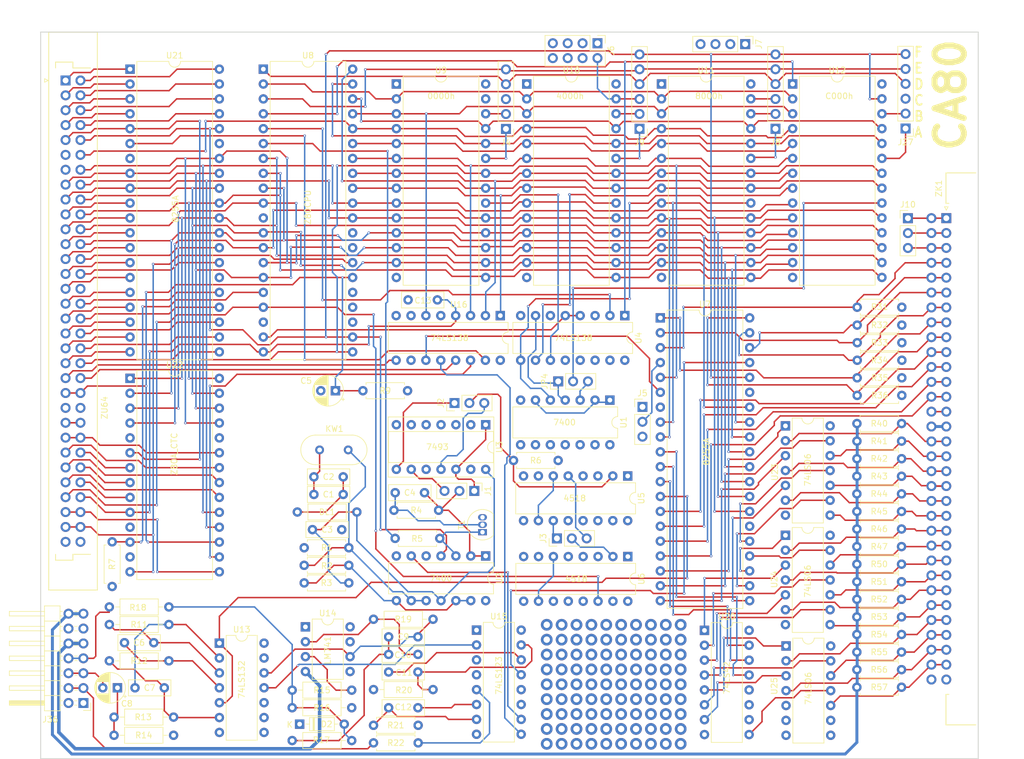
<source format=kicad_pcb>
(kicad_pcb (version 20240108) (generator "pcbnew") (generator_version "8.0")
  (layers (0 "F.Cu" signal) (1 "In1.Cu" power) (2 "In2.Cu" signal) (31 "B.Cu" signal) (34 "B.Paste" user) (35 "F.Paste" user) (36 "B.SilkS" user "B.Silkscreen") (37 "F.SilkS" user "F.Silkscreen") (38 "B.Mask" user) (39 "F.Mask" user) (44 "Edge.Cuts" user))
  (net 0 "")
  (net 1 "/A12")
  (net 2 "/A14")
  (net 3 "/A15")
  (net 4 "/D4")
  (net 5 "/D3")
  (net 6 "/D5")
  (net 7 "/D6")
  (net 8 "/A0")
  (net 9 "/A1")
  (net 10 "/D2")
  (net 11 "/A2")
  (net 12 "/D7")
  (net 13 "/A3")
  (net 14 "/D0")
  (net 15 "/A4")
  (net 16 "/D1")
  (net 17 "/A5")
  (net 18 "/A6")
  (net 19 "/A7")
  (net 20 "/A8")
  (net 21 "/A9")
  (net 22 "/A10")
  (net 23 "GND")
  (net 24 "/~{RESET}")
  (net 25 "/~{IORQ}")
  (net 26 "VCC")
  (net 27 "/~{PEO}")
  (net 28 "/~{CE3}")
  (net 29 "/~{CE2}")
  (net 30 "/~{CE1}")
  (net 31 "/~{CE4}")
  (net 32 "/~{PSYS}")
  (net 33 "/~{INT}")
  (net 34 "/~{M1}")
  (net 35 "/8MHZ")
  (net 36 "/~{CTF8}")
  (net 37 "Net-(C1-Pad2)")
  (net 38 "Net-(T1-B)")
  (net 39 "/~{WR}")
  (net 40 "Net-(U15A-RCext)")
  (net 41 "/~{MREQ}")
  (net 42 "/~{RD}")
  (net 43 "/~{CLK}")
  (net 44 "Net-(U15A-Cext)")
  (net 45 "/PA3")
  (net 46 "/PA2")
  (net 47 "Net-(U14--)")
  (net 48 "/~{NMI}")
  (net 49 "/~{PE4}")
  (net 50 "/~{EME8}")
  (net 51 "/PB3")
  (net 52 "/PB4")
  (net 53 "/PA1")
  (net 54 "/PB5")
  (net 55 "/PA0")
  (net 56 "/PB6")
  (net 57 "/PB7")
  (net 58 "/PC7")
  (net 59 "/PC6")
  (net 60 "/PC5")
  (net 61 "/PC4")
  (net 62 "/PC0")
  (net 63 "/PC1")
  (net 64 "/PC2")
  (net 65 "/PC3")
  (net 66 "/PA7")
  (net 67 "/PB0")
  (net 68 "/PA6")
  (net 69 "/PB1")
  (net 70 "/PA5")
  (net 71 "/PB2")
  (net 72 "/PA4")
  (net 73 "/CLK0")
  (net 74 "/TO2")
  (net 75 "/CLK1")
  (net 76 "/TO1")
  (net 77 "/CLK2")
  (net 78 "/TO0")
  (net 79 "/CLK3")
  (net 80 "/CLK")
  (net 81 "/4MHz")
  (net 82 "Net-(KW1-Pad1)")
  (net 83 "Net-(R2-Pad1)")
  (net 84 "/1MHz")
  (net 85 "Net-(U15B-Cext)")
  (net 86 "Net-(U15B-RCext)")
  (net 87 "Net-(D2-A)")
  (net 88 "Net-(J1-B)")
  (net 89 "Net-(J1-A)")
  (net 90 "Net-(J2-B)")
  (net 91 "Net-(J2-A)")
  (net 92 "/50KHz")
  (net 93 "Net-(J3-B)")
  (net 94 "Net-(C1-Pad1)")
  (net 95 "/M1")
  (net 96 "/M5")
  (net 97 "/A13")
  (net 98 "/A11")
  (net 99 "Net-(J3-A)")
  (net 100 "Net-(J10-Pin_1)")
  (net 101 "Net-(U1-Pad1)")
  (net 102 "/M6")
  (net 103 "/M2")
  (net 104 "/M7")
  (net 105 "/M3")
  (net 106 "/M8")
  (net 107 "/M4")
  (net 108 "/PA4-1")
  (net 109 "/PA5-1")
  (net 110 "/PA6-1")
  (net 111 "/PA0-1")
  (net 112 "/PA1-1")
  (net 113 "/PA2-1")
  (net 114 "Net-(J10-Pin_2)")
  (net 115 "Net-(J10-Pin_3)")
  (net 116 "Net-(JP4-B)")
  (net 117 "Net-(JP4-A)")
  (net 118 "Net-(T1-C)")
  (net 119 "Net-(U14-+)")
  (net 120 "Net-(U15B-Q)")
  (net 121 "Net-(ZK1-16A)")
  (net 122 "Net-(ZK1-17A)")
  (net 123 "Net-(ZK1-18A)")
  (net 124 "Net-(ZK1-19A)")
  (net 125 "Net-(ZK1-20A)")
  (net 126 "Net-(ZK1-21A)")
  (net 127 "Net-(ZK1-22A)")
  (net 128 "Net-(ZK1-23A)")
  (net 129 "Net-(ZK1-24A)")
  (net 130 "/PB2-1")
  (net 131 "/PB1-1")
  (net 132 "/PB0-1")
  (net 133 "/PB7-1")
  (net 134 "/PB6-1")
  (net 135 "/PB5-1")
  (net 136 "/PB4-1")
  (net 137 "/PB3-1")
  (net 138 "/PC3-1")
  (net 139 "/PC2-1")
  (net 140 "/PC1-1")
  (net 141 "/PC0-1")
  (net 142 "/PA3-1")
  (net 143 "Net-(ZK1-25A)")
  (net 144 "/RIN")
  (net 145 "Net-(ZK1-26A)")
  (net 146 "/+30V")
  (net 147 "/PA7-1")
  (net 148 "/PC4-1")
  (net 149 "Net-(ZK1-27A)")
  (net 150 "Net-(ZK1-28A)")
  (net 151 "Net-(C6-Pad2)")
  (net 152 "Net-(C6-Pad1)")
  (net 153 "Net-(C7-Pad2)")
  (net 154 "Net-(C7-Pad1)")
  (net 155 "Net-(ZK1-29A)")
  (net 156 "Net-(ZK1-30A)")
  (net 157 "Net-(C8-Pad1)")
  (net 158 "Net-(C10-Pad2)")
  (net 159 "Net-(C9-Pad1)")
  (net 160 "Net-(ZK1-31A)")
  (net 163 "Net-(U15B-B)")
  (net 164 "VEE")
  (net 165 "/ROUT")
  (net 166 "/SYG")
  (net 170 "/PC5-1")
  (net 171 "/PC6-1")
  (net 172 "/PC7-1")
  (net 176 "Net-(U5A-Q4)")
  (net 181 "Net-(U6A-Q4)")
  (net 188 "/~{HALT}")
  (net 189 "/~{RFSH}")
  (net 190 "/~{BUSACK}")
  (net 191 "Net-(U15A-B)")
  (net 198 "Net-(U15B-A)")
  (net 199 "/~{REST}")
  (net 200 "/~{PF4}")
  (net 201 "Net-(U20-6)")
  (net 202 "Net-(U20-5)")
  (net 203 "Net-(U20-4)")
  (net 204 "Net-(U20-3)")
  (net 206 "Net-(U20-2)")
  (net 208 "Net-(U20-1)")
  (net 209 "Net-(U20-7)")
  (net 210 "Net-(U20-0)")
  (net 214 "Net-(ZK1-14A)")
  (net 215 "Net-(ZU64-24A)")
  (net 216 "/~{WR2}")
  (net 217 "/~{WR3}")
  (footprint "Package_DIP:DIP-16_W7.62mm" (layer "F.Cu") (at 78.44 -75.62 -90)
    (property "Reference" "U16")
    (property "Value" "74LS138")
  )
  (footprint "Package_DIP:DIP-40_W15.24mm" (layer "F.Cu") (at 15.25 -117.68)
    (property "Reference" "U21")
    (property "Value" "8255A")
  )
  (footprint "Capacitor_THT:CP_Radial_D5.0mm_P2.50mm" (layer "F.Cu") (at 50.305112 -62.8 180)
    (property "Reference" "C5")
    (property "Value" "1u")
  )
  (footprint "Package_DIP:DIP-28_W15.24mm" (layer "F.Cu") (at 128.325 -115.15)
    (property "Reference" "U12")
    (property "Value" "2764")
  )
  (footprint "Package_DIP:DIP-16_W7.62mm" (layer "F.Cu") (at 99.69 -75.62 -90)
    (property "Reference" "U4")
    (property "Value" "74LS138")
  )
  (footprint "Package_DIP:DIP-28_W15.24mm" (layer "F.Cu") (at 60.7 -115.145)
    (property "Reference" "U9")
    (property "Value" "2764")
  )
  (footprint "Resistor_THT:R_Axial_DIN0207_L6.3mm_D2.5mm_P7.62mm_Horizontal" (layer "F.Cu") (at 62.61 -62.8 180)
    (property "Reference" "R9")
    (property "Value" "3K6")
  )
  (footprint "Package_DIP:DIP-40_W15.24mm" (layer "F.Cu") (at 38 -117.68)
    (property "Reference" "U8")
    (property "Value" "Z80CPU")
  )
  (footprint "Package_DIP:DIP-40_W15.24mm" (layer "F.Cu") (at 105.75 -75.23)
    (property "Reference" "U7")
    (property "Value" "8255A")
  )
  (footprint "Package_DIP:DIP-28_W15.24mm" (layer "F.Cu") (at 82.95 -115.145)
    (property "Reference" "U10")
    (property "Value" "2764")
  )
  (footprint "Package_DIP:DIP-14_W7.62mm_Socket" (layer "F.Cu") (at 75.94 -57 -90)
    (property "Reference" "U3")
    (property "Value" "7493")
  )
  (footprint "Package_DIP:DIP-28_W15.24mm" (layer "F.Cu") (at 105.95 -115.15)
    (property "Reference" "U11")
    (property "Value" "2764")
  )
  (footprint "Package_DIP:DIP-14_W7.62mm" (layer "F.Cu") (at 75.94 -34.6 -90)
    (property "Reference" "U2")
    (property "Value" "7400")
  )
  (footprint "Package_DIP:DIP-28_W15.24mm" (layer "F.Cu") (at 15.25 -64.91)
    (property "Reference" "U22")
    (property "Value" "Z80A_CTC")
  )
  (footprint "Crystal:Crystal_HC49-U_Vertical" (layer "F.Cu") (at 52.48 -52.7 180)
    (property "Reference" "KW1")
    (property "Value" "8MHz")
  )
  (footprint "CA80:DIN41612_B_2x32_Vertical" (layer "F.Cu") (at 4.25 -115.75)
    (property "Reference" "ZU64")
    (property "Value" "C64AB")
  )
  (footprint "Package_TO_SOT_THT:TO-92_Inline" (layer "F.Cu") (at 75.4 -38.66 90)
    (property "Reference" "T1")
    (property "Value" "BC557")
  )
  (footprint "Capacitor_THT:C_Disc_D7.0mm_W2.5mm_P5.00mm" (layer "F.Cu") (at 60.5 -45.4)
    (property "Reference" "C4")
    (property "Value" "33p")
  )
  (footprint "Capacitor_THT:C_Disc_D7.0mm_W2.5mm_P5.00mm" (layer "F.Cu") (at 67.7 -78.3 180)
    (property "Reference" "C13")
    (property "Value" "47p")
  )
  (footprint "Resistor_THT:R_Axial_DIN0207_L6.3mm_D2.5mm_P7.62mm_Horizontal" (layer "F.Cu") (at 60.29 -42.4)
    (property "Reference" "R4")
    (property "Value" "82k")
  )
  (footprint "Resistor_THT:R_Axial_DIN0207_L6.3mm_D2.5mm_P7.62mm_Horizontal" (layer "F.Cu") (at 60.49 -37.6)
    (property "Reference" "R5")
    (property "Value" "22R")
  )
  (footprint "Resistor_THT:R_Axial_DIN0207_L6.3mm_D2.5mm_P7.62mm_Horizontal" (layer "F.Cu") (at 56.8 -5.7)
    (property "Reference" "R21")
    (property "Value" "10k")
  )
  (footprint "Resistor_THT:R_Axial_DIN0207_L6.3mm_D2.5mm_P7.62mm_Horizontal" (layer "F.Cu") (at 64.42 -2.7 180)
    (property "Reference" "R22")
    (property "Value" "120R")
  )
  (footprint "Package_DIP:DIP-16_W7.62mm" (layer "F.Cu") (at 74.38 -21.95)
    (property "Reference" "U15")
    (property "Value" "74LS123")
  )
  (footprint "Package_DIP:DIP-14_W7.62mm" (layer "F.Cu") (at 97.14 -61.2 -90)
    (property "Reference" "U1")
    (property "Value" "7400")
  )
  (footprint "Package_DIP:DIP-16_W7.62mm" (layer "F.Cu") (at 100.18 -48.25 -90)
    (property "Reference" "U5")
    (property "Value" "4518")
  )
  (footprint "Package_DIP:DIP-16_W7.62mm" (layer "F.Cu") (at 100.2 -34.5 -90)
    (property "Reference" "U6")
    (property "Value" "4518")
  )
  (footprint "Package_DIP:DIP-8_W7.62mm" (layer "F.Cu") (at 45.18 -22.5)
    (property "Reference" "U14")
    (property "Value" "LM741")
  )
  (footprint "Resistor_THT:R_Axial_DIN0207_L6.3mm_D2.5mm_P7.62mm_Horizontal" (layer "F.Cu") (at 44.97 -36)
    (property "Reference" "R1")
    (property "Value" "10k")
  )
  (footprint "Resistor_THT:R_Axial_DIN0207_L6.3mm_D2.5mm_P7.62mm_Horizontal" (layer "F.Cu") (at 52.59 -33 180)
    (property "Reference" "R2")
    (property "Value" "820R")
  )
  (footprint "Resistor_THT:R_Axial_DIN0207_L6.3mm_D2.5mm_P7.62mm_Horizontal" (layer "F.Cu") (at 44.97 -30)
    (property "Reference" "R3")
    (property "Value" "820R")
  )
  (footprint "Resistor_THT:R_Axial_DIN0207_L6.3mm_D2.5mm_P7.62mm_Horizontal" (layer "F.Cu") (at 80.69 -50.9)
    (property "Reference" "R6")
    (property "Value" "3k6")
  )
  (footprint "Connector_PinHeader_2.54mm:PinHeader_1x03_P2.54mm_Vertical" (layer "F.Cu") (at 74 -45.7 -90)
    (property "Reference" "J1")
    (property "Value" "Jumper_3_Bridged12")
  )
  (footprint "Connector_PinHeader_2.54mm:PinHeader_1x03_P2.54mm_Vertical" (layer "F.Cu") (at 70.62 -60.7 90)
    (property "Reference" "J2")
    (property "Value" "Jumper_3_Bridged12")
  )
  (footprint "Connector_PinHeader_2.54mm:PinHeader_1x03_P2.54mm_Vertical" (layer "F.Cu") (at 88.1 -37.6 90)
    (property "Reference" "J3")
    (property "Value" "Jumper_3_Bridged12")
  )
  (footprint "Capacitor_THT:C_Disc_D7.0mm_W2.5mm_P5.00mm" (layer "F.Cu") (at 51.63 -48.1 180)
    (property "Reference" "C2")
    (property "Value" "10p")
  )
  (footprint "Capacitor_THT:C_Disc_D7.0mm_W2.5mm_P5.00mm" (layer "F.Cu") (at 51.38 -39.1 180)
    (property "Reference" "C3")
    (property "Value" "100p")
  )
  (footprint "Connector_PinHeader_2.54mm:PinHeader_1x06_P2.54mm_Vertical" (layer "F.Cu") (at 102.2 -107.5 180)
    (property "Reference" "J9")
    (property "Value" "Conn_01x06_Socket")
  )
  (footprint "Connector_PinHeader_2.54mm:PinHeader_1x06_P2.54mm_Vertical" (layer "F.Cu") (at 147.6 -107.55 180)
    (property "Reference" "J27")
    (property "Value" "Conn_01x06_Socket")
  )
  (footprint "CA80:DIN41612_B_2x32_Horizontal" (layer "F.Cu") (at 154.55 -92.25 -90)
    (property "Reference" "ZK1")
    (property "Value" "C64AB")
  )
  (footprint "Capacitor_THT:C_Disc_D7.0mm_W2.5mm_P5.00mm" (layer "F.Cu") (at 19.3 -19.8 180)
    (property "Reference" "C6")
    (property "Value" "220n")
  )
  (footprint "Capacitor_THT:C_Disc_D7.0mm_W2.5mm_P5.00mm" (layer "F.Cu") (at 16.1 -12.1)
    (property "Reference" "C7")
    (property "Value" "220n")
  )
  (footprint "Capacitor_THT:C_Disc_D7.0mm_W2.5mm_P5.00mm" (layer "F.Cu") (at 59.38 -14.8)
    (property "Reference" "C11")
    (property "Value" "100n")
  )
  (footprint "Resistor_THT:R_Axial_DIN0207_L6.3mm_D2.5mm_P10.16mm_Horizontal" (layer "F.Cu") (at 11.72 -22.9)
    (property "Reference" "R11")
    (property "Value" "820R")
  )
  (footprint "Resistor_THT:R_Axial_DIN0207_L6.3mm_D2.5mm_P10.16mm_Horizontal" (layer "F.Cu") (at 11.72 -16.7)
    (property "Reference" "R12")
    (property "Value" "820R")
  )
  (footprint "Resistor_THT:R_Axial_DIN0207_L6.3mm_D2.5mm_P10.16mm_Horizontal" (layer "F.Cu") (at 12.52 -7.1)
    (property "Reference" "R13")
    (property "Value" "10k")
  )
  (footprint "Resistor_THT:R_Axial_DIN0207_L6.3mm_D2.5mm_P10.16mm_Horizontal" (layer "F.Cu") (at 12.52 -4)
    (property "Reference" "R14")
    (property "Value" "820R")
  )
  (footprint "Resistor_THT:R_Axial_DIN0207_L6.3mm_D2.5mm_P10.16mm_Horizontal" (layer "F.Cu") (at 56.8 -11.8)
    (property "Reference" "R20")
    (property "Value" "22k")
  )
  (footprint "Capacitor_THT:C_Disc_D7.0mm_W2.5mm_P5.00mm" (layer "F.Cu") (at 64.38 -20.8 180)
    (property "Reference" "C9")
    (property "Value" "3.3n")
  )
  (footprint "Connector_PinHeader_2.54mm:PinHeader_2x07_P2.54mm_Horizontal" (layer "F.Cu") (at 7.29 -9.51 180)
    (property "Reference" "J36")
    (property "Value" "Conn_02x07_Odd_Even")
  )
  (footprint "Resistor_THT:R_Axial_DIN0207_L6.3mm_D2.5mm_P7.62mm_Horizontal" (layer "F.Cu") (at 12.2 -29.39 90)
    (property "Reference" "R7")
    (property "Value" "3K6")
  )
  (footprint "Resistor_THT:R_Axial_DIN0207_L6.3mm_D2.5mm_P10.16mm_Horizontal" (layer "F.Cu") (at 53.08 -8.7 180)
    (property "Reference" "R16")
    (property "Value" "3k6")
  )
  (footprint "Resistor_THT:R_Axial_DIN0207_L6.3mm_D2.5mm_P10.16mm_Horizontal" (layer "F.Cu") (at 53.08 -3.1 180)
    (property "Reference" "R17")
    (property "Value" "3k6")
  )
  (footprint "Resistor_THT:R_Axial_DIN0207_L6.3mm_D2.5mm_P10.16mm_Horizontal" (layer "F.Cu") (at 21.88 -25.9 180)
    (property "Reference" "R18")
    (property "Value" "3k6")
  )
  (footprint "Package_DIP:DIP-14_W7.62mm" (layer "F.Cu") (at 127.2 -19.24)
    (property "Reference" "U25")
    (property "Value" "74LS06")
  )
  (footprint "Connector_PinHeader_2.54mm:PinHeader_1x03_P2.54mm_Vertical" (layer "F.Cu") (at 102.7 -60.04)
    (property "Reference" "J5")
    (property "Value" "Jumper_3_Bridged12")
  )
  (footprint "Resistor_THT:R_Axial_DIN0207_L6.3mm_D2.5mm_P7.62mm_Horizontal" (layer "F.Cu") (at 139.34 -77.05)
    (property "Reference" "R31")
    (property "Value" "3k6")
  )
  (footprint "Resistor_THT:R_Axial_DIN0207_L6.3mm_D2.5mm_P7.62mm_Horizontal" (layer "F.Cu") (at 139.34 -74)
    (property "Reference" "R32")
    (property "Value" "3k6")
  )
  (footprint "Resistor_THT:R_Axial_DIN0207_L6.3mm_D2.5mm_P7.62mm_Horizontal" (layer "F.Cu") (at 139.35 -71)
    (property "Reference" "R33")
    (property "Value" "3k6")
  )
  (footprint "Resistor_THT:R_Axial_DIN0207_L6.3mm_D2.5mm_P7.62mm_Horizontal" (layer "F.Cu") (at 139.35 -68)
    (property "Reference" "R34")
    (property "Value" "3k6")
  )
  (footprint "Resistor_THT:R_Axial_DIN0207_L6.3mm_D2.5mm_P7.62mm_Horizontal" (layer "F.Cu") (at 139.34 -65)
    (property "Reference" "R35")
    (property "Value" "3k6")
  )
  (footprint "Resistor_THT:R_Axial_DIN0207_L6.3mm_D2.5mm_P7.62mm_Horizontal" (layer "F.Cu") (at 146.92 -51.2 180)
    (property "Reference" "R42")
    (property "Value" "33k")
  )
  (footprint "Resistor_THT:R_Axial_DIN0207_L6.3mm_D2.5mm_P7.62mm_Horizontal" (layer "F.Cu") (at 146.91 -45.2 180)
    (property "Reference" "R44")
    (property "Value" "33k")
  )
  (footprint "Resistor_THT:R_Axial_DIN0207_L6.3mm_D2.5mm_P7.62mm_Horizontal" (layer "F.Cu") (at 146.91 -42.2 180)
    (property "Reference" "R45")
    (property "Value" "33k")
  )
  (footprint "Resistor_THT:R_Axial_DIN0207_L6.3mm_D2.5mm_P7.62mm_Horizontal" (layer "F.Cu") (at 146.91 -39.2 180)
    (property "Reference" "R46")
    (property "Value" "33k")
  )
  (footprint "Resistor_THT:R_Axial_DIN0207_L6.3mm_D2.5mm_P7.62mm_Horizontal" (layer "F.Cu") (at 146.91 -36.2 180)
    (property "Reference" "R47")
    (property "Value" "33k")
  )
  (footprint "Resistor_THT:R_Axial_DIN0207_L6.3mm_D2.5mm_P7.62mm_Horizontal" (layer "F.Cu") (at 146.91 -33.2 180)
    (property "Reference" "R50")
    (property "Value" "10k")
  )
  (footprint "Resistor_THT:R_Axial_DIN0207_L6.3mm_D2.5mm_P7.62mm_Horizontal" (layer "F.Cu") (at 146.91 -30.2 180)
    (property "Reference" "R51")
    (property "Value" "10k")
  )
  (footprint "Resistor_THT:R_Axial_DIN0207_L6.3mm_D2.5mm_P7.62mm_Horizontal" (layer "F.Cu") (at 146.91 -27.2 180)
    (property "Reference" "R52")
    (property "Value" "10k")
  )
  (footprint "Resistor_THT:R_Axial_DIN0207_L6.3mm_D2.5mm_P7.62mm_Horizontal" (layer "F.Cu") (at 146.91 -24.2 180)
    (property "Reference" "R53")
    (property "Value" "10k")
  )
  (footprint "Resistor_THT:R_Axial_DIN0207_L6.3mm_D2.5mm_P7.62mm_Horizontal" (layer "F.Cu") (at 146.91 -21.2 180)
    (property "Reference" "R54")
    (property "Value" "10k")
  )
  (footprint "Resistor_THT:R_Axial_DIN0207_L6.3mm_D2.5mm_P7.62mm_Horizontal" (layer "F.Cu") (at 146.91 -18.2 180)
    (property "Reference" "R55")
    (property "Value" "10k")
  )
  (footprint "Resistor_THT:R_Axial_DIN0207_L6.3mm_D2.5mm_P7.62mm_Horizontal" (layer "F.Cu") (at 146.91 -15.2 180)
    (property "Reference" "R56")
    (property "Value" "10k")
  )
  (footprint "Resistor_THT:R_Axial_DIN0207_L6.3mm_D2.5mm_P7.62mm_Horizontal" (layer "F.Cu") (at 146.91 -12.2 180)
    (property "Reference" "R57")
    (property "Value" "10k")
  )
  (footprint "Diode_THT:D_DO-35_SOD27_P7.62mm_Horizontal" (layer "F.Cu") (at 44.19 -5.9)
    (property "Reference" "D2")
    (property "Value" "1N4148")
  )
  (footprint "Resistor_THT:R_Axial_DIN0207_L6.3mm_D2.5mm_P10.16mm_Horizontal" (layer "F.Cu") (at 42.92 -11.7)
    (property "Reference" "R15")
    (property "Value" "270k")
  )
  (footprint "Resistor_THT:R_Axial_DIN0207_L6.3mm_D2.5mm_P10.16mm_Horizontal" (layer "F.Cu") (at 56.8 -23.8)
    (property "Reference" "R19")
    (property "Value" "270k")
  )
  (footprint "Resistor_THT:R_Axial_DIN0207_L6.3mm_D2.5mm_P7.62mm_Horizontal" (layer "F.Cu") (at 139.34 -62)
    (property "Reference" "R36")
    (property "Value" "3k6")
  )
  (footprint "Package_DIP:DIP-14_W7.62mm" (layer "F.Cu") (at 30.5 -19.725)
    (property "Reference" "U13")
    (property "Value" "74LS132")
  )
  (footprint "Connector_PinHeader_2.54mm:PinHeader_1x03_P2.54mm_Vertical" (layer "F.Cu") (at 88.32 -64.4 90)
    (property "Reference" "JP4")
    (property "Value" "Jumper_3_Bridged12")
  )
  (footprint "Connector_PinHeader_2.54mm:PinHeader_1x05_P2.54mm_Vertical" (layer "F.Cu") (at 79.4 -107.48 180)
    (property "Reference" "J4")
    (property "Value" "Conn_01x05_Socket")
  )
  (footprint "Package_DIP:DIP-14_W7.62mm" (layer "F.Cu") (at 127.1 -38.125)
    (property "Reference" "U24")
    (property "Value" "74LS06")
  )
  (footprint "Package_DIP:DIP-14_W7.62mm" (layer "F.Cu") (at 127.1 -56.8)
    (property "Reference" "U23")
    (property "Value" "74LS06")
  )
  (footprint "Resistor_THT:R_Axial_DIN0207_L6.3mm_D2.5mm_P7.62mm_Horizontal" (layer "F.Cu") (at 146.91 -48.2 180)
    (property "Reference" "R43")
    (property "Value" "33k")
  )
  (footprint "Resistor_THT:R_Axial_DIN0207_L6.3mm_D2.5mm_P7.62mm_Horizontal" (layer "F.Cu") (at 146.92 -54.2 180)
    (property "Reference" "R41")
    (property "Value" "33k")
  )
  (footprint "Resistor_THT:R_Axial_DIN0207_L6.3mm_D2.5mm_P7.62mm_Horizontal" (layer "F.Cu") (at 146.92 -57.2 180)
    (property "Reference" "R40")
    (property "Value" "33k")
  )
  (footprint "Package_DIP:DIP-16_W7.62mm" (layer "F.Cu") (at 113.28 -21.9)
    (property "Reference" "U20")
    (property "Value" "74LS42")
  )
  (footprint "Connector_PinHeader_2.54mm:PinHeader_1x04_P2.54mm_Vertical" (layer "F.Cu") (at 120.23 -121.95 -90)
    (property "Reference" "J7")
    (property "Value" "Conn_01x04_Socket")
  )
  (footprint "Connector_PinHeader_2.54mm:PinHeader_1x06_P2.54mm_Vertical" (layer "F.Cu") (at 125.4 -107.5 180)
    (property "Reference" "J8")
    (property "Value" "Conn_01x06_Socket")
  )
  (footprint "Capacitor_THT:C_Disc_D7.0mm_W2.5mm_P5.00mm" (layer "F.Cu") (at 59.38 -8.7)
    (property "Reference" "C12")
    (property "Value" "220n")
  )
  (footprint "Resistor_THT:R_Axial_DIN0207_L6.3mm_D2.5mm_P10.16mm_Horizontal" (layer "F.Cu") (at 43.8 -42.1)
    (property "Reference" "DL1")
    (property "Value" "10u")
  )
  (footprint "Connector_PinHeader_2.54mm:PinHeader_2x04_P2.54mm_Vertical" (layer "F.Cu") (at 95.02 -122.1 -90)
    (property "Reference" "J6")
    (property "Value" "Conn_02x04_Odd_Even")
  )
  (footprint "Connector_PinHeader_2.54mm:PinHeader_1x03_P2.54mm_Vertical" (layer "F.Cu") (at 148 -92.24)
    (property "Reference" "J10")
    (property "Value" "Conn_01x03_Socket")
  )
  (footprint "Capacitor_THT:CP_Radial_D5.0mm_P2.50mm" (layer "F.Cu") (at 13.1 -12.1 180)
    (property "Reference" "C8")
    (property "Value" "1u")
  )
  (footprint "Capacitor_THT:C_Disc_D7.0mm_W2.5mm_P5.00mm" (layer "F.Cu") (at 64.38 -17.8 180)
    (property "Reference" "C10")
    (property "Value" "3.3n")
  )
  (footprint "Capacitor_THT:C_Disc_D7.0mm_W2.5mm_P5.00mm" (layer "F.Cu") (at 51.63 -45.1 180)
    (property "Reference" "C1")
    (property "Value" "10p")
  )
  (gr_line (start 160 -124) (end 160 0) (stroke (width 0.15)) (layer "Edge.Cuts"))
  (gr_line (start 0 -124) (end 160 -124) (stroke (width 0.15)) (layer "Edge.Cuts"))
  (gr_line (start 0 0) (end 0 -124) (stroke (width 0.15)) (layer "Edge.Cuts"))
  (gr_line (start 160 0) (end 0 0) (stroke (width 0.15)) (layer "Edge.Cuts"))
  (gr_text "F\nE\nD\nC\nB\nA" (at 148.93 -105.9 0) (layer "F.SilkS") (effects (font (size 1.7 1.5) (thickness 0.3) (bold yes)) (justify left bottom)))
  (gr_text "8000h" (at 111.6 -112.5 0) (layer "F.SilkS") (effects (font (size 1 1)) (justify left bottom)))
  (gr_text "4000h" (at 87.9 -112.5 0) (layer "F.SilkS") (effects (font (size 1 1)) (justify left bottom)))
  (gr_text "C000h" (at 133.8 -112.5 0) (layer "F.SilkS") (effects (font (size 1 1)) (justify left bottom)))
  (gr_text "CA80" (at 158.2 -103.2 90) (layer "F.SilkS") (effects (font (size 5 5) (thickness 1) (bold yes)) (justify left bottom)))
  (gr_text "0000h" (at 65.9 -112.5 0) (layer "F.SilkS") (effects (font (size 1 1)) (justify left bottom)))
  (via (at 106.68 -17.78) (size 2) (drill 1.1) (layers "F.Cu" "B.Cu") (net 0))
  (via (at 93.98 -17.78) (size 2) (drill 1.1) (layers "F.Cu" "B.Cu") (net 0))
  (via (at 106.68 -7.62) (size 2) (drill 1.1) (layers "F.Cu" "B.Cu") (net 0))
  (via (at 104.14 -15.24) (size 2) (drill 1.1) (layers "F.Cu" "B.Cu") (net 0))
  (via (at 93.98 -10.16) (size 2) (drill 1.1) (layers "F.Cu" "B.Cu") (net 0))
  (via (at 86.36 -15.24) (size 2) (drill 1.1) (layers "F.Cu" "B.Cu") (net 0))
  (via (at 99.06 -22.86) (size 2) (drill 1.1) (layers "F.Cu" "B.Cu") (net 0))
  (via (at 101.6 -20.32) (size 2) (drill 1.1) (layers "F.Cu" "B.Cu") (net 0))
  (via (at 91.44 -12.7) (size 2) (drill 1.1) (layers "F.Cu" "B.Cu") (net 0))
  (via (at 109.22 -17.78) (size 2) (drill 1.1) (layers "F.Cu" "B.Cu") (net 0))
  (via (at 96.52 -7.62) (size 2) (drill 1.1) (layers "F.Cu" "B.Cu") (net 0))
  (via (at 101.6 -15.24) (size 2) (drill 1.1) (layers "F.Cu" "B.Cu") (net 0))
  (via (at 91.44 -10.16) (size 2) (drill 1.1) (layers "F.Cu" "B.Cu") (net 0))
  (via (at 99.06 -12.7) (size 2) (drill 1.1) (layers "F.Cu" "B.Cu") (net 0))
  (via (at 86.36 -10.16) (size 2) (drill 1.1) (layers "F.Cu" "B.Cu") (net 0))
  (via (at 88.9 -17.78) (size 2) (drill 1.1) (layers "F.Cu" "B.Cu") (net 0))
  (via (at 93.98 -22.86) (size 2) (drill 1.1) (layers "F.Cu" "B.Cu") (net 0))
  (via (at 91.44 -7.62) (size 2) (drill 1.1) (layers "F.Cu" "B.Cu") (net 0))
  (via (at 101.6 -2.54) (size 2) (drill 1.1) (layers "F.Cu" "B.Cu") (net 0))
  (via (at 88.9 -12.7) (size 2) (drill 1.1) (layers "F.Cu" "B.Cu") (net 0))
  (via (at 109.22 -10.16) (size 2) (drill 1.1) (layers "F.Cu" "B.Cu") (net 0))
  (via (at 88.9 -5.08) (size 2) (drill 1.1) (layers "F.Cu" "B.Cu") (net 0))
  (via (at 96.52 -10.16) (size 2) (drill 1.1) (layers "F.Cu" "B.Cu") (net 0))
  (via (at 99.06 -20.32) (size 2) (drill 1.1) (layers "F.Cu" "B.Cu") (net 0))
  (via (at 109.22 -5.08) (size 2) (drill 1.1) (layers "F.Cu" "B.Cu") (net 0))
  (via (at 93.98 -20.32) (size 2) (drill 1.1) (layers "F.Cu" "B.Cu") (net 0))
  (via (at 101.6 -7.62) (size 2) (drill 1.1) (layers "F.Cu" "B.Cu") (net 0))
  (via (at 91.44 -17.78) (size 2) (drill 1.1) (layers "F.Cu" "B.Cu") (net 0))
  (via (at 93.98 -12.7) (size 2) (drill 1.1) (layers "F.Cu" "B.Cu") (net 0))
  (via (at 88.9 -22.86) (size 2) (drill 1.1) (layers "F.Cu" "B.Cu") (net 0))
  (via (at 88.9 -10.16) (size 2) (drill 1.1) (layers "F.Cu" "B.Cu") (net 0))
  (via (at 91.44 -2.54) (size 2) (drill 1.1) (layers "F.Cu" "B.Cu") (net 0))
  (via (at 86.36 -20.32) (size 2) (drill 1.1) (layers "F.Cu" "B.Cu") (net 0))
  (via (at 88.9 -7.62) (size 2) (drill 1.1) (layers "F.Cu" "B.Cu") (net 0))
  (via (at 104.14 -22.86) (size 2) (drill 1.1) (layers "F.Cu" "B.Cu") (net 0))
  (via (at 86.36 -12.7) (size 2) (drill 1.1) (layers "F.Cu" "B.Cu") (net 0))
  (via (at 109.22 -7.62) (size 2) (drill 1.1) (layers "F.Cu" "B.Cu") (net 0))
  (via (at 101.6 -10.16) (size 2) (drill 1.1) (layers "F.Cu" "B.Cu") (net 0))
  (via (at 93.98 -15.24) (size 2) (drill 1.1) (layers "F.Cu" "B.Cu") (net 0))
  (via (at 104.14 -12.7) (size 2) (drill 1.1) (layers "F.Cu" "B.Cu") (net 0))
  (via (at 101.6 -17.78) (size 2) (drill 1.1) (layers "F.Cu" "B.Cu") (net 0))
  (via (at 96.52 -12.7) (size 2) (drill 1.1) (layers "F.Cu" "B.Cu") (net 0))
  (via (at 96.52 -15.24) (size 2) (drill 1.1) (layers "F.Cu" "B.Cu") (net 0))
  (via (at 106.68 -20.32) (size 2) (drill 1.1) (layers "F.Cu" "B.Cu") (net 0))
  (via (at 109.22 -22.86) (size 2) (drill 1.1) (layers "F.Cu" "B.Cu") (net 0))
  (via (at 99.06 -17.78) (size 2) (drill 1.1) (layers "F.Cu" "B.Cu") (net 0))
  (via (at 88.9 -15.24) (size 2) (drill 1.1) (layers "F.Cu" "B.Cu") (net 0))
  (via (at 88.9 -2.54) (size 2) (drill 1.1) (layers "F.Cu" "B.Cu") (net 0))
  (via (at 101.6 -5.08) (size 2) (drill 1.1) (layers "F.Cu" "B.Cu") (net 0))
  (via (at 109.22 -2.54) (size 2) (drill 1.1) (layers "F.Cu" "B.Cu") (net 0))
  (via (at 96.52 -17.78) (size 2) (drill 1.1) (layers "F.Cu" "B.Cu") (net 0))
  (via (at 104.14 -10.16) (size 2) (drill 1.1) (layers "F.Cu" "B.Cu") (net 0))
  (via (at 99.06 -15.24) (size 2) (drill 1.1) (layers "F.Cu" "B.Cu") (net 0))
  (via (at 106.68 -10.16) (size 2) (drill 1.1) (layers "F.Cu" "B.Cu") (net 0))
  (via (at 104.14 -2.54) (size 2) (drill 1.1) (layers "F.Cu" "B.Cu") (net 0))
  (via (at 106.68 -22.86) (size 2) (drill 1.1) (layers "F.Cu" "B.Cu") (net 0))
  (via (at 88.9 -20.32) (size 2) (drill 1.1) (layers "F.Cu" "B.Cu") (net 0))
  (via (at 104.14 -5.08) (size 2) (drill 1.1) (layers "F.Cu" "B.Cu") (net 0))
  (via (at 101.6 -22.86) (size 2) (drill 1.1) (layers "F.Cu" "B.Cu") (net 0))
  (via (at 96.52 -5.08) (size 2) (drill 1.1) (layers "F.Cu" "B.Cu") (net 0))
  (via (at 93.98 -5.08) (size 2) (drill 1.1) (layers "F.Cu" "B.Cu") (net 0))
  (via (at 109.22 -20.32) (size 2) (drill 1.1) (layers "F.Cu" "B.Cu") (net 0))
  (via (at 93.98 -2.54) (size 2) (drill 1.1) (layers "F.Cu" "B.Cu") (net 0))
  (via (at 104.14 -17.78) (size 2) (drill 1.1) (layers "F.Cu" "B.Cu") (net 0))
  (via (at 109.22 -12.7) (size 2) (drill 1.1) (layers "F.Cu" "B.Cu") (net 0))
  (via (at 106.68 -12.7) (size 2) (drill 1.1) (layers "F.Cu" "B.Cu") (net 0))
  (via (at 99.06 -7.62) (size 2) (drill 1.1) (layers "F.Cu" "B.Cu") (net 0))
  (via (at 91.44 -22.86) (size 2) (drill 1.1) (layers "F.Cu" "B.Cu") (net 0))
  (via (at 101.6 -12.7) (size 2) (drill 1.1) (layers "F.Cu" "B.Cu") (net 0))
  (via (at 99.06 -5.08) (size 2) (drill 1.1) (layers "F.Cu" "B.Cu") (net 0))
  (via (at 96.52 -22.86) (size 2) (drill 1.1) (layers "F.Cu" "B.Cu") (net 0))
  (via (at 109.22 -15.24) (size 2) (drill 1.1) (layers "F.Cu" "B.Cu") (net 0))
  (via (at 91.44 -5.08) (size 2) (drill 1.1) (layers "F.Cu" "B.Cu") (net 0))
  (via (at 104.14 -20.32) (size 2) (drill 1.1) (layers "F.Cu" "B.Cu") (net 0))
  (via (at 106.68 -5.08) (size 2) (drill 1.1) (layers "F.Cu" "B.Cu") (net 0))
  (via (at 96.52 -20.32) (size 2) (drill 1.1) (layers "F.Cu" "B.Cu") (net 0))
  (via (at 91.44 -15.24) (size 2) (drill 1.1) (layers "F.Cu" "B.Cu") (net 0))
  (via (at 96.52 -2.54) (size 2) (drill 1.1) (layers "F.Cu" "B.Cu") (net 0))
  (via (at 99.06 -2.54) (size 2) (drill 1.1) (layers "F.Cu" "B.Cu") (net 0))
  (via (at 86.36 -5.08) (size 2) (drill 1.1) (layers "F.Cu" "B.Cu") (net 0))
  (via (at 86.36 -22.86) (size 2) (drill 1.1) (layers "F.Cu" "B.Cu") (net 0))
  (via (at 106.68 -15.24) (size 2) (drill 1.1) (layers "F.Cu" "B.Cu") (net 0))
  (via (at 91.44 -20.32) (size 2) (drill 1.1) (layers "F.Cu" "B.Cu") (net 0))
  (via (at 104.14 -7.62) (size 2) (drill 1.1) (layers "F.Cu" "B.Cu") (net 0))
  (via (at 86.36 -2.54) (size 2) (drill 1.1) (layers "F.Cu" "B.Cu") (net 0))
  (via (at 106.68 -2.54) (size 2) (drill 1.1) (layers "F.Cu" "B.Cu") (net 0))
  (via (at 99.06 -10.16) (size 2) (drill 1.1) (layers "F.Cu" "B.Cu") (net 0))
  (via (at 93.98 -7.62) (size 2) (drill 1.1) (layers "F.Cu" "B.Cu") (net 0))
  (via (at 86.36 -7.62) (size 2) (drill 1.1) (layers "F.Cu" "B.Cu") (net 0))
  (via (at 86.36 -17.78) (size 2) (drill 1.1) (layers "F.Cu" "B.Cu") (net 0))
  (segment (start 60.7 -112.605) (end 57.195 -112.605) (width 0.25) (layer "F.Cu") (net 1))
  (segment (start 61.945 -113.85) (end 60.7 -112.605) (width 0.25) (layer "F.Cu") (net 1))
  (segment (start 104.71 -113.85) (end 84.195 -113.85) (width 0.25) (layer "F.Cu") (net 1))
  (segment (start 127.035 -113.9) (end 107.4 -113.9) (width 0.25) (layer "F.Cu") (net 1))
  (segment (start 81.705 -113.85) (end 61.945 -113.85) (width 0.25) (layer "F.Cu") (net 1))
  (segment (start 46.4 -113.8) (end 45.06 -115.14) (width 0.25) (layer "F.Cu") (net 1))
  (segment (start 45.06 -115.14) (end 38 -115.14) (width 0.25) (layer "F.Cu") (net 1))
  (segment (start 84.195 -113.85) (end 82.95 -112.605) (width 0.25) (layer "F.Cu") (net 1))
  (segment (start 56 -113.8) (end 46.4 -113.8) (width 0.25) (layer "F.Cu") (net 1))
  (segment (start 57.195 -112.605) (end 56 -113.8) (width 0.25) (layer "F.Cu") (net 1))
  (segment (start 107.4 -113.9) (end 106.11 -112.61) (width 0.25) (layer "F.Cu") (net 1))
  (segment (start 106.11 -112.61) (end 105.95 -112.61) (width 0.25) (layer "F.Cu") (net 1))
  (segment (start 128.325 -112.61) (end 127.035 -113.9) (width 0.25) (layer "F.Cu") (net 1))
  (segment (start 105.95 -112.61) (end 104.71 -113.85) (width 0.25) (layer "F.Cu") (net 1))
  (segment (start 82.95 -112.605) (end 81.705 -113.85) (width 0.25) (layer "F.Cu") (net 1))
  (segment (start 51.6 -119.1) (end 80.3 -119.1) (width 0.25) (layer "F.Cu") (net 2))
  (segment (start 50.6 -110.06) (end 38 -110.06) (width 0.25) (layer "F.Cu") (net 2))
  (segment (start 97.15 -118.9) (end 99.74 -118.9) (width 0.25) (layer "F.Cu") (net 2))
  (segment (start 81.3 -118.1) (end 96.35 -118.1) (width 0.25) (layer "F.Cu") (net 2))
  (segment (start 99.79 -118.95) (end 99.74 -118.9) (width 0.25) (layer "F.Cu") (net 2))
  (segment (start 80.3 -119.1) (end 81.3 -118.1) (width 0.25) (layer "F.Cu") (net 2))
  (segment (start 96.35 -118.1) (end 97.15 -118.9) (width 0.25) (layer "F.Cu") (net 2))
  (segment (start 50.6 -118.1) (end 51.6 -119.1) (width 0.25) (layer "F.Cu") (net 2))
  (segment (start 128.25 -118.95) (end 99.79 -118.95) (width 0.25) (layer "F.Cu") (net 2))
  (via (at 99.74 -118.9) (size 0.45) (drill 0.25) (layers "F.Cu" "B.Cu") (net 2))
  (via (at 50.6 -118.1) (size 0.45) (drill 0.25) (layers "F.Cu" "B.Cu") (net 2))
  (via (at 50.6 -110.06) (size 0.45) (drill 0.25) (layers "F.Cu" "B.Cu") (net 2))
  (via (at 128.25 -118.95) (size 0.45) (drill 0.25) (layers "F.Cu" "B.Cu") (net 2))
  (segment (start 99.74 -118.9) (end 99.69 -118.85) (width 0.25) (layer "B.Cu") (net 2))
  (segment (start 128.325 -118.875) (end 128.325 -115.15) (width 0.25) (layer "B.Cu") (net 2))
  (segment (start 99.69 -118.85) (end 99.69 -75.62) (width 0.25) (layer "B.Cu") (net 2))
  (segment (start 50.6 -118.1) (end 50.6 -110.06) (width 0.25) (layer "B.Cu") (net 2))
  (segment (start 128.25 -118.95) (end 128.325 -118.875) (width 0.25) (layer "B.Cu") (net 2))
  (segment (start 97.1 -79.2) (end 70.3 -79.2) (width 0.25) (layer "F.Cu") (net 3))
  (segment (start 59.6 -79.9) (end 58 -78.3) (width 0.25) (layer "F.Cu") (net 3))
  (segment (start 48.0805 -107.52) (end 48.1005 -107.5) (width 0.25) (layer "F.Cu") (net 3))
  (segment (start 69.6 -79.9) (end 59.6 -79.9) (width 0.25) (layer "F.Cu") (net 3))
  (segment (start 38 -107.52) (end 48.0805 -107.52) (width 0.25) (layer "F.Cu") (net 3))
  (segment (start 58 -78.3) (end 48.1005 -78.3) (width 0.25) (layer "F.Cu") (net 3))
  (segment (start 70.3 -79.2) (end 69.6 -79.9) (width 0.25) (layer "F.Cu") (net 3))
  (via (at 48.1005 -107.5) (size 0.45) (drill 0.25) (layers "F.Cu" "B.Cu") (net 3))
  (via (at 97.1 -79.2) (size 0.45) (drill 0.25) (layers "F.Cu" "B.Cu") (net 3))
  (via (at 48.1005 -78.3) (size 0.45) (drill 0.25) (layers "F.Cu" "B.Cu") (net 3))
  (segment (start 48.1005 -78.3) (end 48.1005 -107.5) (width 0.25) (layer "B.Cu") (net 3))
  (segment (start 97.15 -79.15) (end 97.15 -75.62) (width 0.25) (layer "B.Cu") (net 3))
  (segment (start 97.1 -79.2) (end 97.15 -79.15) (width 0.25) (layer "B.Cu") (net 3))
  (segment (start 116.8 -84.65) (end 113.9875 -84.65) (width 0.25) (layer "F.Cu") (net 4))
  (segment (start 93.275 -85.85) (end 81.8 -85.85) (width 0.25) (layer "F.Cu") (net 4))
  (segment (start 112.7375 -85.9) (end 105 -85.9) (width 0.25) (layer "F.Cu") (net 4))
  (segment (start 122.87 -84.67) (end 124.1 -85.9) (width 0.25) (layer "F.Cu") (net 4))
  (segment (start 24.09 -64.91) (end 15.25 -64.91) (width 0.25) (layer "F.Cu") (net 4))
  (segment (start 69.325 -85.9) (end 40.3 -85.9) (width 0.25) (layer "F.Cu") (net 4))
  (segment (start 40.24 -102.44) (end 38 -102.44) (width 0.25) (layer "F.Cu") (net 4))
  (segment (start 116.8 -84.65) (end 116.82 -84.67) (width 0.25) (layer "F.Cu") (net 4))
  (segment (start 33 -91) (end 31.72 -92.28) (width 0.25) (layer "F.Cu") (net 4))
  (segment (start 24.1 -92.28) (end 23.18 -92.28) (width 0.25) (layer "F.Cu") (net 4))
  (segment (start 103.765 -84.665) (end 94.46 -84.665) (width 0.25) (layer "F.Cu") (net 4))
  (segment (start 23.18 -92.28) (end 21.9 -91) (width 0.25) (layer "F.Cu") (net 4))
  (segment (start 142.06 -85.9) (end 143.565 -84.395) (width 0.25) (layer "F.Cu") (net 4))
  (segment (start 40.3 -102.5) (end 40.24 -102.44) (width 0.25) (layer "F.Cu") (net 4))
  (segment (start 40.3 -91) (end 33 -91) (width 0.25) (layer "F.Cu") (net 4))
  (segment (start 113.9875 -84.65) (end 112.7375 -85.9) (width 0.25) (layer "F.Cu") (net 4))
  (segment (start 9.1 -91) (end 8.45 -90.35) (width 0.25) (layer "F.Cu") (net 4))
  (segment (start 105 -85.9) (end 103.765 -84.665) (width 0.25) (layer "F.Cu") (net 4))
  (segment (start 124.1 -85.9) (end 142.06 -85.9) (width 0.25) (layer "F.Cu") (net 4))
  (segment (start 116.82 -84.67) (end 122.87 -84.67) (width 0.25) (layer "F.Cu") (net 4))
  (segment (start 94.46 -84.665) (end 93.275 -85.85) (width 0.25) (layer "F.Cu") (net 4))
  (segment (start 116.8 -49.83) (end 120.99 -49.83) (width 0.25) (layer "F.Cu") (net 4))
  (segment (start 24.1 -64.9) (end 24.09 -64.91) (width 0.25) (layer "F.Cu") (net 4))
  (segment (start 21.9 -91) (end 9.1 -91) (width 0.25) (layer "F.Cu") (net 4))
  (segment (start 31.72 -92.28) (end 30.49 -92.28) (width 0.25) (layer "F.Cu") (net 4))
  (segment (start 81.8 -85.85) (end 80.615 -84.665) (width 0.25) (layer "F.Cu") (net 4))
  (segment (start 80.615 -84.665) (end 70.56 -84.665) (width 0.25) (layer "F.Cu") (net 4))
  (segment (start 24.1 -92.28) (end 30.49 -92.28) (width 0.25) (layer "F.Cu") (net 4))
  (segment (start 8.45 -90.35) (end 6.79 -90.35) (width 0.25) (layer "F.Cu") (net 4))
  (segment (start 70.56 -84.665) (end 69.325 -85.9) (width 0.25) (layer "F.Cu") (net 4))
  (via (at 24.1 -64.9) (size 0.45) (drill 0.25) (layers "F.Cu" "B.Cu") (net 4))
  (via (at 116.8 -49.83) (size 0.45) (drill 0.25) (layers "F.Cu" "B.Cu") (net 4))
  (via (at 24.1 -92.28) (size 0.45) (drill 0.25) (layers "F.Cu" "B.Cu") (net 4))
  (via (at 40.3 -85.9) (size 0.45) (drill 0.25) (layers "F.Cu" "B.Cu") (net 4))
  (via (at 40.3 -91) (size 0.45) (drill 0.25) (layers "F.Cu" "B.Cu") (net 4))
  (via (at 40.3 -102.5) (size 0.45) (drill 0.25) (layers "F.Cu" "B.Cu") (net 4))
  (via (at 116.8 -84.65) (size 0.45) (drill 0.25) (layers "F.Cu" "B.Cu") (net 4))
  (segment (start 116.8 -84.65) (end 116.8 -49.83) (width 0.25) (layer "B.Cu") (net 4))
  (segment (start 24.1 -92.28) (end 24.1 -64.9) (width 0.25) (layer "B.Cu") (net 4))
  (segment (start 40.3 -85.9) (end 40.3 -102.5) (width 0.25) (layer "B.Cu") (net 4))
  (segment (start 124.25 -83.4) (end 142.02 -83.4) (width 0.25) (layer "F.Cu") (net 5))
  (segment (start 31.52 -94.82) (end 30.49 -94.82) (width 0.25) (layer "F.Cu") (net 5))
  (segment (start 22 -93.5) (end 23.32 -94.82) (width 0.25) (layer "F.Cu") (net 5))
  (segment (start 25.3 -64.91) (end 30.49 -64.91) (width 0.25) (layer "F.Cu") (net 5))
  (segment (start 23.32 -94.82) (end 25.3 -94.82) (width 0.25) (layer "F.Cu") (net 5))
  (segment (start 70.21 -82.315) (end 80.815 -82.315) (width 0.25) (layer "F.Cu") (net 5))
  (segment (start 9.1 -93.5) (end 22 -93.5) (width 0.25) (layer "F.Cu") (net 5))
  (segment (start 142.02 -83.4) (end 143.565 -81.855) (width 0.25) (layer "F.Cu") (net 5))
  (segment (start 69.125 -83.4) (end 70.21 -82.315) (width 0.25) (layer "F.Cu") (net 5))
  (segment (start 112.55 -83.4) (end 113.945 -82.005) (width 0.25) (layer "F.Cu") (net 5))
  (segment (start 6.79 -92.89) (end 8.49 -92.89) (width 0.25) (layer "F.Cu") (net 5))
  (segment (start 40.9 -83.4) (end 69.125 -83.4) (width 0.25) (layer "F.Cu") (net 5))
  (segment (start 105.05 -83.4) (end 112.55 -83.4) (width 0.25) (layer "F.Cu") (net 5))
  (segment (start 80.815 -82.315) (end 81.9 -83.4) (width 0.25) (layer "F.Cu") (net 5))
  (segment (start 8.49 -92.89) (end 9.1 -93.5) (width 0.25) (layer "F.Cu") (net 5))
  (segment (start 25.3 -94.82) (end 30.49 -94.82) (width 0.25) (layer "F.Cu") (net 5))
  (segment (start 122.855 -82.005) (end 124.25 -83.4) (width 0.25) (layer "F.Cu") (net 5))
  (segment (start 38 -99.9) (end 40.9 -99.9) (width 0.25) (layer "F.Cu") (net 5))
  (segment (start 117.43 -52.37) (end 120.99 -52.37) (width 0.25) (layer "F.Cu") (net 5))
  (segment (start 94.475 -82.125) (end 103.775 -82.125) (width 0.25) (layer "F.Cu") (net 5))
  (segment (start 103.775 -82.125) (end 105.05 -83.4) (width 0.25) (layer "F.Cu") (net 5))
  (segment (start 113.945 -82.005) (end 117.4 -82.005) (width 0.25) (layer "F.Cu") (net 5))
  (segment (start 93.2 -83.4) (end 94.475 -82.125) (width 0.25) (layer "F.Cu") (net 5))
  (segment (start 40.9 -96.15) (end 32.85 -96.15) (width 0.25) (layer "F.Cu") (net 5))
  (segment (start 81.9 -83.4) (end 93.2 -83.4) (width 0.25) (layer "F.Cu") (net 5))
  (segment (start 117.4 -52.4) (end 117.43 -52.37) (width 0.25) (layer "F.Cu") (net 5))
  (segment (start 32.85 -96.15) (end 31.52 -94.82) (width 0.25) (layer "F.Cu") (net 5))
  (segment (start 117.4 -82.005) (end 122.855 -82.005) (width 0.25) (layer "F.Cu") (net 5))
  (via (at 40.9 -96.15) (size 0.45) (drill 0.25) (layers "F.Cu" "B.Cu") (net 5))
  (via (at 40.9 -83.4) (size 0.45) (drill 0.25) (layers "F.Cu" "B.Cu") (net 5))
  (via (at 25.3 -64.91) (size 0.45) (drill 0.25) (layers "F.Cu" "B.Cu") (net 5))
  (via (at 117.4 -82.005) (size 0.45) (drill 0.25) (layers "F.Cu" "B.Cu") (net 5))
  (via (at 117.4 -52.4) (size 0.45) (drill 0.25) (layers "F.Cu" "B.Cu") (net 5))
  (via (at 40.9 -99.9) (size 0.45) (drill 0.25) (layers "F.Cu" "B.Cu") (net 5))
  (via (at 25.3 -94.82) (size 0.45) (drill 0.25) (layers "F.Cu" "B.Cu") (net 5))
  (segment (start 25.3 -64.91) (end 25.3 -94.82) (width 0.25) (layer "B.Cu") (net 5))
  (segment (start 40.9 -83.4) (end 40.9 -99.9) (width 0.25) (layer "B.Cu") (net 5))
  (segment (start 117.4 -52.4) (end 117.4 -82.005) (width 0.25) (layer "B.Cu") (net 5))
  (segment (start 80.745 -87.395) (end 71.205 -87.395) (width 0.25) (layer "F.Cu") (net 6))
  (segment (start 22.3 -62.4) (end 22.27 -62.37) (width 0.25) (layer "F.Cu") (net 6))
  (segment (start 116.2 -87.21) (end 113.89 -87.21) (width 0.25) (layer "F.Cu") (net 6))
  (segment (start 116.2 -87.21) (end 122.86 -87.21) (width 0.25) (layer "F.Cu") (net 6))
  (segment (start 120.99 -47.29) (end 116.21 -47.29) (width 0.25) (layer "F.Cu") (net 6))
  (segment (start 71.205 -87.395) (end 70.1 -88.5) (width 0.25) (layer "F.Cu") (net 6))
  (segment (start 103.805 -87.205) (end 94.52 -87.205) (width 0.25) (layer "F.Cu") (net 6))
  (segment (start 94.52 -87.205) (end 93.325 -88.4) (width 0.25) (layer "F.Cu") (net 6))
  (segment (start 112.6 -88.5) (end 105.1 -88.5) (width 0.25) (layer "F.Cu") (net 6))
  (segment (start 22.3 -88.4) (end 23.64 -89.74) (width 0.25) (layer "F.Cu") (net 6))
  (segment (start 113.89 -87.21) (end 112.6 -88.5) (width 0.25) (layer "F.Cu") (net 6))
  (segment (start 23.64 -89.74) (end 30.49 -89.74) (width 0.25) (layer "F.Cu") (net 6))
  (segment (start 124.15 -88.5) (end 142 -88.5) (width 0.25) (layer "F.Cu") (net 6))
  (segment (start 105.1 -88.5) (end 103.805 -87.205) (width 0.25) (layer "F.Cu") (net 6))
  (segment (start 22.27 -62.37) (end 15.25 -62.37) (width 0.25) (layer "F.Cu") (net 6))
  (segment (start 122.86 -87.21) (end 124.15 -88.5) (width 0.25) (layer "F.Cu") (net 6))
  (segment (start 41.5 -97.36) (end 38 -97.36) (width 0.25) (layer "F.Cu") (net 6))
  (segment (start 8.5 -87.81) (end 6.79 -87.81) (width 0.25) (layer "F.Cu") (net 6))
  (segment (start 9.09 -88.4) (end 8.5 -87.81) (width 0.25) (layer "F.Cu") (net 6))
  (segment (start 22.3 -88.4) (end 9.09 -88.4) (width 0.25) (layer "F.Cu") (net 6))
  (segment (start 81.75 -88.4) (end 80.745 -87.395) (width 0.25) (layer "F.Cu") (net 6))
  (segment (start 41.45 -88.45) (end 41.5 -88.5) (width 0.25) (layer "F.Cu") (net 6))
  (segment (start 70.1 -88.5) (end 41.5 -88.5) (width 0.25) (layer "F.Cu") (net 6))
  (segment (start 93.325 -88.4) (end 81.75 -88.4) (width 0.25) (layer "F.Cu") (net 6))
  (segment (start 32.9 -88.45) (end 41.45 -88.45) (width 0.25) (layer "F.Cu") (net 6))
  (segment (start 31.61 -89.74) (end 32.9 -88.45) (width 0.25) (layer "F.Cu") (net 6))
  (segment (start 142 -88.5) (end 143.565 -86.935) (width 0.25) (layer "F.Cu") (net 6))
  (segment (start 30.49 -89.74) (end 31.61 -89.74) (width 0.25) (layer "F.Cu") (net 6))
  (segment (start 116.21 -47.29) (end 116.2 -47.3) (width 0.25) (layer "F.Cu") (net 6))
  (via (at 22.3 -88.4) (size 0.45) (drill 0.25) (layers "F.Cu" "B.Cu") (net 6))
  (via (at 116.2 -47.3) (size 0.45) (drill 0.25) (layers "F.Cu" "B.Cu") (net 6))
  (via (at 22.3 -62.4) (size 0.45) (drill 0.25) (layers "F.Cu" "B.Cu") (net 6))
  (via (at 41.5 -88.5) (size 0.45) (drill 0.25) (layers "F.Cu" "B.Cu") (net 6))
  (via (at 116.2 -87.21) (size 0.45) (drill 0.25) (layers "F.Cu" "B.Cu") (net 6))
  (via (at 41.5 -97.36) (size 0.45) (drill 0.25) (layers "F.Cu" "B.Cu") (net 6))
  (segment (start 41.5 -88.5) (end 41.5 -97.36) (width 0.25) (layer "B.Cu") (net 6))
  (segment (start 116.2 -87.21) (end 116.2 -47.3) (width 0.25) (layer "B.Cu") (net 6))
  (segment (start 22.3 -88.4) (end 22.3 -62.4) (width 0.25) (layer "B.Cu") (net 6))
  (segment (start 22 -85.9) (end 9.16 -85.9) (width 0.25) (layer "F.Cu") (net 7))
  (segment (start 124.05 -91) (end 142.04 -91) (width 0.25) (layer "F.Cu") (net 7))
  (segment (start 122.85 -89.8) (end 124.05 -91) (width 0.25) (layer "F.Cu") (net 7))
  (segment (start 23.5 -59.8) (end 23.47 -59.83) (width 0.25) (layer "F.Cu") (net 7))
  (segment (start 112.65 -91.05) (end 113.9 -89.8) (width 0.25) (layer "F.Cu") (net 7))
  (segment (start 32.77 -94.82) (end 38 -94.82) (width 0.25) (layer "F.Cu") (net 7))
  (segment (start 105.15 -91.05) (end 112.65 -91.05) (width 0.25) (layer "F.Cu") (net 7))
  (segment (start 23.47 -59.83) (end 15.25 -59.83) (width 0.25) (layer "F.Cu") (net 7))
  (segment (start 8.53 -85.27) (end 6.79 -85.27) (width 0.25) (layer "F.Cu") (net 7))
  (segment (start 23.5 -87.2) (end 30.49 -87.2) (width 0.25) (layer "F.Cu") (net 7))
  (segment (start 43.6 -94.8) (end 43.58 -94.82) (width 0.25) (layer "F.Cu") (net 7))
  (segment (start 94.38 -89.745) (end 103.845 -89.745) (width 0.25) (layer "F.Cu") (net 7))
  (segment (start 9.16 -85.9) (end 8.53 -85.27) (width 0.25) (layer "F.Cu") (net 7))
  (segment (start 23.3 -87.2) (end 22 -85.9) (width 0.25) (layer "F.Cu") (net 7))
  (segment (start 43.6 -91) (end 70.75 -91) (width 0.25) (layer "F.Cu") (net 7))
  (segment (start 115.6 -89.8) (end 122.85 -89.8) (width 0.25) (layer "F.Cu") (net 7))
  (segment (start 113.9 -89.8) (end 115.6 -89.8) (width 0.25) (layer "F.Cu") (net 7))
  (segment (start 31.45 -93.5) (end 32.77 -94.82) (width 0.25) (layer "F.Cu") (net 7))
  (segment (start 72.005 -89.745) (end 80.595 -89.745) (width 0.25) (layer "F.Cu") (net 7))
  (segment (start 93.1 -91.025) (end 94.38 -89.745) (width 0.25) (layer "F.Cu") (net 7))
  (segment (start 142.04 -91) (end 143.565 -89.475) (width 0.25) (layer "F.Cu") (net 7))
  (segment (start 23.85 -93.5) (end 31.45 -93.5) (width 0.25) (layer "F.Cu") (net 7))
  (segment (start 23.5 -93.15) (end 23.85 -93.5) (width 0.25) (layer "F.Cu") (net 7))
  (segment (start 23.5 -87.2) (end 23.3 -87.2) (width 0.25) (layer "F.Cu") (net 7))
  (segment (start 103.845 -89.745) (end 105.15 -91.05) (width 0.25) (layer "F.Cu") (net 7))
  (segment (start 43.58 -94.82) (end 38 -94.82) (width 0.25) (layer "F.Cu") (net 7))
  (segment (start 81.875 -91.025) (end 93.1 -91.025) (width 0.25) (layer "F.Cu") (net 7))
  (segment (start 70.75 -91) (end 72.005 -89.745) (width 0.25) (layer "F.Cu") (net 7))
  (segment (start 115.6 -44.75) (end 120.99 -44.75) (width 0.25) (layer "F.Cu") (net 7))
  (segment (start 80.595 -89.745) (end 81.875 -91.025) (width 0.25) (layer "F.Cu") (net 7))
  (via (at 23.5 -59.8) (size 0.45) (drill 0.25) (layers "F.Cu" "B.Cu") (net 7))
  (via (at 23.5 -87.2) (size 0.45) (drill 0.25) (layers "F.Cu" "B.Cu") (net 7))
  (via (at 115.6 -89.8) (size 0.45) (drill 0.25) (layers "F.Cu" "B.Cu") (net 7))
  (via (at 43.6 -91) (size 0.45) (drill 0.25) (layers "F.Cu" "B.Cu") (net 7))
  (via (at 115.6 -44.75) (size 0.45) (drill 0.25) (layers "F.Cu" "B.Cu") (net 7))
  (via (at 23.5 -93.15) (size 0.45) (drill 0.25) (layers "F.Cu" "B.Cu") (net 7))
  (via (at 43.6 -94.8) (size 0.45) (drill 0.25) (layers "F.Cu" "B.Cu") (net 7))
  (segment (start 23.5 -93.15) (end 23.5 -87.2) (width 0.25) (layer "B.Cu") (net 7))
  (segment (start 43.6 -94.8) (end 43.6 -91) (width 0.25) (layer "B.Cu") (net 7))
  (segment (start 23.5 -59.8) (end 23.5 -87.2) (width 0.25) (layer "B.Cu") (net 7))
  (segment (start 115.6 -89.8) (end 115.6 -44.75) (width 0.25) (layer "B.Cu") (net 7))
  (segment (start 49.2 -98.6) (end 28.3 -98.6) (width 0.25) (layer "F.Cu") (net 8))
  (segment (start 80.6 -91.05) (end 72.475 -91.05) (width 0.25) (layer "F.Cu") (net 8))
  (segment (start 122.75 -91.05) (end 113.75 -91.05) (width 0.25) (layer "F.Cu") (net 8))
  (segment (start 128.325 -92.015) (end 123.715 -92.015) (width 0.25) (layer "F.Cu") (net 8))
  (segment (start 107.29 -54.91) (end 107.3 -54.9) (width 0.25) (layer "F.Cu") (net 8))
  (segment (start 22.06 -97.36) (end 9.36 -97.36) (width 0.25) (layer "F.Cu") (net 8))
  (segment (start 112.635 -92.165) (end 107.3 -92.165) (width 0.25) (layer "F.Cu") (net 8))
  (segment (start 93.14 -92.285) (end 81.835 -92.285) (width 0.25) (layer "F.Cu") (net 8))
  (segment (start 72.475 -91.05) (end 71.24 -92.285) (width 0.25) (layer "F.Cu") (net 8))
  (segment (start 28.3 -98.6) (end 23.3 -98.6) (width 0.25) (layer "F.Cu") (net 8))
  (segment (start 105.75 -54.91) (end 107.29 -54.91) (width 0.25) (layer "F.Cu") (net 8))
  (segment (start 107.3 -92.165) (end 104.89 -92.165) (width 0.25) (layer "F.Cu") (net 8))
  (segment (start 30.49 -39.51) (end 28.31 -39.51) (width 0.25) (layer "F.Cu") (net 8))
  (segment (start 123.715 -92.015) (end 122.75 -91.05) (width 0.25) (layer "F.Cu") (net 8))
  (segment (start 49.22 -92.28) (end 53.24 -92.28) (width 0.25) (layer "F.Cu") (net 8))
  (segment (start 81.835 -92.285) (end 80.6 -91.05) (width 0.25) (layer "F.Cu") (net 8))
  (segment (start 28.31 -39.51) (end 28.3 -39.5) (width 0.25) (layer "F.Cu") (net 8))
  (segment (start 5.495 -96.675) (end 4.25 -95.43) (width 0.25) (layer "F.Cu") (net 8))
  (segment (start 103.725 -91) (end 94.425 -91) (width 0.25) (layer "F.Cu") (net 8))
  (segment (start 94.425 -91) (end 93.14 -92.285) (width 0.25) (layer "F.Cu") (net 8))
  (segment (start 113.75 -91.05) (end 112.635 -92.165) (width 0.25) (layer "F.Cu") (net 8))
  (segment (start 9.36 -97.36) (end 8.675 -96.675) (width 0.25) (layer "F.Cu") (net 8))
  (segment (start 8.675 -96.675) (end 5.495 -96.675) (width 0.25) (layer "F.Cu") (net 8))
  (segment (start 71.24 -92.285) (end 53.245 -92.285) (width 0.25) (layer "F.Cu") (net 8))
  (segment (start 23.3 -98.6) (end 22.06 -97.36) (width 0.25) (layer "F.Cu") (net 8))
  (segment (start 53.245 -92.285) (end 53.24 -92.28) (width 0.25) (layer "F.Cu") (net 8))
  (segment (start 104.89 -92.165) (end 103.725 -91) (width 0.25) (layer "F.Cu") (net 8))
  (via (at 28.3 -98.6) (size 0.45) (drill 0.25) (layers "F.Cu" "B.Cu") (net 8))
  (via (at 49.2 -98.6) (size 0.45) (drill 0.25) (layers "F.Cu" "B.Cu") (net 8))
  (via (at 28.3 -39.5) (size 0.45) (drill 0.25) (layers "F.Cu" "B.Cu") (net 8))
  (via (at 49.2 -92.3) (size 0.45) (drill 0.25) (layers "F.Cu" "B.Cu") (net 8))
  (via (at 107.3 -92.165) (size 0.45) (drill 0.25) (layers "F.Cu" "B.Cu") (net 8))
  (via (at 107.3 -54.9) (size 0.45) (drill 0.25) (layers "F.Cu" "B.Cu") (net 8))
  (segment (start 28.3 -39.5) (end 28.3 -98.6) (width 0.25) (layer "B.Cu") (net 8))
  (segment (start 49.2 -98.6) (end 49.2 -92.3) (width 0.25) (layer "B.Cu") (net 8))
  (segment (start 107.3 -54.9) (end 107.3 -92.165) (width 0.25) (layer "B.Cu") (net 8))
  (segment (start 104.93 -94.83) (end 103.6 -93.5) (width 0.25) (layer "F.Cu") (net 9))
  (segment (start 27.7 -101.15) (end 23.25 -101.15) (width 0.25) (layer "F.Cu") (net 9))
  (segment (start 80.2 -93.5) (end 72.525 -93.5) (width 0.25) (layer "F.Cu") (net 9))
  (segment (start 122.75 -93.5) (end 123.805 -94.555) (width 0.25) (layer "F.Cu") (net 9))
  (segment (start 94.425 -93.5) (end 92.91 -95.015) (width 0.25) (layer "F.Cu") (net 9))
  (segment (start 112.47 -94.83) (end 113.8 -93.5) (width 0.25) (layer "F.Cu") (net 9))
  (segment (start 27.75 -42.05) (end 27.7 -42.1) (width 0.25) (layer "F.Cu") (net 9))
  (segment (start 5.505 -99.225) (end 4.25 -97.97) (width 0.25) (layer "F.Cu") (net 9))
  (segment (start 27.75 -101.2) (end 27.7 -101.15) (width 0.25) (layer "F.Cu") (net 9))
  (segment (start 22 -99.9) (end 9.218198 -99.9) (width 0.25) (layer "F.Cu") (net 9))
  (segment (start 107.85 -57.45) (end 107.9 -57.5) (width 0.25) (layer "F.Cu") (net 9))
  (segment (start 49.8 -94.82) (end 53.24 -94.82) (width 0.25) (layer "F.Cu") (net 9))
  (segment (start 92.91 -95.015) (end 81.715 -95.015) (width 0.25) (layer "F.Cu") (net 9))
  (segment (start 49.8 -101.2) (end 27.75 -101.2) (width 0.25) (layer "F.Cu") (net 9))
  (segment (start 113.8 -93.5) (end 122.75 -93.5) (width 0.25) (layer "F.Cu") (net 9))
  (segment (start 105.75 -57.45) (end 107.85 -57.45) (width 0.25) (layer "F.Cu") (net 9))
  (segment (start 9.218198 -99.9) (end 8.543198 -99.225) (width 0.25) (layer "F.Cu") (net 9))
  (segment (start 23.25 -101.15) (end 22 -99.9) (width 0.25) (layer "F.Cu") (net 9))
  (segment (start 81.715 -95.015) (end 80.2 -93.5) (width 0.25) (layer "F.Cu") (net 9))
  (segment (start 53.245 -94.825) (end 53.24 -94.82) (width 0.25) (layer "F.Cu") (net 9))
  (segment (start 123.805 -94.555) (end 128.325 -94.555) (width 0.25) (layer "F.Cu") (net 9))
  (segment (start 107.9 -94.83) (end 112.47 -94.83) (width 0.25) (layer "F.Cu") (net 9))
  (segment (start 72.525 -93.5) (end 71.2 -94.825) (width 0.25) (layer "F.Cu") (net 9))
  (segment (start 107.9 -94.83) (end 104.93 -94.83) (width 0.25) (layer "F.Cu") (net 9))
  (segment (start 30.49 -42.05) (end 27.75 -42.05) (width 0.25) (layer "F.Cu") (net 9))
  (segment (start 103.6 -93.5) (end 94.425 -93.5) (width 0.25) (layer "F.Cu") (net 9))
  (segment (start 8.543198 -99.225) (end 5.505 -99.225) (width 0.25) (layer "F.Cu") (net 9))
  (segment (start 71.2 -94.825) (end 53.245 -94.825) (width 0.25) (layer "F.Cu") (net 9))
  (via (at 49.8 -101.2) (size 0.45) (drill 0.25) (layers "F.Cu" "B.Cu") (net 9))
  (via (at 27.7 -42.1) (size 0.45) (drill 0.25) (layers "F.Cu" "B.Cu") (net 9))
  (via (at 49.8 -94.82) (size 0.45) (drill 0.25) (layers "F.Cu" "B.Cu") (net 9))
  (via (at 107.9 -94.83) (size 0.45) (drill 0.25) (layers "F.Cu" "B.Cu") (net 9))
  (via (at 107.9 -57.5) (size 0.45) (drill 0.25) (layers "F.Cu" "B.Cu") (net 9))
  (via (at 27.7 -101.15) (size 0.45) (drill 0.25) (layers "F.Cu" "B.Cu") (net 9))
  (segment (start 49.8 -101.2) (end 49.8 -94.82) (width 0.25) (layer "B.Cu") (net 9))
  (segment (start 107.9 -94.83) (end 107.9 -57.5) (width 0.25) (layer "B.Cu") (net 9))
  (segment (start 27.7 -101.15) (end 27.7 -42.1) (width 0.25) (layer "B.Cu") (net 9))
  (segment (start 25.92 -62.37) (end 25.9 -62.35) (width 0.25) (layer "F.Cu") (net 10))
  (segment (start 80.6 -83.4) (end 70.5 -83.4) (width 0.25) (layer "F.Cu") (net 10))
  (segment (start 113.79375 -83.4) (end 112.52375 -84.67) (width 0.25) (layer "F.Cu") (net 10))
  (segment (start 31.8 -91) (end 33.06 -89.74) (width 0.25) (layer "F.Cu") (net 10))
  (segment (start 104.945 -84.67) (end 103.815 -83.54) (width 0.25) (layer "F.Cu") (net 10))
  (segment (start 25.9 -91) (end 31.8 -91) (width 0.25) (layer "F.Cu") (net 10))
  (segment (start 8.63 -95.43) (end 9.3 -96.1) (width 0.25) (layer "F.Cu") (net 10))
  (segment (start 122.85 -83.4) (end 123.845 -84.395) (width 0.25) (layer "F.Cu") (net 10))
  (segment (start 30.495 -62.375) (end 30.49 -62.37) (width 0.25) (layer "F.Cu") (net 10))
  (segment (start 120.99 -54.91) (end 118.01 -54.91) (width 0.25) (layer "F.Cu") (net 10))
  (segment (start 94.26 -83.54) (end 93.135 -84.665) (width 0.25) (layer "F.Cu") (net 10))
  (segment (start 55 -84.665) (end 60.7 -84.665) (width 0.25) (layer "F.Cu") (net 10))
  (segment (start 25.9 -97.36) (end 30.49 -97.36) (width 0.25) (layer "F.Cu") (net 10))
  (segment (start 93.135 -84.665) (end 81.865 -84.665) (width 0.25) (layer "F.Cu") (net 10))
  (segment (start 112.52375 -84.67) (end 104.945 -84.67) (width 0.25) (layer "F.Cu") (net 10))
  (segment (start 44.4 -84.2) (end 51.3 -84.2) (width 0.25) (layer "F.Cu") (net 10))
  (segment (start 9.3 -96.1) (end 22 -96.1) (width 0.25) (layer "F.Cu") (net 10))
  (segment (start 38.16 -89.9) (end 38 -89.74) (width 0.25) (layer "F.Cu") (net 10))
  (segment (start 44.4 -89.85) (end 44.35 -89.9) (width 0.25) (layer "F.Cu") (net 10))
  (segment (start 69.235 -84.665) (end 60.7 -84.665) (width 0.25) (layer "F.Cu") (net 10))
  (segment (start 118 -83.4) (end 122.85 -83.4) (width 0.25) (layer "F.Cu") (net 10))
  (segment (start 70.5 -83.4) (end 69.235 -84.665) (width 0.25) (layer "F.Cu") (net 10))
  (segment (start 103.815 -83.54) (end 94.26 -83.54) (width 0.25) (layer "F.Cu") (net 10))
  (segment (start 118.01 -54.91) (end 118 -54.9) (width 0.25) (layer "F.Cu") (net 10))
  (segment (start 81.865 -84.665) (end 80.6 -83.4) (width 0.25) (layer "F.Cu") (net 10))
  (segment (start 22 -96.1) (end 23.26 -97.36) (width 0.25) (layer "F.Cu") (net 10))
  (segment (start 6.79 -95.43) (end 8.63 -95.43) (width 0.25) (layer "F.Cu") (net 10))
  (segment (start 123.845 -84.395) (end 128.325 -84.395) (width 0.25) (layer "F.Cu") (net 10))
  (segment (start 23.26 -97.36) (end 25.9 -97.36) (width 0.25) (layer "F.Cu") (net 10))
  (segment (start 30.49 -62.37) (end 25.92 -62.37) (width 0.25) (layer "F.Cu") (net 10))
  (segment (start 44.35 -89.9) (end 38.16 -89.9) (width 0.25) (layer "F.Cu") (net 10))
  (segment (start 33.06 -89.74) (end 38 -89.74) (width 0.25) (layer "F.Cu") (net 10))
  (segment (start 118 -83.4) (end 113.79375 -83.4) (width 0.25) (layer "F.Cu") (net 10))
  (via (at 25.9 -97.36) (size 0.45) (drill 0.25) (layers "F.Cu" "B.Cu") (net 10))
  (via (at 55 -84.665) (size 0.45) (drill 0.25) (layers "F.Cu" "B.Cu") (net 10))
  (via (at 44.4 -84.2) (size 0.45) (drill 0.25) (layers "F.Cu" "B.Cu") (net 10))
  (via (at 25.9 -91) (size 0.45) (drill 0.25) (layers "F.Cu" "B.Cu") (net 10))
  (via (at 118 -54.9) (size 0.45) (drill 0.25) (layers "F.Cu" "B.Cu") (net 10))
  (via (at 25.9 -62.35) (size 0.45) (drill 0.25) (layers "F.Cu" "B.Cu") (net 10))
  (via (at 51.3 -84.2) (size 0.45) (drill 0.25) (layers "F.Cu" "B.Cu") (net 10))
  (via (at 118 -83.4) (size 0.45) (drill 0.25) (layers "F.Cu" "B.Cu") (net 10))
  (via (at 44.4 -89.85) (size 0.45) (drill 0.25) (layers "F.Cu" "B.Cu") (net 10))
  (segment (start 44.4 -89.85) (end 44.4 -84.2) (width 0.25) (layer "B.Cu") (net 10))
  (segment (start 55 -84.665) (end 53.735 -83.4) (width 0.25) (layer "B.Cu") (net 10))
  (segment (start 25.9 -62.35) (end 25.9 -97.36) (width 0.25) (layer "B.Cu") (net 10))
  (segment (start 118 -83.4) (end 118 -54.9) (width 0.25) (layer "B.Cu") (net 10))
  (segment (start 52.1 -83.4) (end 51.3 -84.2) (width 0.25) (layer "B.Cu") (net 10))
  (segment (start 53.735 -83.4) (end 52.1 -83.4) (width 0.25) (layer "B.Cu") (net 10))
  (segment (start 72.425 -96.1) (end 78.5 -96.1) (width 0.25) (layer "F.Cu") (net 11))
  (segment (start 126.12 -96.12) (end 127.37 -97.37) (width 0.25) (layer "F.Cu") (net 11))
  (segment (start 60.7 -97.365) (end 53.245 -97.365) (width 0.25) (layer "F.Cu") (net 11))
  (segment (start 113.78 -96.12) (end 126.12 -96.12) (width 0.25) (layer "F.Cu") (net 11))
  (segment (start 60.7 -97.365) (end 71.16 -97.365) (width 0.25) (layer "F.Cu") (net 11))
  (segment (start 78.5 -96.1) (end 80.35 -96.1) (width 0.25) (layer "F.Cu") (net 11))
  (segment (start 53.245 -97.365) (end 53.24 -97.36) (width 0.25) (layer "F.Cu") (net 11))
  (segment (start 127.37 -97.37) (end 128.325 -97.37) (width 0.25) (layer "F.Cu") (net 11))
  (segment (start 92.92 -97.555) (end 94.4 -96.075) (width 0.25) (layer "F.Cu") (net 11))
  (segment (start 104.97 -97.37) (end 112.53 -97.37) (width 0.25) (layer "F.Cu") (net 11))
  (segment (start 112.53 -97.37) (end 113.78 -96.12) (width 0.25) (layer "F.Cu") (net 11))
  (segment (start 80.35 -96.1) (end 81.805 -97.555) (width 0.25) (layer "F.Cu") (net 11))
  (segment (start 103.675 -96.075) (end 104.97 -97.37) (width 0.25) (layer "F.Cu") (net 11))
  (segment (start 94.4 -96.075) (end 103.675 -96.075) (width 0.25) (layer "F.Cu") (net 11))
  (segment (start 81.805 -97.555) (end 92.92 -97.555) (width 0.25) (layer "F.Cu") (net 11))
  (segment (start 71.16 -97.365) (end 72.425 -96.1) (width 0.25) (layer "F.Cu") (net 11))
  (via (at 78.5 -96.1) (size 0.45) (drill 0.25) (layers "F.Cu" "B.Cu") (net 11))
  (segment (start 78.44 -75.62) (end 78.49 -75.67) (width 0.25) (layer "B.Cu") (net 11))
  (segment (start 78.49 -75.67) (end 78.49 -96.09) (width 0.25) (layer "B.Cu") (net 11))
  (segment (start 78.49 -96.09) (end 78.5 -96.1) (width 0.25) (layer "B.Cu") (net 11))
  (segment (start 115 -92.29) (end 122.84 -92.29) (width 0.25) (layer "F.Cu") (net 12))
  (segment (start 103.585 -92.285) (end 94.34 -92.285) (width 0.25) (layer "F.Cu") (net 12))
  (segment (start 124.15 -93.6) (end 141.98 -93.6) (width 0.25) (layer "F.Cu") (net 12))
  (segment (start 81.875 -93.525) (end 80.635 -92.285) (width 0.25) (layer "F.Cu") (net 12))
  (segment (start 94.34 -92.285) (end 93.1 -93.525) (width 0.25) (layer "F.Cu") (net 12))
  (segment (start 23.56 -84.66) (end 30.49 -84.66) (width 0.25) (layer "F.Cu") (net 12))
  (segment (start 22.9 -87.8) (end 23.55 -88.45) (width 0.25) (layer "F.Cu") (net 12))
  (segment (start 120.99 -42.21) (end 115.01 -42.21) (width 0.25) (layer "F.Cu") (net 12))
  (segment (start 23.55 -88.45) (end 31.6 -88.45) (width 0.25) (layer "F.Cu") (net 12))
  (segment (start 104.88 -93.58) (end 103.585 -92.285) (width 0.25) (layer "F.Cu") (net 12))
  (segment (start 8.53 -82.73) (end 6.79 -82.73) (width 0.25) (layer "F.Cu") (net 12))
  (segment (start 113.91 -92.29) (end 112.62 -93.58) (width 0.25) (layer "F.Cu") (net 12))
  (segment (start 141.98 -93.6) (end 143.565 -92.015) (width 0.25) (layer "F.Cu") (net 12))
  (segment (start 115 -92.29) (end 113.91 -92.29) (width 0.25) (layer "F.Cu") (net 12))
  (segment (start 9.2 -83.4) (end 8.53 -82.73) (width 0.25) (layer "F.Cu") (net 12))
  (segment (start 22.89 -57.29) (end 15.25 -57.29) (width 0.25) (layer "F.Cu") (net 12))
  (segment (start 32.85 -87.2) (end 38 -87.2) (width 0.25) (layer "F.Cu") (net 12))
  (segment (start 22.9 -84) (end 23.56 -84.66) (width 0.25) (layer "F.Cu") (net 12))
  (segment (start 122.84 -92.29) (end 124.15 -93.6) (width 0.25) (layer "F.Cu") (net 12))
  (segment (start 22.9 -57.3) (end 22.89 -57.29) (width 0.25) (layer "F.Cu") (net 12))
  (segment (start 31.6 -88.45) (end 32.85 -87.2) (width 0.25) (layer "F.Cu") (net 12))
  (segment (start 22.9 -84) (end 22.3 -83.4) (width 0.25) (layer "F.Cu") (net 12))
  (segment (start 112.62 -93.58) (end 104.88 -93.58) (width 0.25) (layer "F.Cu") (net 12))
  (segment (start 80.635 -92.285) (end 72.465 -92.285) (width 0.25) (layer "F.Cu") (net 12))
  (segment (start 71.15 -93.6) (end 39.7 -93.6) (width 0.25) (layer "F.Cu") (net 12))
  (segment (start 115.01 -42.21) (end 115 -42.2) (width 0.25) (layer "F.Cu") (net 12))
  (segment (start 72.465 -92.285) (end 71.15 -93.6) (width 0.25) (layer "F.Cu") (net 12))
  (segment (start 93.1 -93.525) (end 81.875 -93.525) (width 0.25) (layer "F.Cu") (net 12))
  (segment (start 22.3 -83.4) (end 9.2 -83.4) (width 0.25) (layer "F.Cu") (net 12))
  (segment (start 38 -87.2) (end 39.7 -87.2) (width 0.25) (layer "F.Cu") (net 12))
  (via (at 115 -42.2) (size 0.45) (drill 0.25) (layers "F.Cu" "B.Cu") (net 12))
  (via (at 22.9 -57.3) (size 0.45) (drill 0.25) (layers "F.Cu" "B.Cu") (net 12))
  (via (at 39.7 -93.6) (size 0.45) (drill 0.25) (layers "F.Cu" "B.Cu") (net 12))
  (via (at 22.9 -84) (size 0.45) (drill 0.25) (layers "F.Cu" "B.Cu") (net 12))
  (via (at 115 -92.29) (size 0.45) (drill 0.25) (layers "F.Cu" "B.Cu") (net 12))
  (via (at 39.7 -87.2) (size 0.45) (drill 0.25) (layers "F.Cu" "B.Cu") (net 12))
  (via (at 22.9 -87.8) (size 0.45) (drill 0.25) (layers "F.Cu" "B.Cu") (net 12))
  (segment (start 39.7 -93.6) (end 39.7 -87.2) (width 0.25) (layer "B.Cu") (net 12))
  (segment (start 22.9 -57.3) (end 22.9 -84) (width 0.25) (layer "B.Cu") (net 12))
  (segment (start 115 -92.29) (end 115 -42.2) (width 0.25) (layer "B.Cu") (net 12))
  (segment (start 22.9 -87.8) (end 22.9 -84) (width 0.25) (layer "B.Cu") (net 12))
  (segment (start 113.8 -98.6) (end 126 -98.6) (width 0.25) (layer "F.Cu") (net 13))
  (segment (start 81.755 -99.905) (end 93.22 -99.905) (width 0.25) (layer "F.Cu") (net 13))
  (segment (start 103.68001 -98.68001) (end 104.91 -99.91) (width 0.25) (layer "F.Cu") (net 13))
  (segment (start 104.91 -99.91) (end 112.49 -99.91) (width 0.25) (layer "F.Cu") (net 13))
  (segment (start 127.31 -99.91) (end 128.325 -99.91) (width 0.25) (layer "F.Cu") (net 13))
  (segment (start 77.5 -98.6) (end 72.425 -98.6) (width 0.25) (layer "F.Cu") (net 13))
  (segment (start 126 -98.6) (end 127.31 -99.91) (width 0.25) (layer "F.Cu") (net 13))
  (segment (start 80.4 -98.55) (end 81.755 -99.905) (width 0.25) (layer "F.Cu") (net 13))
  (segment (start 77.55 -98.55) (end 77.5 -98.6) (width 0.25) (layer "F.Cu") (net 13))
  (segment (start 93.22 -99.905) (end 94.44499 -98.68001) (width 0.25) (layer "F.Cu") (net 13))
  (segment (start 94.44499 -98.68001) (end 103.68001 -98.68001) (width 0.25) (layer "F.Cu") (net 13))
  (segment (start 112.49 -99.91) (end 113.8 -98.6) (width 0.25) (layer "F.Cu") (net 13))
  (segment (start 71.125 -99.9) (end 53.24 -99.9) (width 0.25) (layer "F.Cu") (net 13))
  (segment (start 72.425 -98.6) (end 71.125 -99.9) (width 0.25) (layer "F.Cu") (net 13))
  (segment (start 77.55 -98.55) (end 80.4 -98.55) (width 0.25) (layer "F.Cu") (net 13))
  (via (at 77.55 -98.55) (size 0.45) (drill 0.25) (layers "F.Cu" "B.Cu") (net 13))
  (segment (start 75.95 -79.65) (end 75.95 -75.67) (width 0.25) (layer "B.Cu") (net 13))
  (segment (start 75.95 -75.67) (end 75.9 -75.62) (width 0.25) (layer "B.Cu") (net 13))
  (segment (start 77.55 -98.55) (end 77.55 -81.25) (width 0.25) (layer "B.Cu") (net 13))
  (segment (start 77.55 -81.25) (end 75.95 -79.65) (width 0.25) (layer "B.Cu") (net 13))
  (segment (start 42.05 -102.5) (end 40.85 -103.7) (width 0.25) (layer "F.Cu") (net 14))
  (segment (start 6.79 -100.51) (end 8.51 -100.51) (width 0.25) (layer "F.Cu") (net 14))
  (segment (start 40.85 -103.7) (end 31.75 -103.7) (width 0.25) (layer "F.Cu") (net 14))
  (segment (start 94.525 -88.4) (end 93.18 -89.745) (width 0.25) (layer "F.Cu") (net 14))
  (segment (start 113.2 -89.1) (end 112.55 -89.75) (width 0.25) (layer "F.Cu") (net 14))
  (segment (start 8.51 -100.51) (end 9.2 -101.2) (width 0.25) (layer "F.Cu") (net 14))
  (segment (start 56 -89.745) (end 60.7 -89.745) (width 0.25) (layer "F.Cu") (net 14))
  (segment (start 113.21 -59.99) (end 120.99 -59.99) (width 0.25) (layer "F.Cu") (net 14))
  (segment (start 23.24 -102.44) (end 30.49 -102.44) (width 0.25) (layer "F.Cu") (net 14))
  (segment (start 43.65 -84.6) (end 43.59 -84.66) (width 0.25) (layer "F.Cu") (net 14))
  (segment (start 24.7 -57.3) (end 24.71 -57.29) (width 0.25) (layer "F.Cu") (net 14))
  (segment (start 70.455 -89.745) (end 60.7 -89.745) (width 0.25) (layer "F.Cu") (net 14))
  (segment (start 81.695 -89.745) (end 80.4 -88.45) (width 0.25) (layer "F.Cu") (net 14))
  (segment (start 31.75 -103.7) (end 30.49 -102.44) (width 0.25) (layer "F.Cu") (net 14))
  (segment (start 113.85 -88.45) (end 122.85 -88.45) (width 0.25) (layer "F.Cu") (net 14))
  (segment (start 42.05 -84.66) (end 38 -84.66) (width 0.25) (layer "F.Cu") (net 14))
  (segment (start 113.2 -89.1) (end 113.85 -88.45) (width 0.25) (layer "F.Cu") (net 14))
  (segment (start 22 -101.2) (end 23.24 -102.44) (width 0.25) (layer "F.Cu") (net 14))
  (segment (start 103.725 -88.4) (end 94.525 -88.4) (width 0.25) (layer "F.Cu") (net 14))
  (segment (start 112.55 -89.75) (end 105.075 -89.75) (width 0.25) (layer "F.Cu") (net 14))
  (segment (start 122.85 -88.45) (end 123.875 -89.475) (width 0.25) (layer "F.Cu") (net 14))
  (segment (start 113.2 -60) (end 113.21 -59.99) (width 0.25) (layer "F.Cu") (net 14))
  (segment (start 71.75 -88.45) (end 70.455 -89.745) (width 0.25) (layer "F.Cu") (net 14))
  (segment (start 43.65 -89.3) (end 50.7 -89.3) (width 0.25) (layer "F.Cu") (net 14))
  (segment (start 80.4 -88.45) (end 71.75 -88.45) (width 0.25) (layer "F.Cu") (net 14))
  (segment (start 24.71 -57.29) (end 30.49 -57.29) (width 0.25) (layer "F.Cu") (net 14))
  (segment (start 43.59 -84.66) (end 38 -84.66) (width 0.25) (layer "F.Cu") (net 14))
  (segment (start 123.875 -89.475) (end 128.325 -89.475) (width 0.25) (layer "F.Cu") (net 14))
  (segment (start 9.2 -101.2) (end 22 -101.2) (width 0.25) (layer "F.Cu") (net 14))
  (segment (start 93.18 -89.745) (end 81.695 -89.745) (width 0.25) (layer "F.Cu") (net 14))
  (segment (start 105.075 -89.75) (end 103.725 -88.4) (width 0.25) (layer "F.Cu") (net 14))
  (via (at 50.7 -89.3) (size 0.45) (drill 0.25) (layers "F.Cu" "B.Cu") (net 14))
  (via (at 113.2 -89.1) (size 0.45) (drill 0.25) (layers "F.Cu" "B.Cu") (net 14))
  (via (at 42.05 -102.5) (size 0.45) (drill 0.25) (layers "F.Cu" "B.Cu") (net 14))
  (via (at 24.7 -102.4) (size 0.45) (drill 0.25) (layers "F.Cu" "B.Cu") (net 14))
  (via (at 113.2 -60) (size 0.45) (drill 0.25) (layers "F.Cu" "B.Cu") (net 14))
  (via (at 43.65 -89.3) (size 0.45) (drill 0.25) (layers "F.Cu" "B.Cu") (net 14))
  (via (at 24.7 -57.3) (size 0.45) (drill 0.25) (layers "F.Cu" "B.Cu") (net 14))
  (via (at 43.65 -84.6) (size 0.45) (drill 0.25) (layers "F.Cu" "B.Cu") (net 14))
  (via (at 42.05 -84.66) (size 0.45) (drill 0.25) (layers "F.Cu" "B.Cu") (net 14))
  (via (at 56 -89.745) (size 0.45) (drill 0.25) (layers "F.Cu" "B.Cu") (net 14))
  (segment (start 50.7 -89.3) (end 51.5 -88.5) (width 0.25) (layer "B.Cu") (net 14))
  (segment (start 24.7 -57.3) (end 24.7 -102.4) (width 0.25) (layer "B.Cu") (net 14))
  (segment (start 51.5 -88.5) (end 54.755 -88.5) (width 0.25) (layer "B.Cu") (net 14))
  (segment (start 54.755 -88.5) (end 56 -89.745) (width 0.25) (layer "B.Cu") (net 14))
  (segment (start 43.65 -89.3) (end 43.65 -84.6) (width 0.25) (layer "B.Cu") (net 14))
  (segment (start 42.05 -102.5) (end 42.05 -84.66) (width 0.25) (layer "B.Cu") (net 14))
  (segment (start 113.2 -89.1) (end 113.2 -60) (width 0.25) (layer "B.Cu") (net 14))
  (segment (start 112.7 -102.45) (end 114.05 -101.1) (width 0.25) (layer "F.Cu") (net 15))
  (segment (start 53.24 -102.44) (end 53.245 -102.445) (width 0.25) (layer "F.Cu") (net 15))
  (segment (start 73.4 -101.2) (end 80.6 -101.2) (width 0.25) (layer "F.Cu") (net 15))
  (segment (start 53.245 -102.445) (end 71.155 -102.445) (width 0.25) (layer "F.Cu") (net 15))
  (segment (start 125.9 -101.1) (end 127.25 -102.45) (width 0.25) (layer "F.Cu") (net 15))
  (segment (start 72.4 -101.2) (end 73.4 -101.2) (width 0.25) (layer "F.Cu") (net 15))
  (segment (start 114.05 -101.1) (end 125.9 -101.1) (width 0.25) (layer "F.Cu") (net 15))
  (segment (start 127.25 -102.45) (end 128.325 -102.45) (width 0.25) (layer "F.Cu") (net 15))
  (segment (start 93.38 -102.445) (end 94.675 -101.15) (width 0.25) (layer "F.Cu") (net 15))
  (segment (start 104.95 -102.45) (end 112.7 -102.45) (width 0.25) (layer "F.Cu") (net 15))
  (segment (start 103.65 -101.15) (end 104.95 -102.45) (width 0.25) (layer "F.Cu") (net 15))
  (segment (start 81.845 -102.445) (end 93.38 -102.445) (width 0.25) (layer "F.Cu") (net 15))
  (segment (start 71.155 -102.445) (end 72.4 -101.2) (width 0.25) (layer "F.Cu") (net 15))
  (segment (start 94.675 -101.15) (end 103.65 -101.15) (width 0.25) (layer "F.Cu") (net 15))
  (segment (start 80.6 -101.2) (end 81.845 -102.445) (width 0.25) (layer "F.Cu") (net 15))
  (via (at 73.4 -101.2) (size 0.45) (drill 0.25) (layers "F.Cu" "B.Cu") (net 15))
  (segment (start 73.36 -75.62) (end 73.36 -101.16) (width 0.25) (layer "B.Cu") (net 15))
  (segment (start 73.36 -101.16) (end 73.4 -101.2) (width 0.25) (layer "B.Cu") (net 15))
  (segment (start 55.205 -87.205) (end 60.7 -87.205) (width 0.25) (layer "F.Cu") (net 16))
  (segment (start 26.5 -99.9) (end 23.3 -99.9) (width 0.25) (layer "F.Cu") (net 16))
  (segment (start 42.7 -87.3) (end 51.2 -87.3) (width 0.25) (layer "F.Cu") (net 16))
  (segment (start 122.8 -85.9) (end 123.835 -86.935) (width 0.25) (layer "F.Cu") (net 16))
  (segment (start 42.68 -82.12) (end 38 -82.12) (width 0.25) (layer "F.Cu") (net 16))
  (segment (start 103.625 -85.9) (end 94.525 -85.9) (width 0.25) (layer "F.Cu") (net 16))
  (segment (start 26.5 -83.4) (end 31.3 -83.4) (width 0.25) (layer "F.Cu") (net 16))
  (segment (start 22 -98.6) (end 9.1 -98.6) (width 0.25) (layer "F.Cu") (net 16))
  (segment (start 93.22 -87.205) (end 81.805 -87.205) (width 0.25) (layer "F.Cu") (net 16))
  (segment (start 113.825 -85.875) (end 112.49 -87.21) (width 0.25) (layer "F.Cu") (net 16))
  (segment (start 123.835 -86.935) (end 128.325 -86.935) (width 0.25) (layer "F.Cu") (net 16))
  (segment (start 118.6 -85.9) (end 122.8 -85.9) (width 0.25) (layer "F.Cu") (net 16))
  (segment (start 26.52 -59.83) (end 30.49 -59.83) (width 0.25) (layer "F.Cu") (net 16))
  (segment (start 31.3 -83.4) (end 32.58 -82.12) (width 0.25) (layer "F.Cu") (net 16))
  (segment (start 94.525 -85.9) (end 93.22 -87.205) (width 0.25) (layer "F.Cu") (net 16))
  (segment (start 80.5 -85.9) (end 70.85 -85.9) (width 0.25) (layer "F.Cu") (net 16))
  (segment (start 81.805 -87.205) (end 80.5 -85.9) (width 0.25) (layer "F.Cu") (net 16))
  (segment (start 104.935 -87.21) (end 103.625 -85.9) (width 0.25) (layer "F.Cu") (net 16))
  (segment (start 70.85 -85.9) (end 69.545 -87.205) (width 0.25) (layer "F.Cu") (net 16))
  (segment (start 69.545 -87.205) (end 60.7 -87.205) (width 0.25) (layer "F.Cu") (net 16))
  (segment (start 118.6 -57.45) (end 120.99 -57.45) (width 0.25) (layer "F.Cu") (net 16))
  (segment (start 118.6 -85.9) (end 118.575 -85.875) (width 0.25) (layer "F.Cu") (net 16))
  (segment (start 112.49 -87.21) (end 104.935 -87.21) (width 0.25) (layer "F.Cu") (net 16))
  (segment (start 118.575 -85.875) (end 113.825 -85.875) (width 0.25) (layer "F.Cu") (net 16))
  (segment (start 42.7 -82.1) (end 42.68 -82.12) (width 0.25) (layer "F.Cu") (net 16))
  (segment (start 9.1 -98.6) (end 8.47 -97.97) (width 0.25) (layer "F.Cu") (net 16))
  (segment (start 32.58 -82.12) (end 38 -82.12) (width 0.25) (layer "F.Cu") (net 16))
  (segment (start 26.5 -99.9) (end 30.49 -99.9) (width 0.25) (layer "F.Cu") (net 16))
  (segment (start 23.3 -99.9) (end 22 -98.6) (width 0.25) (layer "F.Cu") (net 16))
  (segment (start 26.5 -59.85) (end 26.52 -59.83) (width 0.25) (layer "F.Cu") (net 16))
  (segment (start 8.47 -97.97) (end 6.79 -97.97) (width 0.25) (layer "F.Cu") (net 16))
  (via (at 118.6 -57.45) (size 0.45) (drill 0.25) (layers "F.Cu" "B.Cu") (net 16))
  (via (at 26.5 -59.85) (size 0.45) (drill 0.25) (layers "F.Cu" "B.Cu") (net 16))
  (via (at 118.6 -85.9) (size 0.45) (drill 0.25) (layers "F.Cu" "B.Cu") (net 16))
  (via (at 42.7 -87.3) (size 0.45) (drill 0.25) (layers "F.Cu" "B.Cu") (net 16))
  (via (at 26.5 -99.9) (size 0.45) (drill 0.25) (layers "F.Cu" "B.Cu") (net 16))
  (via (at 42.7 -82.1) (size 0.45) (drill 0.25) (layers "F.Cu" "B.Cu") (net 16))
  (via (at 26.5 -83.4) (size 0.45) (drill 0.25) (layers "F.Cu" "B.Cu") (net 16))
  (via (at 51.2 -87.3) (size 0.45) (drill 0.25) (layers "F.Cu" "B.Cu") (net 16))
  (via (at 55.2 -87.2) (size 0.45) (drill 0.25) (layers "F.Cu" "B.Cu") (net 16))
  (segment (start 51.2 -87.3) (end 52.6 -85.9) (width 0.25) (layer "B.Cu") (net 16))
  (segment (start 26.5 -83.4) (end 26.5 -59.85) (width 0.25) (layer "B.Cu") (net 16))
  (segment (start 118.6 -85.9) (end 118.6 -57.45) (width 0.25) (layer "B.Cu") (net 16))
  (segment (start 52.6 -85.9) (end 53.9 -85.9) (width 0.25) (layer "B.Cu") (net 16))
  (segment (start 42.7 -82.1) (end 42.7 -87.3) (width 0.25) (layer "B.Cu") (net 16))
  (segment (start 26.5 -83.4) (end 26.5 -99.9) (width 0.25) (layer "B.Cu") (net 16))
  (segment (start 53.9 -85.9) (end 55.2 -87.2) (width 0.25) (layer "B.Cu") (net 16))
  (segment (start 53.24 -104.98) (end 53.245 -104.985) (width 0.25) (layer "F.Cu") (net 17))
  (segment (start 113.7625 -103.7) (end 127.035 -103.7) (width 0.25) (layer "F.Cu") (net 17))
  (segment (start 92.765 -104.985) (end 94.025 -103.725) (width 0.25) (layer "F.Cu") (net 17))
  (segment (start 81.985 -104.985) (end 92.765 -104.985) (width 0.25) (layer "F.Cu") (net 17))
  (segment (start 103.775 -103.725) (end 105.04 -104.99) (width 0.25) (layer "F.Cu") (net 17))
  (segment (start 127.035 -103.7) (end 128.325 -104.99) (width 0.25) (layer "F.Cu") (net 17))
  (segment (start 70.74 -104.985) (end 72.05 -103.675) (width 0.25) (layer "F.Cu") (net 17))
  (segment (start 112.4725 -104.99) (end 113.7625 -103.7) (width 0.25) (layer "F.Cu") (net 17))
  (segment (start 94.025 -103.725) (end 103.775 -103.725) (width 0.25) (layer "F.Cu") (net 17))
  (segment (start 80.675 -103.675) (end 81.985 -104.985) (width 0.25) (layer "F.Cu") (net 17))
  (segment (start 53.245 -104.985) (end 70.74 -104.985) (width 0.25) (layer "F.Cu") (net 17))
  (segment (start 105.04 -104.99) (end 112.4725 -104.99) (width 0.25) (layer "F.Cu") (net 17))
  (segment (start 72.05 -103.675) (end 80.675 -103.675) (width 0.25) (layer "F.Cu") (net 17))
  (segment (start 28.15 -108.8) (end 51.96 -108.8) (width 0.25) (layer "F.Cu") (net 18))
  (segment (start 60.695 -107.52) (end 60.7 -107.525) (width 0.25) (layer "F.Cu") (net 18))
  (segment (start 51.96 -108.8) (end 53.24 -107.52) (width 0.25) (layer "F.Cu") (net 18))
  (segment (start 104.78 -107.53) (end 112.57 -107.53) (width 0.25) (layer "F.Cu") (net 18))
  (segment (start 127.615 -107.255) (end 128.325 -107.255) (width 0.25) (layer "F.Cu") (net 18))
  (segment (start 103 -105.75) (end 104.78 -107.53) (width 0.25) (layer "F.Cu") (net 18))
  (segment (start 53.24 -107.52) (end 60.695 -107.52) (width 0.25) (layer "F.Cu") (net 18))
  (segment (start 94.325 -106.4) (end 99.65 -106.4) (width 0.25) (layer "F.Cu") (net 18))
  (segment (start 72.425 -106.2) (end 80.5 -106.2) (width 0.25) (layer "F.Cu") (net 18))
  (segment (start 93.01 -107.715) (end 94.325 -106.4) (width 0.25) (layer "F.Cu") (net 18))
  (segment (start 28.15 -103.7) (end 9.1 -103.7) (width 0.25) (layer "F.Cu") (net 18))
  (segment (start 100.3 -105.75) (end 103 -105.75) (width 0.25) (layer "F.Cu") (net 18))
  (segment (start 126.36 -106) (end 127.615 -107.255) (width 0.25) (layer "F.Cu") (net 18))
  (segment (start 9.1 -103.7) (end 8.45 -103.05) (width 0.25) (layer "F.Cu") (net 18))
  (segment (start 124.1 -106) (end 126.36 -106) (width 0.25) (layer "F.Cu") (net 18))
  (segment (start 71.1 -107.525) (end 72.425 -106.2) (width 0.25) (layer "F.Cu") (net 18))
  (segment (start 60.7 -107.525) (end 71.1 -107.525) (width 0.25) (layer "F.Cu") (net 18))
  (segment (start 113.8 -106.3) (end 123.8 -106.3) (width 0.25) (layer "F.Cu") (net 18))
  (segment (start 99.65 -106.4) (end 100.3 -105.75) (width 0.25) (layer "F.Cu") (net 18))
  (segment (start 112.57 -107.53) (end 113.8 -106.3) (width 0.25) (layer "F.Cu") (net 18))
  (segment (start 8.45 -103.05) (end 6.79 -103.05) (width 0.25) (layer "F.Cu") (net 18))
  (segment (start 123.8 -106.3) (end 124.1 -106) (width 0.25) (layer "F.Cu") (net 18))
  (segment (start 80.5 -106.2) (end 82.015 -107.715) (width 0.25) (layer "F.Cu") (net 18))
  (segment (start 82.015 -107.715) (end 93.01 -107.715) (width 0.25) (layer "F.Cu") (net 18))
  (via (at 28.15 -108.8) (size 0.45) (drill 0.25) (layers "F.Cu" "B.Cu") (net 18))
  (via (at 28.15 -103.7) (size 0.45) (drill 0.25) (layers "F.Cu" "B.Cu") (net 18))
  (segment (start 28.15 -108.8) (end 28.15 -103.7) (width 0.25) (layer "B.Cu") (net 18))
  (segment (start 105.95 -110.07) (end 107.18 -111.3) (width 0.25) (layer "F.Cu") (net 19))
  (segment (start 107.18 -111.3) (end 126.82 -111.3) (width 0.25) (layer "F.Cu") (net 19))
  (segment (start 84.185 -111.3) (end 104.72 -111.3) (width 0.25) (layer "F.Cu") (net 19))
  (segment (start 65.8 -110.065) (end 71.46 -110.065) (width 0.25) (layer "F.Cu") (net 19))
  (segment (start 53.245 -110.065) (end 65.8 -110.065) (width 0.25) (layer "F.Cu") (net 19))
  (segment (start 81.85 -111.3) (end 83.085 -110.065) (width 0.25) (layer "F.Cu") (net 19))
  (segment (start 53.24 -110.06) (end 53.245 -110.065) (width 0.25) (layer "F.Cu") (net 19))
  (segment (start 126.82 -111.3) (end 128.325 -109.795) (width 0.25) (layer "F.Cu") (net 19))
  (segment (start 72.695 -111.3) (end 81.85 -111.3) (width 0.25) (layer "F.Cu") (net 19))
  (segment (start 104.72 -111.3) (end 105.95 -110.07) (width 0.25) (layer "F.Cu") (net 19))
  (segment (start 83.085 -110.065) (end 83.085 -110.2) (width 0.25) (layer "F.Cu") (net 19))
  (segment (start 71.46 -110.065) (end 72.695 -111.3) (width 0.25) (layer "F.Cu") (net 19))
  (segment (start 83.085 -110.2) (end 84.185 -111.3) (width 0.25) (layer "F.Cu") (net 19))
  (via (at 65.8 -110.065) (size 0.45) (drill 0.25) (layers "F.Cu" "B.Cu") (net 19))
  (segment (start 65.79 -110.055) (end 65.8 -110.065) (width 0.25) (layer "B.Cu") (net 19))
  (segment (start 65.79 -75.67) (end 65.79 -110.055) (width 0.25) (layer "B.Cu") (net 19))
  (segment (start 65.74 -75.62) (end 65.79 -75.67) (width 0.25) (layer "B.Cu") (net 19))
  (segment (start 96.915 -108.8) (end 98.19 -107.525) (width 0.25) (layer "F.Cu") (net 20))
  (segment (start 99.415 -108.75) (end 119.85 -108.75) (width 0.25) (layer "F.Cu") (net 20))
  (segment (start 53.24 -112.6) (end 54.7 -112.6) (width 0.25) (layer "F.Cu") (net 20))
  (segment (start 119.97 -108.75) (end 119.85 -108.75) (width 0.25) (layer "F.Cu") (net 20))
  (segment (start 77.215 -108.8) (end 96.915 -108.8) (width 0.25) (layer "F.Cu") (net 20))
  (segment (start 121.19 -107.53) (end 119.97 -108.75) (width 0.25) (layer "F.Cu") (net 20))
  (segment (start 54.7 -108.8) (end 74.665 -108.8) (width 0.25) (layer "F.Cu") (net 20))
  (segment (start 122.51 -108.85) (end 141.97 -108.85) (width 0.25) (layer "F.Cu") (net 20))
  (segment (start 74.665 -108.8) (end 75.94 -107.525) (width 0.25) (layer "F.Cu") (net 20))
  (segment (start 121.19 -107.53) (end 122.51 -108.85) (width 0.25) (layer "F.Cu") (net 20))
  (segment (start 141.97 -108.85) (end 143.565 -107.255) (width 0.25) (layer "F.Cu") (net 20))
  (segment (start 75.94 -107.525) (end 77.215 -108.8) (width 0.25) (layer "F.Cu") (net 20))
  (segment (start 98.19 -107.525) (end 99.415 -108.75) (width 0.25) (layer "F.Cu") (net 20))
  (via (at 54.7 -112.6) (size 0.45) (drill 0.25) (layers "F.Cu" "B.Cu") (net 20))
  (via (at 54.7 -108.8) (size 0.45) (drill 0.25) (layers "F.Cu" "B.Cu") (net 20))
  (segment (start 54.7 -112.6) (end 54.7 -108.8) (width 0.25) (layer "B.Cu") (net 20))
  (segment (start 127.7 -106.3) (end 142.255 -106.3) (width 0.25) (layer "F.Cu") (net 21))
  (segment (start 113.71 -104.99) (end 126.39 -104.99) (width 0.25) (layer "F.Cu") (net 21))
  (segment (start 49.8 -106.225) (end 49.8 -106.3) (width 0.25) (layer "F.Cu") (net 21))
  (segment (start 126.39 -104.99) (end 127.7 -106.3) (width 0.25) (layer "F.Cu") (net 21))
  (segment (start 105.2 -106.3) (end 112.4 -106.3) (width 0.25) (layer "F.Cu") (net 21))
  (segment (start 70.90625 -106.3) (end 72.22125 -104.985) (width 0.25) (layer "F.Cu") (net 21))
  (segment (start 94.34 -104.985) (end 103.885 -104.985) (width 0.25) (layer "F.Cu") (net 21))
  (segment (start 49.8 -106.3) (end 70.90625 -106.3) (width 0.25) (layer "F.Cu") (net 21))
  (segment (start 112.4 -106.3) (end 113.71 -104.99) (width 0.25) (layer "F.Cu") (net 21))
  (segment (start 72.22125 -104.985) (end 80.685 -104.985) (width 0.25) (layer "F.Cu") (net 21))
  (segment (start 81.9 -106.2) (end 93.125 -106.2) (width 0.25) (layer "F.Cu") (net 21))
  (segment (start 93.125 -106.2) (end 94.34 -104.985) (width 0.25) (layer "F.Cu") (net 21))
  (segment (start 142.255 -106.3) (end 143.565 -104.99) (width 0.25) (layer "F.Cu") (net 21))
  (segment (start 49.8 -115.14) (end 53.24 -115.14) (width 0.25) (layer "F.Cu") (net 21))
  (segment (start 103.885 -104.985) (end 105.2 -106.3) (width 0.25) (layer "F.Cu") (net 21))
  (segment (start 80.685 -104.985) (end 81.9 -106.2) (width 0.25) (layer "F.Cu") (net 21))
  (via (at 49.8 -106.3) (size 0.45) (drill 0.25) (layers "F.Cu" "B.Cu") (net 21))
  (via (at 49.8 -115.14) (size 0.45) (drill 0.25) (layers "F.Cu" "B.Cu") (net 21))
  (segment (start 49.8 -115.14) (end 49.8 -106.3) (width 0.25) (layer "B.Cu") (net 21))
  (segment (start 113.73 -97.37) (end 126.17 -97.37) (width 0.25) (layer "F.Cu") (net 22))
  (segment (start 127.4 -98.6) (end 142.06 -98.6) (width 0.25) (layer "F.Cu") (net 22))
  (segment (start 81.88001 -98.68001) (end 92.94499 -98.68001) (width 0.25) (layer "F.Cu") (net 22))
  (segment (start 126.17 -97.37) (end 127.4 -98.6) (width 0.25) (layer "F.Cu") (net 22))
  (segment (start 51.45 -98.6) (end 71.26141 -98.6) (width 0.25) (layer "F.Cu") (net 22))
  (segment (start 71.26141 -98.6) (end 72.49641 -97.365) (width 0.25) (layer "F.Cu") (net 22))
  (segment (start 94.26 -97.365) (end 103.765 -97.365) (width 0.25) (layer "F.Cu") (net 22))
  (segment (start 142.06 -98.6) (end 143.565 -97.095) (width 0.25) (layer "F.Cu") (net 22))
  (segment (start 72.49641 -97.365) (end 80.565 -97.365) (width 0.25) (layer "F.Cu") (net 22))
  (segment (start 105.05 -98.65) (end 112.45 -98.65) (width 0.25) (layer "F.Cu") (net 22))
  (segment (start 80.565 -97.365) (end 81.88001 -98.68001) (width 0.25) (layer "F.Cu") (net 22))
  (segment (start 112.45 -98.65) (end 113.73 -97.37) (width 0.25) (layer "F.Cu") (net 22))
  (segment (start 92.94499 -98.68001) (end 94.26 -97.365) (width 0.25) (layer "F.Cu") (net 22))
  (segment (start 103.765 -97.365) (end 105.05 -98.65) (width 0.25) (layer "F.Cu") (net 22))
  (via (at 51.45 -98.6) (size 0.45) (drill 0.25) (layers "F.Cu" "B.Cu") (net 22))
  (segment (start 53.75 -118) (end 53.75 -118) (width 0.25) (layer "B.Cu") (net 22))
  (segment (start 51.45 -98.6) (end 51.45 -115.89) (width 0.25) (layer "B.Cu") (net 22))
  (segment (start 51.45 -115.89) (end 53.24 -117.68) (width 0.25) (layer "B.Cu") (net 22))
  (segment (start 127.085 -22.9) (end 127.1 -22.885) (width 1) (layer "B.Cu") (net 23))
  (segment (start 18 -79.6) (end 21.8 -79.6) (width 0.25) (layer "F.Cu") (net 24))
  (segment (start 18 -63.6) (end 7.98 -63.6) (width 0.25) (layer "F.Cu") (net 24))
  (segment (start 6.79 -62.41) (end 4.25 -62.41) (width 0.25) (layer "F.Cu") (net 24))
  (segment (start 50.305112 -62.8) (end 54.99 -62.8) (width 0.25) (layer "F.Cu") (net 24))
  (segment (start 51.5 -82.12) (end 53.24 -82.12) (width 0.25) (layer "F.Cu") (net 24))
  (segment (start 7.98 -63.6) (end 6.79 -62.41) (width 0.25) (layer "F.Cu") (net 24))
  (segment (start 18.33 -36.97) (end 30.49 -36.97) (width 0.25) (layer "F.Cu") (net 24))
  (segment (start 44.22 -82.12) (end 51.5 -82.12) (width 0.25) (layer "F.Cu") (net 24))
  (segment (start 23.1 -80.9) (end 43 -80.9) (width 0.25) (layer "F.Cu") (net 24))
  (segment (start 43 -80.9) (end 44.22 -82.12) (width 0.25) (layer "F.Cu") (net 24))
  (segment (start 21.8 -79.6) (end 23.1 -80.9) (width 0.25) (layer "F.Cu") (net 24))
  (via (at 18 -63.6) (size 0.45) (drill 0.25) (layers "F.Cu" "B.Cu") (net 24))
  (via (at 51.5 -82.12) (size 0.4) (drill 0.2) (layers "F.Cu" "B.Cu") (net 24))
  (via (at 18 -79.6) (size 0.45) (drill 0.25) (layers "F.Cu" "B.Cu") (net 24))
  (via (at 18.33 -36.97) (size 0.45) (drill 0.25) (layers "F.Cu" "B.Cu") (net 24))
  (segment (start 50.305112 -65.105112) (end 51.5 -66.3) (width 0.25) (layer "B.Cu") (net 24))
  (segment (start 18 -37.3) (end 18 -63.6) (width 0.25) (layer "B.Cu") (net 24))
  (segment (start 51.5 -66.3) (end 51.5 -82.12) (width 0.25) (layer "B.Cu") (net 24))
  (segment (start 18 -63.6) (end 18 -79.6) (width 0.25) (layer "B.Cu") (net 24))
  (segment (start 18.33 -36.97) (end 18 -37.3) (width 0.25) (layer "B.Cu") (net 24))
  (segment (start 50.305112 -62.8) (end 50.305112 -65.105112) (width 0.25) (layer "B.Cu") (net 24))
  (segment (start 6.79 -44.63) (end 8.47 -44.63) (width 0.25) (layer "F.Cu") (net 25))
  (segment (start 11.05 -42.05) (end 15.25 -42.05) (width 0.25) (layer "F.Cu") (net 25))
  (segment (start 22.4 -69.5) (end 23.6 -70.7) (width 0.25) (layer "F.Cu") (net 25))
  (segment (start 36.98 -69.42) (end 38 -69.42) (width 0.25) (layer "F.Cu") (net 25))
  (segment (start 70.02 -73.8) (end 70.82 -74.6) (width 0.25) (layer "F.Cu") (net 25))
  (segment (start 23.6 -70.7) (end 35.7 -70.7) (width 0.25) (layer "F.Cu") (net 25))
  (segment (start 56 -70.7) (end 40.4 -70.7) (width 0.25) (layer "F.Cu") (net 25))
  (segment (start 56 -73.8) (end 70.02 -73.8) (width 0.25) (layer "F.Cu") (net 25))
  (segment (start 18.6 -69.5) (end 22.4 -69.5) (width 0.25) (layer "F.Cu") (net 25))
  (segment (start 18.6 -42.1) (end 18.55 -42.05) (width 0.25) (layer "F.Cu") (net 25))
  (segment (start 40.4 -70.7) (end 39.12 -69.42) (width 0.25) (layer "F.Cu") (net 25))
  (segment (start 35.7 -70.7) (end 36.98 -69.42) (width 0.25) (layer "F.Cu") (net 25))
  (segment (start 39.12 -69.42) (end 38 -69.42) (width 0.25) (layer "F.Cu") (net 25))
  (segment (start 70.82 -74.6) (end 70.82 -75.62) (width 0.25) (layer "F.Cu") (net 25))
  (segment (start 8.47 -44.63) (end 11.05 -42.05) (width 0.25) (layer "F.Cu") (net 25))
  (segment (start 18.55 -42.05) (end 15.25 -42.05) (width 0.25) (layer "F.Cu") (net 25))
  (via (at 18.6 -42.1) (size 0.45) (drill 0.25) (layers "F.Cu" "B.Cu") (net 25))
  (via (at 56 -70.7) (size 0.4) (drill 0.2) (layers "F.Cu" "B.Cu") (net 25))
  (via (at 18.6 -69.5) (size 0.45) (drill 0.25) (layers "F.Cu" "B.Cu") (net 25))
  (via (at 56 -73.8) (size 0.4) (drill 0.2) (layers "F.Cu" "B.Cu") (net 25))
  (segment (start 56 -73.8) (end 56 -70.7) (width 0.25) (layer "B.Cu") (net 25))
  (segment (start 69.4 -78.3) (end 67.7 -78.3) (width 0.25) (layer "B.Cu") (net 25))
  (segment (start 18.6 -42.1) (end 18.6 -69.5) (width 0.25) (layer "B.Cu") (net 25))
  (segment (start 70.82 -75.62) (end 70.82 -76.88) (width 0.25) (layer "B.Cu") (net 25))
  (segment (start 70.82 -76.88) (end 69.4 -78.3) (width 0.25) (layer "B.Cu") (net 25))
  (segment (start 151.7 -57) (end 152.01 -56.69) (width 0.5) (layer "B.Cu") (net 26))
  (segment (start 154.55 -56.69) (end 152.01 -56.69) (width 0.5) (layer "B.Cu") (net 26))
  (segment (start 59.3 -69.6) (end 74.3 -69.6) (width 0.25) (layer "F.Cu") (net 27))
  (segment (start 45.05 -106.3) (end 23.8 -106.3) (width 0.25) (layer "F.Cu") (net 27))
  (segment (start 22.48 -104.98) (end 15.25 -104.98) (width 0.25) (layer "F.Cu") (net 27))
  (segment (start 45.05 -68.1) (end 57.8 -68.1) (width 0.25) (layer "F.Cu") (net 27))
  (segment (start 57.8 -68.1) (end 59.3 -69.6) (width 0.25) (layer "F.Cu") (net 27))
  (segment (start 74.3 -69.6) (end 75.9 -68) (width 0.25) (layer "F.Cu") (net 27))
  (segment (start 23.8 -106.3) (end 22.48 -104.98) (width 0.25) (layer "F.Cu") (net 27))
  (via (at 45.05 -68.1) (size 0.45) (drill 0.25) (layers "F.Cu" "B.Cu") (net 27))
  (via (at 45.05 -106.3) (size 0.45) (drill 0.25) (layers "F.Cu" "B.Cu") (net 27))
  (segment (start 45.05 -68.1) (end 45.05 -106.3) (width 0.25) (layer "B.Cu") (net 27))
  (segment (start 100.5 -78.5) (end 84.5 -78.5) (width 0.25) (layer "F.Cu") (net 28))
  (segment (start 112.5 -96.1) (end 105 -96.1) (width 0.25) (layer "F.Cu") (net 28))
  (segment (start 121.19 -94.83) (end 113.77 -94.83) (width 0.25) (layer "F.Cu") (net 28))
  (segment (start 113.77 -94.83) (end 112.5 -96.1) (width 0.25) (layer "F.Cu") (net 28))
  (segment (start 105 -96.1) (end 103.7 -94.8) (width 0.25) (layer "F.Cu") (net 28))
  (segment (start 84.5 -78.5) (end 83.2 -77.2) (width 0.25) (layer "F.Cu") (net 28))
  (segment (start 103.7 -94.8) (end 100.5 -94.8) (width 0.25) (layer "F.Cu") (net 28))
  (via (at 83.2 -77.2) (size 0.45) (drill 0.25) (layers "F.Cu" "B.Cu") (net 28))
  (via (at 100.5 -94.8) (size 0.45) (drill 0.25) (layers "F.Cu" "B.Cu") (net 28))
  (via (at 100.5 -78.5) (size 0.45) (drill 0.25) (layers "F.Cu" "B.Cu") (net 28))
  (segment (start 81.91 -64.89) (end 83.6 -63.2) (width 0.25) (layer "B.Cu") (net 28))
  (segment (start 81.91 -72.31) (end 81.91 -64.89) (width 0.25) (layer "B.Cu") (net 28))
  (segment (start 83.6 -63.2) (end 85.4 -63.2) (width 0.25) (layer "B.Cu") (net 28))
  (segment (start 83.2 -77.2) (end 83.2 -73.6) (width 0.25) (layer "B.Cu") (net 28))
  (segment (start 100.5 -94.8) (end 100.5 -78.5) (width 0.25) (layer "B.Cu") (net 28))
  (segment (start 86.965 -61.635) (end 86.965 -60.825) (width 0.25) (layer "B.Cu") (net 28))
  (segment (start 83.2 -73.6) (end 81.91 -72.31) (width 0.25) (layer "B.Cu") (net 28))
  (segment (start 85.4 -63.2) (end 86.965 -61.635) (width 0.25) (layer "B.Cu") (net 28))
  (segment (start 90.3105 -77.5) (end 85.7 -77.5) (width 0.25) (layer "F.Cu") (net 29))
  (segment (start 98.19 -94.825) (end 94.4 -94.825) (width 0.25) (layer "F.Cu") (net 29))
  (segment (start 94.4 -94.825) (end 92.95 -96.275) (width 0.25) (layer "F.Cu") (net 29))
  (segment (start 92.95 -96.275) (end 90.25 -96.275) (width 0.25) (layer "F.Cu") (net 29))
  (via (at 85.7 -77.5) (size 0.45) (drill 0.25) (layers "F.Cu" "B.Cu") (net 29))
  (via (at 90.3105 -77.5) (size 0.45) (drill 0.25) (layers "F.Cu" "B.Cu") (net 29))
  (via (at 90.25 -96.275) (size 0.45) (drill 0.2) (layers "F.Cu" "B.Cu") (net 29))
  (segment (start 90.3 -77.5105) (end 90.3105 -77.5) (width 0.25) (layer "B.Cu") (net 29))
  (segment (start 90.3 -96.35) (end 90.3 -77.5105) (width 0.25) (layer "B.Cu") (net 29))
  (segment (start 85.7 -69.25) (end 84.45 -68) (width 0.25) (layer "B.Cu") (net 29))
  (segment (start 85.7 -77.5) (end 85.7 -69.25) (width 0.25) (layer "B.Cu") (net 29))
  (segment (start 81.875 -96.225) (end 80.475 -94.825) (width 0.25) (layer "F.Cu") (net 30))
  (segment (start 80.475 -94.825) (end 75.94 -94.825) (width 0.25) (layer "F.Cu") (net 30))
  (segment (start 88.3 -96.225) (end 81.875 -96.225) (width 0.25) (layer "F.Cu") (net 30))
  (via (at 88.3 -96.225) (size 0.45) (drill 0.2) (layers "F.Cu" "B.Cu") (net 30))
  (segment (start 86.99 -68) (end 87.04 -68.05) (width 0.25) (layer "B.Cu") (net 30))
  (segment (start 88.3 -73.3) (end 88.3 -96.225) (width 0.25) (layer "B.Cu") (net 30))
  (segment (start 87.04 -68.05) (end 87.04 -72.04) (width 0.25) (layer "B.Cu") (net 30))
  (segment (start 87.04 -72.04) (end 88.3 -73.3) (width 0.25) (layer "B.Cu") (net 30))
  (segment (start 90.8495 -80.3) (end 130.2 -80.3) (width 0.25) (layer "F.Cu") (net 31))
  (segment (start 130.2 -94.8) (end 130.23 -94.83) (width 0.25) (layer "F.Cu") (net 31))
  (segment (start 130.23 -94.83) (end 143.565 -94.83) (width 0.25) (layer "F.Cu") (net 31))
  (via (at 90.8495 -80.3) (size 0.45) (drill 0.25) (layers "F.Cu" "B.Cu") (net 31))
  (via (at 130.2 -94.8) (size 0.45) (drill 0.25) (layers "F.Cu" "B.Cu") (net 31))
  (via (at 130.2 -80.3) (size 0.45) (drill 0.25) (layers "F.Cu" "B.Cu") (net 31))
  (segment (start 90.86 -80.2895) (end 90.86 -64.1) (width 0.25) (layer "B.Cu") (net 31))
  (segment (start 90.8495 -80.3) (end 90.86 -80.2895) (width 0.25) (layer "B.Cu") (net 31))
  (segment (start 130.2 -80.3) (end 130.2 -94.8) (width 0.25) (layer "B.Cu") (net 31))
  (segment (start 103.9 -64.38) (end 105.75 -62.53) (width 0.25) (layer "F.Cu") (net 32))
  (segment (start 103.9 -68.3) (end 103.9 -64.38) (width 0.25) (layer "F.Cu") (net 32))
  (segment (start 100.1 -72.1) (end 103.9 -68.3) (width 0.25) (layer "F.Cu") (net 32))
  (segment (start 65.8 -72.1) (end 100.1 -72.1) (width 0.25) (layer "F.Cu") (net 32))
  (via (at 65.8 -72.1) (size 0.45) (drill 0.25) (layers "F.Cu" "B.Cu") (net 32))
  (segment (start 65.8 -72.1) (end 65.79 -72.09) (width 0.25) (layer "B.Cu") (net 32))
  (segment (start 65.79 -72.09) (end 65.79 -68.05) (width 0.25) (layer "B.Cu") (net 32))
  (segment (start 65.79 -68.05) (end 65.74 -68) (width 0.25) (layer "B.Cu") (net 32))
  (segment (start 15.21 -37.01) (end 15.25 -36.97) (width 0.25) (layer "F.Cu") (net 33))
  (segment (start 17.1 -36.97) (end 15.25 -36.97) (width 0.25) (layer "F.Cu") (net 33))
  (segment (start 32.83 -79.58) (end 38 -79.58) (width 0.25) (layer "F.Cu") (net 33))
  (segment (start 12.2 -37.01) (end 15.21 -37.01) (width 0.25) (layer "F.Cu") (net 33))
  (segment (start 21.95 -77.15) (end 23.1 -78.3) (width 0.25) (layer "F.Cu") (net 33))
  (segment (start 17.4 -77.15) (end 21.95 -77.15) (width 0.25) (layer "F.Cu") (net 33))
  (segment (start 31.55 -78.3) (end 32.83 -79.58) (width 0.25) (layer "F.Cu") (net 33))
  (segment (start 23.1 -78.3) (end 31.55 -78.3) (width 0.25) (layer "F.Cu") (net 33))
  (via (at 17.1 -36.97) (size 0.45) (drill 0.25) (layers "F.Cu" "B.Cu") (net 33))
  (via (at 17.4 -77.15) (size 0.45) (drill 0.25) (layers "F.Cu" "B.Cu") (net 33))
  (segment (start 17.4 -37.27) (end 17.1 -36.97) (width 0.25) (layer "B.Cu") (net 33))
  (segment (start 17.4 -77.15) (end 17.4 -37.27) (width 0.25) (layer "B.Cu") (net 33))
  (segment (start 51.55 -85.25) (end 52.14 -84.66) (width 0.25) (layer "F.Cu") (net 34))
  (segment (start 15.25 -31.89) (end 19.19 -31.89) (width 0.25) (layer "F.Cu") (net 34))
  (segment (start 23.5 -85.9) (end 39.2 -85.9) (width 0.25) (layer "F.Cu") (net 34))
  (segment (start 19.19 -31.89) (end 19.2 -31.9) (width 0.25) (layer "F.Cu") (net 34))
  (segment (start 39.85 -85.25) (end 51.55 -85.25) (width 0.25) (layer "F.Cu") (net 34))
  (segment (start 39.2 -85.9) (end 39.85 -85.25) (width 0.25) (layer "F.Cu") (net 34))
  (segment (start 22 -84.4) (end 23.5 -85.9) (width 0.25) (layer "F.Cu") (net 34))
  (segment (start 19.2 -84.4) (end 22 -84.4) (width 0.25) (layer "F.Cu") (net 34))
  (segment (start 9.9 -38.2) (end 19.2 -38.2) (width 0.25) (layer "F.Cu") (net 34))
  (segment (start 4.25 -39.55) (end 8.55 -39.55) (width 0.25) (layer "F.Cu") (net 34))
  (segment (start 8.55 -39.55) (end 9.9 -38.2) (width 0.25) (layer "F.Cu") (net 34))
  (segment (start 52.14 -84.66) (end 53.24 -84.66) (width 0.25) (layer "F.Cu") (net 34))
  (via (at 19.2 -84.4) (size 0.45) (drill 0.25) (layers "F.Cu" "B.Cu") (net 34))
  (via (at 19.2 -38.2) (size 0.45) (drill 0.25) (layers "F.Cu" "B.Cu") (net 34))
  (via (at 19.2 -31.9) (size 0.45) (drill 0.25) (layers "F.Cu" "B.Cu") (net 34))
  (segment (start 19.2 -84.4) (end 19.2 -31.9) (width 0.25) (layer "B.Cu") (net 34))
  (segment (start 46.38 -39.1) (end 47.83 -39.1) (width 0.25) (layer "F.Cu") (net 35))
  (segment (start 50.83 -42.1) (end 53.96 -42.1) (width 0.25) (layer "F.Cu") (net 35))
  (segment (start 47.83 -39.1) (end 50.83 -42.1) (width 0.25) (layer "F.Cu") (net 35))
  (segment (start 76.3 -31.8) (end 77.4 -32.9) (width 0.25) (layer "B.Cu") (net 35))
  (segment (start 77.4 -32.9) (end 77.4 -47.73) (width 0.25) (layer "B.Cu") (net 35))
  (segment (start 73.14 -31.8) (end 76.3 -31.8) (width 0.25) (layer "B.Cu") (net 35))
  (segment (start 68.32 -26.98) (end 73.14 -31.8) (width 0.25) (layer "B.Cu") (net 35))
  (segment (start 66.8 -28.5) (end 62.7 -28.5) (width 0.25) (layer "B.Cu") (net 35))
  (segment (start 77.4 -47.73) (end 75.75 -49.38) (width 0.25) (layer "B.Cu") (net 35))
  (segment (start 49.1 -36.38) (end 49.1 -32.1) (width 0.25) (layer "B.Cu") (net 35))
  (segment (start 49.1 -32.1) (end 51.2 -30) (width 0.25) (layer "B.Cu") (net 35))
  (segment (start 51.2 -30) (end 52.59 -30) (width 0.25) (layer "B.Cu") (net 35))
  (segment (start 62.7 -28.5) (end 53.96 -37.24) (width 0.25) (layer "B.Cu") (net 35))
  (segment (start 53.96 -37.24) (end 53.96 -42.1) (width 0.25) (layer "B.Cu") (net 35))
  (segment (start 68.32 -26.98) (end 66.8 -28.5) (width 0.25) (layer "B.Cu") (net 35))
  (segment (start 46.38 -39.1) (end 49.1 -36.38) (width 0.25) (layer "B.Cu") (net 35))
  (segment (start 73.36 -66.95) (end 73.36 -68) (width 0.25) (layer "F.Cu") (net 36))
  (segment (start 72.01 -65.6) (end 73.36 -66.95) (width 0.25) (layer "F.Cu") (net 36))
  (segment (start 30.49 -34.43) (end 28.93 -34.43) (width 0.25) (layer "F.Cu") (net 36))
  (segment (start 28.9 -63.6) (end 31.5 -63.6) (width 0.25) (layer "F.Cu") (net 36))
  (segment (start 28.93 -34.43) (end 28.9 -34.4) (width 0.25) (layer "F.Cu") (net 36))
  (segment (start 31.5 -63.6) (end 33.5 -65.6) (width 0.25) (layer "F.Cu") (net 36))
  (segment (start 33.5 -65.6) (end 72.01 -65.6) (width 0.25) (layer "F.Cu") (net 36))
  (via (at 28.9 -34.4) (size 0.45) (drill 0.25) (layers "F.Cu" "B.Cu") (net 36))
  (via (at 28.9 -63.6) (size 0.45) (drill 0.25) (layers "F.Cu" "B.Cu") (net 36))
  (segment (start 28.9 -63.6) (end 28.9 -34.4) (width 0.25) (layer "B.Cu") (net 36))
  (segment (start 46.63 -48.1) (end 46.63 -45.1) (width 0.25) (layer "F.Cu") (net 37))
  (segment (start 47.6 -49.07) (end 46.63 -48.1) (width 0.25) (layer "F.Cu") (net 37))
  (segment (start 47.6 -52.7) (end 47.6 -49.07) (width 0.25) (layer "F.Cu") (net 37))
  (segment (start 68.11 -40.6) (end 64.4 -40.6) (width 0.25) (layer "B.Cu") (net 38))
  (segment (start 60.5 -45.4) (end 60.5 -42.61) (width 0.25) (layer "B.Cu") (net 38))
  (segment (start 75.4 -39.93) (end 68.78 -39.93) (width 0.25) (layer "B.Cu") (net 38))
  (segment (start 62.6 -42.4) (end 60.29 -42.4) (width 0.25) (layer "B.Cu") (net 38))
  (segment (start 60.5 -42.61) (end 60.29 -42.4) (width 0.25) (layer "B.Cu") (net 38))
  (segment (start 64.4 -40.6) (end 62.6 -42.4) (width 0.25) (layer "B.Cu") (net 38))
  (segment (start 68.78 -39.93) (end 68.11 -40.6) (width 0.25) (layer "B.Cu") (net 38))
  (segment (start 114.4 -65.1) (end 114.43 -65.07) (width 0.25) (layer "F.Cu") (net 39))
  (segment (start 97 -120.8) (end 97.6 -120.2) (width 0.25) (layer "F.Cu") (net 39))
  (segment (start 147.57 -120.22) (end 141.5 -120.22) (width 0.25) (layer "F.Cu") (net 39))
  (segment (start 37.05 -70.65) (end 39.15 -70.65) (width 0.25) (layer "F.Cu") (net 39))
  (segment (start 8.49 -105.59) (end 6.79 -105.59) (width 0.25) (layer "F.Cu") (net 39))
  (segment (start 49.3 -120.8) (end 97 -120.8) (width 0.25) (layer "F.Cu") (net 39))
  (segment (start 28.9 -107.52) (end 23.22 -107.52) (width 0.25) (layer "F.Cu") (net 39))
  (segment (start 34.5 -73.2) (end 37.05 -70.65) (width 0.25) (layer "F.Cu") (net 39))
  (segment (start 97.6 -120.2) (end 102.2 -120.2) (width 0.25) (layer "F.Cu") (net 39))
  (segment (start 39.15 -70.65) (end 40.46 -71.96) (width 0.25) (layer "F.Cu") (net 39))
  (segment (start 114.43 -65.07) (end 120.99 -65.07) (width 0.25) (layer "F.Cu") (net 39))
  (segment (start 28.9 -73.2) (end 34.5 -73.2) (width 0.25) (layer "F.Cu") (net 39))
  (segment (start 125.43 -120.22) (end 125.4 -120.25) (width 0.25) (layer "F.Cu") (net 39))
  (segment (start 102.2 -120.2) (end 125.35 -120.2) (width 0.25) (layer "F.Cu") (net 39))
  (segment (start 125.35 -120.2) (end 125.4 -120.25) (width 0.25) (layer "F.Cu") (net 39))
  (segment (start 58 -39.1) (end 68.200991 -39.1) (width 0.25) (layer "F.Cu") (net 39))
  (segment (start 141.51 -112.61) (end 141.5 -112.6) (width 0.25) (layer "F.Cu") (net 39))
  (segment (start 23.22 -107.52) (end 22 -106.3) (width 0.25) (layer "F.Cu") (net 39))
  (segment (start 22 -106.3) (end 9.2 -106.3) (width 0.25) (layer "F.Cu") (net 39))
  (segment (start 69.235 -35.705) (end 68.13 -34.6) (width 0.25) (layer "F.Cu") (net 39))
  (segment (start 48.7 -120.2) (end 49.3 -120.8) (width 0.25) (layer "F.Cu") (net 39))
  (segment (start 147.6 -120.25) (end 147.57 -120.22) (width 0.25) (layer "F.Cu") (net 39))
  (segment (start 143.565 -112.61) (end 141.51 -112.61) (width 0.25) (layer "F.Cu") (net 39))
  (segment (start 28.9 -107.52) (end 30.49 -107.52) (width 0.25) (layer "F.Cu") (net 39))
  (segment (start 58 -71.96) (end 53.24 -71.96) (width 0.25) (layer "F.Cu") (net 39))
  (segment (start 69.235 -38.065991) (end 69.235 -35.705) (width 0.25) (layer "F.Cu") (net 39))
  (segment (start 9.2 -106.3) (end 8.49 -105.59) (width 0.25) (layer "F.Cu") (net 39))
  (segment (start 141.5 -120.22) (end 125.43 -120.22) (width 0.25) (layer "F.Cu") (net 39))
  (segment (start 68.200991 -39.1) (end 69.235 -38.065991) (width 0.25) (layer "F.Cu") (net 39))
  (segment (start 53.24 -71.96) (end 48.7 -71.96) (width 0.25) (layer "F.Cu") (net 39))
  (segment (start 40.46 -71.96) (end 48.7 -71.96) (width 0.25) (layer "F.Cu") (net 39))
  (via (at 141.5 -120.22) (size 0.45) (drill 0.25) (layers "F.Cu" "B.Cu") (net 39))
  (via (at 48.7 -120.2) (size 0.45) (drill 0.25) (layers "F.Cu" "B.Cu") (net 39))
  (via (at 58 -71.96) (size 0.45) (drill 0.25) (layers "F.Cu" "B.Cu") (net 39))
  (via (at 28.9 -73.2) (size 0.45) (drill 0.25) (layers "F.Cu" "B.Cu") (net 39))
  (via (at 114.4 -120.2) (size 0.45) (drill 0.25) (layers "F.Cu" "B.Cu") (net 39))
  (via (at 114.4 -65.1) (size 0.45) (drill 0.25) (layers "F.Cu" "B.Cu") (net 39))
  (via (at 28.9 -107.52) (size 0.45) (drill 0.25) (layers "F.Cu" "B.Cu") (net 39))
  (via (at 141.5 -112.6) (size 0.45) (drill 0.25) (layers "F.Cu" "B.Cu") (net 39))
  (via (at 48.7 -71.96) (size 0.45) (drill 0.25) (layers "F.Cu" "B.Cu") (net 39))
  (via (at 58 -39.1) (size 0.45) (drill 0.25) (layers "F.Cu" "B.Cu") (net 39))
  (segment (start 141.5 -112.6) (end 141.5 -120.22) (width 0.25) (layer "B.Cu") (net 39))
  (segment (start 48.65 -120.15) (end 48.65 -72.01) (width 0.25) (layer "B.Cu") (net 39))
  (segment (start 58 -71.96) (end 58 -39.1) (width 0.25) (layer "B.Cu") (net 39))
  (segment (start 48.65 -72.01) (end 48.7 -71.96) (width 0.25) (layer "B.Cu") (net 39))
  (segment (start 48.7 -120.2) (end 48.65 -120.15) (width 0.25) (layer "B.Cu") (net 39))
  (segment (start 28.9 -107.52) (end 28.9 -73.2) (width 0.25) (layer "B.Cu") (net 39))
  (segment (start 114.4 -65.1) (end 114.4 -120.2) (width 0.25) (layer "B.Cu") (net 39))
  (segment (start 83.8 -18.8) (end 83.8 -16.7) (width 0.25) (layer "F.Cu") (net 40))
  (segment (start 82 -19.41) (end 83.19 -19.41) (width 0.25) (layer "F.Cu") (net 40))
  (segment (start 65.2 -11.8) (end 64.38 -12.62) (width 0.25) (layer "F.Cu") (net 40))
  (segment (start 83.8 -16.7) (end 82.7 -15.6) (width 0.25) (layer "F.Cu") (net 40))
  (segment (start 83.19 -19.41) (end 83.8 -18.8) (width 0.25) (layer "F.Cu") (net 40))
  (segment (start 66.96 -11.8) (end 65.2 -11.8) (width 0.25) (layer "F.Cu") (net 40))
  (segment (start 64.38 -12.62) (end 64.38 -14.8) (width 0.25) (layer "F.Cu") (net 40))
  (segment (start 73.3 -15.6) (end 72.5 -14.8) (width 0.25) (layer "F.Cu") (net 40))
  (segment (start 82.7 -15.6) (end 73.3 -15.6) (width 0.25) (layer "F.Cu") (net 40))
  (segment (start 72.5 -14.8) (end 64.38 -14.8) (width 0.25) (layer "F.Cu") (net 40))
  (segment (start 87.11 -73.2) (end 89.53 -75.62) (width 0.25) (layer "F.Cu") (net 41))
  (segment (start 38 -71.96) (end 39.16 -71.96) (width 0.25) (layer "F.Cu") (net 41))
  (segment (start 89.53 -75.62) (end 92.07 -75.62) (width 0.25) (layer "F.Cu") (net 41))
  (segment (start 39.16 -71.96) (end 40.4 -73.2) (width 0.25) (layer "F.Cu") (net 41))
  (segment (start 40.4 -73.2) (end 87.11 -73.2) (width 0.25) (layer "F.Cu") (net 41))
  (segment (start 108.5 -101.15) (end 104.95 -101.15) (width 0.25) (layer "F.Cu") (net 42))
  (segment (start 93.1 -101.125) (end 81.725 -101.125) (width 0.25) (layer "F.Cu") (net 42))
  (segment (start 81.725 -101.125) (end 80.505 -99.905) (width 0.25) (layer "F.Cu") (net 42))
  (segment (start 16.69 -52.21) (end 15.25 -52.21) (width 0.25) (layer "F.Cu") (net 42))
  (segment (start 50.55 -69.45) (end 50.58 -69.42) (width 0.25) (layer "F.Cu") (net 42))
  (segment (start 9.22 -107.52) (end 15.25 -107.52) (width 0.25) (layer "F.Cu") (net 42))
  (segment (start 17.8 -51.1) (end 16.69 -52.21) (width 0.25) (layer "F.Cu") (net 42))
  (segment (start 8.55 -106.85) (end 9.22 -107.52) (width 0.25) (layer "F.Cu") (net 42))
  (segment (start 5.51 -106.85) (end 8.55 -106.85) (width 0.25) (layer "F.Cu") (net 42))
  (segment (start 4.25 -105.59) (end 5.51 -106.85) (width 0.25) (layer "F.Cu") (net 42))
  (segment (start 113.79 -99.91) (end 126.01 -99.91) (width 0.25) (layer "F.Cu") (net 42))
  (segment (start 80.505 -99.905) (end 72.395 -99.905) (width 0.25) (layer "F.Cu") (net 42))
  (segment (start 126.01 -99.91) (end 127.3 -101.2) (width 0.25) (layer "F.Cu") (net 42))
  (segment (start 108.47 -65.07) (end 108.5 -65.1) (width 0.25) (layer "F.Cu") (net 42))
  (segment (start 104.95 -101.15) (end 103.705 -99.905) (width 0.25) (layer "F.Cu") (net 42))
  (segment (start 103.705 -99.905) (end 94.32 -99.905) (width 0.25) (layer "F.Cu") (net 42))
  (segment (start 71.1 -101.2) (end 50.6 -101.2) (width 0.25) (layer "F.Cu") (net 42))
  (segment (start 27.15 -108.8) (end 23.2 -108.8) (width 0.25) (layer "F.Cu") (net 42))
  (segment (start 94.32 -99.905) (end 93.1 -101.125) (width 0.25) (layer "F.Cu") (net 42))
  (segment (start 142 -101.2) (end 143.565 -99.635) (width 0.25) (layer "F.Cu") (net 42))
  (segment (start 27.1505 -68.1) (end 39.2 -68.1) (width 0.25) (layer "F.Cu") (net 42))
  (segment (start 108.5 -101.15) (end 112.55 -101.15) (width 0.25) (layer "F.Cu") (net 42))
  (segment (start 39.2 -68.1) (end 40.55 -69.45) (width 0.25) (layer "F.Cu") (net 42))
  (segment (start 21.92 -107.52) (end 15.25 -107.52) (width 0.25) (layer "F.Cu") (net 42))
  (segment (start 112.55 -101.15) (end 113.79 -99.91) (width 0.25) (layer "F.Cu") (net 42))
  (segment (start 23.2 -108.8) (end 21.92 -107.52) (width 0.25) (layer "F.Cu") (net 42))
  (segment (start 27.1505 -51.1) (end 17.8 -51.1) (width 0.25) (layer "F.Cu") (net 42))
  (segment (start 40.55 -69.45) (end 50.55 -69.45) (width 0.25) (layer "F.Cu") (net 42))
  (segment (start 72.395 -99.905) (end 71.1 -101.2) (width 0.25) (layer "F.Cu") (net 42))
  (segment (start 50.58 -69.42) (end 53.24 -69.42) (width 0.25) (layer "F.Cu") (net 42))
  (segment (start 105.75 -65.07) (end 108.47 -65.07) (width 0.25) (layer "F.Cu") (net 42))
  (segment (start 127.3 -101.2) (end 142 -101.2) (width 0.25) (layer "F.Cu") (net 42))
  (via (at 27.1505 -68.1) (size 0.45) (drill 0.25) (layers "F.Cu" "B.Cu") (net 42))
  (via (at 108.5 -101.15) (size 0.45) (drill 0.25) (layers "F.Cu" "B.Cu") (net 42))
  (via (at 27.15 -108.8) (size 0.45) (drill 0.25) (layers "F.Cu" "B.Cu") (net 42))
  (via (at 50.6 -101.2) (size 0.45) (drill 0.25) (layers "F.Cu" "B.Cu") (net 42))
  (via (at 50.55 -69.45) (size 0.45) (drill 0.25) (layers "F.Cu" "B.Cu") (net 42))
  (via (at 108.5 -65.1) (size 0.45) (drill 0.25) (layers "F.Cu" "B.Cu") (net 42))
  (via (at 27.1505 -51.1) (size 0.45) (drill 0.25) (layers "F.Cu" "B.Cu") (net 42))
  (segment (start 50.6 -82.2) (end 49.8 -83) (width 0.25) (layer "B.Cu") (net 42))
  (segment (start 49.8 -83) (end 49.8 -90.3) (width 0.25) (layer "B.Cu") (net 42))
  (segment (start 27.1505 -68.1) (end 27.1505 -51.1) (width 0.25) (layer "B.Cu") (net 42))
  (segment (start 27.1505 -68.1) (end 27.1505 -108.7995) (width 0.25) (layer "B.Cu") (net 42))
  (segment (start 50.6 -91.1) (end 50.6 -101.2) (width 0.25) (layer "B.Cu") (net 42))
  (segment (start 27.1505 -108.7995) (end 27.15 -108.8) (width 0.25) (layer "B.Cu") (net 42))
  (segment (start 49.8 -90.3) (end 50.6 -91.1) (width 0.25) (layer "B.Cu") (net 42))
  (segment (start 108.5 -101.15) (end 108.5 -65.1) (width 0.25) (layer "B.Cu") (net 42))
  (segment (start 50.55 -69.45) (end 50.6 -69.5) (width 0.25) (layer "B.Cu") (net 42))
  (segment (start 50.6 -69.5) (end 50.6 -82.2) (width 0.25) (layer "B.Cu") (net 42))
  (segment (start 47.7 -103.7) (end 46.42 -104.98) (width 0.25) (layer "F.Cu") (net 43))
  (segment (start 59.2 -103.7) (end 47.7 -103.7) (width 0.25) (layer "F.Cu") (net 43))
  (segment (start 46.42 -104.98) (end 38 -104.98) (width 0.25) (layer "F.Cu") (net 43))
  (via (at 59.2 -103.7) (size 0.4) (drill 0.2) (layers "F.Cu" "B.Cu") (net 43))
  (segment (start 59.2 -78) (end 58.9 -77.7) (width 0.25) (layer "B.Cu") (net 43))
  (segment (start 59.2 -103.7) (end 59.2 -78) (width 0.25) (layer "B.Cu") (net 43))
  (segment (start 58.9 -39.19) (end 60.49 -37.6) (width 0.25) (layer "B.Cu") (net 43))
  (segment (start 58.9 -77.7) (end 58.9 -39.19) (width 0.25) (layer "B.Cu") (net 43))
  (segment (start 67.585495 -18.1) (end 65.785495 -16.3) (width 0.25) (layer "F.Cu") (net 44))
  (segment (start 82 -16.87) (end 80.77 -18.1) (width 0.25) (layer "F.Cu") (net 44))
  (segment (start 62.2 -14.8) (end 59.38 -14.8) (width 0.25) (layer "F.Cu") (net 44))
  (segment (start 63.7 -16.3) (end 62.2 -14.8) (width 0.25) (layer "F.Cu") (net 44))
  (segment (start 80.77 -18.1) (end 67.585495 -18.1) (width 0.25) (layer "F.Cu") (net 44))
  (segment (start 65.785495 -16.3) (end 63.7 -16.3) (width 0.25) (layer "F.Cu") (net 44))
  (segment (start 8.5 -117.1) (end 9.08 -117.68) (width 0.25) (layer "F.Cu") (net 45))
  (segment (start 5.6 -117.1) (end 8.5 -117.1) (width 0.25) (layer "F.Cu") (net 45))
  (segment (start 9.08 -117.68) (end 15.25 -117.68) (width 0.25) (layer "F.Cu") (net 45))
  (segment (start 4.25 -115.75) (end 5.6 -117.1) (width 0.25) (layer "F.Cu") (net 45))
  (segment (start 15.25 -115.14) (end 9.14 -115.14) (width 0.25) (layer "F.Cu") (net 46))
  (segment (start 9.14 -115.14) (end 8.5 -114.5) (width 0.25) (layer "F.Cu") (net 46))
  (segment (start 5.54 -114.5) (end 4.25 -113.21) (width 0.25) (layer "F.Cu") (net 46))
  (segment (start 8.5 -114.5) (end 5.54 -114.5) (width 0.25) (layer "F.Cu") (net 46))
  (segment (start 64.38 -17.8) (end 62.3 -17.8) (width 0.25) (layer "F.Cu") (net 47))
  (segment (start 60.3 -23.8) (end 56.8 -23.8) (width 0.25) (layer "F.Cu") (net 47))
  (segment (start 61.2 -22.9) (end 60.3 -23.8) (width 0.25) (layer "F.Cu") (net 47))
  (segment (start 62.3 -17.8) (end 61.2 -18.9) (width 0.25) (layer "F.Cu") (net 47))
  (segment (start 54.2 -21.2) (end 56.8 -23.8) (width 0.25) (layer "F.Cu") (net 47))
  (segment (start 48.3 -21.2) (end 54.2 -21.2) (width 0.25) (layer "F.Cu") (net 47))
  (segment (start 61.2 -18.9) (end 61.2 -22.9) (width 0.25) (layer "F.Cu") (net 47))
  (segment (start 47.06 -19.96) (end 48.3 -21.2) (width 0.25) (layer "F.Cu") (net 47))
  (segment (start 45.18 -19.96) (end 47.06 -19.96) (width 0.25) (layer "F.Cu") (net 47))
  (segment (start 32.79 -77.04) (end 38 -77.04) (width 0.25) (layer "F.Cu") (net 48))
  (segment (start 23.25 -75.75) (end 31.5 -75.75) (width 0.25) (layer "F.Cu") (net 48))
  (segment (start 11 -43.3) (end 19.8 -43.3) (width 0.25) (layer "F.Cu") (net 48))
  (segment (start 5.52 -45.9) (end 8.4 -45.9) (width 0.25) (layer "F.Cu") (net 48))
  (segment (start 19.8 -74.5) (end 22 -74.5) (width 0.25) (layer "F.Cu") (net 48))
  (segment (start 51.9 -75.8) (end 50.66 -77.04) (width 0.25) (layer "F.Cu") (net 48))
  (segment (start 50.66 -77.04) (end 38 -77.04) (width 0.25) (layer "F.Cu") (net 48))
  (segment (start 95.12 -31.1) (end 61.9 -31.1) (width 0.25) (layer "F.Cu") (net 48))
  (segment (start 4.25 -44.63) (end 5.52 -45.9) (width 0.25) (layer "F.Cu") (net 48))
  (segment (start 61.9 -31.1) (end 57.2 -35.8) (width 0.25) (layer "F.Cu") (net 48))
  (segment (start 31.5 -75.75) (end 32.79 -77.04) (width 0.25) (layer "F.Cu") (net 48))
  (segment (start 56.8 -75.8) (end 51.9 -75.8) (width 0.25) (layer "F.Cu") (net 48))
  (segment (start 8.4 -45.9) (end 11 -43.3) (width 0.25) (layer "F.Cu") (net 48))
  (segment (start 57.2 -35.8) (end 57.2 -38.9) (width 0.25) (layer "F.Cu") (net 48))
  (segment (start 22 -74.5) (end 23.25 -75.75) (width 0.25) (layer "F.Cu") (net 48))
  (via (at 56.8 -75.8) (size 0.45) (drill 0.2) (layers "F.Cu" "B.Cu") (net 48))
  (via (at 57.2 -38.9) (size 0.45) (drill 0.25) (layers "F.Cu" "B.Cu") (net 48))
  (via (at 19.8 -43.3) (size 0.45) (drill 0.25) (layers "F.Cu" "B.Cu") (net 48))
  (via (at 95.12 -31.1) (size 0.45) (drill 0.25) (layers "F.Cu" "B.Cu") (net 48))
  (via (at 19.8 -74.5) (size 0.45) (drill 0.25) (layers "F.Cu" "B.Cu") (net 48))
  (segment (start 19.8 -74.5) (end 19.8 -43.3) (width 0.25) (layer "B.Cu") (net 48))
  (segment (start 56.8 -70.4) (end 57.2 -70) (width 0.25) (layer "B.Cu") (net 48))
  (segment (start 57.2 -70) (end 57.2 -38.9) (width 0.25) (layer "B.Cu") (net 48))
  (segment (start 95.12 -31.1) (end 95.12 -26.88) (width 0.25) (layer "B.Cu") (net 48))
  (segment (start 56.8 -75.8) (end 56.8 -70.4) (width 0.25) (layer "B.Cu") (net 48))
  (segment (start 9.775 -67.2) (end 8.775 -66.2) (width 0.25) (layer "F.Cu") (net 49))
  (segment (start 59.5 -68) (end 58.7 -67.2) (width 0.25) (layer "F.Cu") (net 49))
  (segment (start 5.5 -66.2) (end 4.25 -64.95) (width 0.25) (layer "F.Cu") (net 49))
  (segment (start 8.775 -66.2) (end 5.5 -66.2) (width 0.25) (layer "F.Cu") (net 49))
  (segment (start 60.66 -68) (end 59.5 -68) (width 0.25) (layer "F.Cu") (net 49))
  (segment (start 58.7 -67.2) (end 9.775 -67.2) (width 0.25) (layer "F.Cu") (net 49))
  (segment (start 10.1 -66.4) (end 69.22 -66.4) (width 0.25) (layer "F.Cu") (net 50))
  (segment (start 6.79 -64.95) (end 8.65 -64.95) (width 0.25) (layer "F.Cu") (net 50))
  (segment (start 8.65 -64.95) (end 10.1 -66.4) (width 0.25) (layer "F.Cu") (net 50))
  (segment (start 69.22 -66.4) (end 70.82 -68) (width 0.25) (layer "F.Cu") (net 50))
  (segment (start 23.77 -69.42) (end 30.49 -69.42) (width 0.25) (layer "F.Cu") (net 51))
  (segment (start 6.79 -67.49) (end 8.69 -67.49) (width 0.25) (layer "F.Cu") (net 51))
  (segment (start 8.69 -67.49) (end 9.3 -68.1) (width 0.25) (layer "F.Cu") (net 51))
  (segment (start 9.3 -68.1) (end 22.45 -68.1) (width 0.25) (layer "F.Cu") (net 51))
  (segment (start 22.45 -68.1) (end 23.77 -69.42) (width 0.25) (layer "F.Cu") (net 51))
  (segment (start 23.26 -71.96) (end 30.49 -71.96) (width 0.25) (layer "F.Cu") (net 52))
  (segment (start 8.53 -70.03) (end 9.2 -70.7) (width 0.25) (layer "F.Cu") (net 52))
  (segment (start 9.2 -70.7) (end 22 -70.7) (width 0.25) (layer "F.Cu") (net 52))
  (segment (start 6.79 -70.03) (end 8.53 -70.03) (width 0.25) (layer "F.Cu") (net 52))
  (segment (start 22 -70.7) (end 23.26 -71.96) (width 0.25) (layer "F.Cu") (net 52))
  (segment (start 15.25 -112.6) (end 9.043198 -112.6) (width 0.25) (layer "F.Cu") (net 53))
  (segment (start 8.368198 -111.925) (end 5.505 -111.925) (width 0.25) (layer "F.Cu") (net 53))
  (segment (start 5.505 -111.925) (end 4.25 -110.67) (width 0.25) (layer "F.Cu") (net 53))
  (segment (start 9.043198 -112.6) (end 8.368198 -111.925) (width 0.25) (layer "F.Cu") (net 53))
  (segment (start 23.3 -74.5) (end 30.49 -74.5) (width 0.25) (layer "F.Cu") (net 54))
  (segment (start 9.1 -73.2) (end 22 -73.2) (width 0.25) (layer "F.Cu") (net 54))
  (segment (start 6.79 -72.57) (end 8.47 -72.57) (width 0.25) (layer "F.Cu") (net 54))
  (segment (start 8.47 -72.57) (end 9.1 -73.2) (width 0.25) (layer "F.Cu") (net 54))
  (segment (start 22 -73.2) (end 23.3 -74.5) (width 0.25) (layer "F.Cu") (net 54))
  (segment (start 9.36 -110.06) (end 8.7 -109.4) (width 0.25) (layer "F.Cu") (net 55))
  (segment (start 15.25 -110.06) (end 9.36 -110.06) (width 0.25) (layer "F.Cu") (net 55))
  (segment (start 5.52 -109.4) (end 4.25 -108.13) (width 0.25) (layer "F.Cu") (net 55))
  (segment (start 8.7 -109.4) (end 5.52 -109.4) (width 0.25) (layer "F.Cu") (net 55))
  (segment (start 23.04 -77.04) (end 30.49 -77.04) (width 0.25) (layer "F.Cu") (net 56))
  (segment (start 6.79 -75.11) (end 8.51 -75.11) (width 0.25) (layer "F.Cu") (net 56))
  (segment (start 21.915 -75.915) (end 23.04 -77.04) (width 0.25) (layer "F.Cu") (net 56))
  (segment (start 8.51 -75.11) (end 9.315 -75.915) (width 0.25) (layer "F.Cu") (net 56))
  (segment (start 9.315 -75.915) (end 21.915 -75.915) (width 0.25) (layer "F.Cu") (net 56))
  (segment (start 6.79 -77.65) (end 8.45 -77.65) (width 0.25) (layer "F.Cu") (net 57))
  (segment (start 9.1 -78.3) (end 21.95 -78.3) (width 0.25) (layer "F.Cu") (net 57))
  (segment (start 23.23 -79.58) (end 30.49 -79.58) (width 0.25) (layer "F.Cu") (net 57))
  (segment (start 21.95 -78.3) (end 23.23 -79.58) (width 0.25) (layer "F.Cu") (net 57))
  (segment (start 8.45 -77.65) (end 9.1 -78.3) (width 0.25) (layer "F.Cu") (net 57))
  (segment (start 5.51 -94.15) (end 8.55 -94.15) (width 0.25) (layer "F.Cu") (net 58))
  (segment (start 8.55 -94.15) (end 9.22 -94.82) (width 0.25) (layer "F.Cu") (net 58))
  (segment (start 4.25 -92.89) (end 5.51 -94.15) (width 0.25) (layer "F.Cu") (net 58))
  (segment (start 9.22 -94.82) (end 15.25 -94.82) (width 0.25) (layer "F.Cu") (net 58))
  (segment (start 9.18 -92.28) (end 15.25 -92.28) (width 0.25) (layer "F.Cu") (net 59))
  (segment (start 5.5 -91.6) (end 8.5 -91.6) (width 0.25) (layer "F.Cu") (net 59))
  (segment (start 8.5 -91.6) (end 9.18 -92.28) (width 0.25) (layer "F.Cu") (net 59))
  (segment (start 4.25 -90.35) (end 5.5 -91.6) (width 0.25) (layer "F.Cu") (net 59))
  (segment (start 9.14 -89.74) (end 8.5 -89.1) (width 0.25) (layer "F.Cu") (net 60))
  (segment (start 8.5 -89.1) (end 5.54 -89.1) (width 0.25) (layer "F.Cu") (net 60))
  (segment (start 5.54 -89.1) (end 4.25 -87.81) (width 0.25) (layer "F.Cu") (net 60))
  (segment (start 15.25 -89.74) (end 9.14 -89.74) (width 0.25) (layer "F.Cu") (net 60))
  (segment (start 4.25 -85.27) (end 5.505 -86.525) (width 0.25) (layer "F.Cu") (net 61))
  (segment (start 5.505 -86.525) (end 8.538198 -86.525) (width 0.25) (layer "F.Cu") (net 61))
  (segment (start 9.213198 -87.2) (end 15.25 -87.2) (width 0.25) (layer "F.Cu") (net 61))
  (segment (start 8.538198 -86.525) (end 9.213198 -87.2) (width 0.25) (layer "F.Cu") (net 61))
  (segment (start 4.25 -82.73) (end 5.52 -84) (width 0.25) (layer "F.Cu") (net 62))
  (segment (start 5.52 -84) (end 8.7 -84) (width 0.25) (layer "F.Cu") (net 62))
  (segment (start 8.7 -84) (end 9.36 -84.66) (width 0.25) (layer "F.Cu") (net 62))
  (segment (start 9.36 -84.66) (end 15.25 -84.66) (width 0.25) (layer "F.Cu") (net 62))
  (segment (start 8.4 -81.4) (end 9.12 -82.12) (width 0.25) (layer "F.Cu") (net 63))
  (segment (start 4.25 -80.19) (end 5.46 -81.4) (width 0.25) (layer "F.Cu") (net 63))
  (segment (start 5.46 -81.4) (end 8.4 -81.4) (width 0.25) (layer "F.Cu") (net 63))
  (segment (start 9.12 -82.12) (end 15.25 -82.12) (width 0.25) (layer "F.Cu") (net 63))
  (segment (start 5.5 -78.9) (end 8.4 -78.9) (width 0.25) (layer "F.Cu") (net 64))
  (segment (start 8.4 -78.9) (end 9.08 -79.58) (width 0.25) (layer "F.Cu") (net 64))
  (segment (start 4.25 -77.65) (end 5.5 -78.9) (width 0.25) (layer "F.Cu") (net 64))
  (segment (start 9.08 -79.58) (end 15.25 -79.58) (width 0.25) (layer "F.Cu") (net 64))
  (segment (start 8.568198 -76.4) (end 5.54 -76.4) (width 0.25) (layer "F.Cu") (net 65))
  (segment (start 15.25 -77.04) (end 9.208198 -77.04) (width 0.25) (layer "F.Cu") (net 65))
  (segment (start 9.208198 -77.04) (end 8.568198 -76.4) (width 0.25) (layer "F.Cu") (net 65))
  (segment (start 5.54 -76.4) (end 4.25 -75.11) (width 0.25) (layer "F.Cu") (net 65))
  (segment (start 9.25 -108.85) (end 21.85 -108.85) (width 0.25) (layer "F.Cu") (net 66))
  (segment (start 21.85 -108.85) (end 23.06 -110.06) (width 0.25) (layer "F.Cu") (net 66))
  (segment (start 23.06 -110.06) (end 30.49 -110.06) (width 0.25) (layer "F.Cu") (net 66))
  (segment (start 8.53 -108.13) (end 9.25 -108.85) (width 0.25) (layer "F.Cu") (net 66))
  (segment (start 6.79 -108.13) (end 8.53 -108.13) (width 0.25) (layer "F.Cu") (net 66))
  (segment (start 9.220851 -74.5) (end 8.545851 -73.825) (width 0.25) (layer "F.Cu") (net 67))
  (segment (start 8.545851 -73.825) (end 5.505 -73.825) (width 0.25) (layer "F.Cu") (net 67))
  (segment (start 15.25 -74.5) (end 9.220851 -74.5) (width 0.25) (layer "F.Cu") (net 67))
  (segment (start 5.505 -73.825) (end 4.25 -72.57) (width 0.25) (layer "F.Cu") (net 67))
  (segment (start 9.2 -111.3) (end 21.9 -111.3) (width 0.25) (layer "F.Cu") (net 68))
  (segment (start 6.79 -110.67) (end 8.57 -110.67) (width 0.25) (layer "F.Cu") (net 68))
  (segment (start 8.57 -110.67) (end 9.2 -111.3) (width 0.25) (layer "F.Cu") (net 68))
  (segment (start 21.9 -111.3) (end 23.2 -112.6) (width 0.25) (layer "F.Cu") (net 68))
  (segment (start 23.2 -112.6) (end 30.49 -112.6) (width 0.25) (layer "F.Cu") (net 68))
  (segment (start 4.25 -70.03) (end 5.495 -71.275) (width 0.25) (layer "F.Cu") (net 69))
  (segment (start 9.328198 -71.96) (end 15.25 -71.96) (width 0.25) (layer "F.Cu") (net 69))
  (segment (start 5.495 -71.275) (end 8.643198 -71.275) (width 0.25) (layer "F.Cu") (net 69))
  (segment (start 8.643198 -71.275) (end 9.328198 -71.96) (width 0.25) (layer "F.Cu") (net 69))
  (segment (start 21.915 -114.015) (end 9.265 -114.015) (width 0.25) (layer "F.Cu") (net 70))
  (segment (start 9.265 -114.015) (end 8.46 -113.21) (width 0.25) (layer "F.Cu") (net 70))
  (segment (start 30.49 -115.14) (end 23.04 -115.14) (width 0.25) (layer "F.Cu") (net 70))
  (segment (start 23.04 -115.14) (end 21.915 -114.015) (width 0.25) (layer "F.Cu") (net 70))
  (segment (start 8.46 -113.21) (end 6.79 -113.21) (width 0.25) (layer "F.Cu") (net 70))
  (segment (start 15.25 -69.42) (end 9.32 -69.42) (width 0.25) (layer "F.Cu") (net 71))
  (segment (start 8.625 -68.725) (end 5.485 -68.725) (width 0.25) (layer "F.Cu") (net 71))
  (segment (start 9.32 -69.42) (end 8.625 -68.725) (width 0.25) (layer "F.Cu") (net 71))
  (segment (start 5.485 -68.725) (end 4.25 -67.49) (width 0.25) (layer "F.Cu") (net 71))
  (segment (start 23.28 -117.68) (end 30.49 -117.68) (width 0.25) (layer "F.Cu") (net 72))
  (segment (start 8.45 -115.75) (end 9.1 -116.4) (width 0.25) (layer "F.Cu") (net 72))
  (segment (start 22 -116.4) (end 23.28 -117.68) (width 0.25) (layer "F.Cu") (net 72))
  (segment (start 6.79 -115.75) (end 8.45 -115.75) (width 0.25) (layer "F.Cu") (net 72))
  (segment (start 9.1 -116.4) (end 22 -116.4) (width 0.25) (layer "F.Cu") (net 72))
  (segment (start 16.8 -53.5) (end 10.1 -53.5) (width 0.25) (layer "F.Cu") (net 73))
  (segment (start 8.81 -54.79) (end 6.79 -54.79) (width 0.25) (layer "F.Cu") (net 73))
  (segment (start 10.1 -53.5) (end 8.81 -54.79) (width 0.25) (layer "F.Cu") (net 73))
  (segment (start 4.25 -54.79) (end 6.79 -54.79) (width 0.25) (layer "F.Cu") (net 73))
  (segment (start 30.49 -52.21) (end 18.09 -52.21) (width 0.25) (layer "F.Cu") (net 73))
  (segment (start 18.09 -52.21) (end 16.8 -53.5) (width 0.25) (layer "F.Cu") (net 73))
  (segment (start 15.25 -44.59) (end 11.01 -44.59) (width 0.25) (layer "F.Cu") (net 74))
  (segment (start 8.43 -47.17) (end 6.79 -47.17) (width 0.25) (layer "F.Cu") (net 74))
  (segment (start 11.01 -44.59) (end 8.43 -47.17) (width 0.25) (layer "F.Cu") (net 74))
  (segment (start 30.49 -49.67) (end 17.93 -49.67) (width 0.25) (layer "F.Cu") (net 75))
  (segment (start 5.5 -53.5) (end 4.25 -52.25) (width 0.25) (layer "F.Cu") (net 75))
  (segment (start 8.6 -53.5) (end 5.5 -53.5) (width 0.25) (layer "F.Cu") (net 75))
  (segment (start 17.93 -49.67) (end 16.7 -50.9) (width 0.25) (layer "F.Cu") (net 75))
  (segment (start 11.2 -50.9) (end 8.6 -53.5) (width 0.25) (layer "F.Cu") (net 75))
  (segment (start 16.7 -50.9) (end 11.2 -50.9) (width 0.25) (layer "F.Cu") (net 75))
  (segment (start 10.97 -47.13) (end 15.25 -47.13) (width 0.25) (layer "F.Cu") (net 76))
  (segment (start 6.79 -49.71) (end 8.39 -49.71) (width 0.25) (layer "F.Cu") (net 76))
  (segment (start 8.39 -49.71) (end 10.97 -47.13) (width 0.25) (layer "F.Cu") (net 76))
  (segment (start 5.54 -51) (end 8.4 -51) (width 0.25) (layer "F.Cu") (net 77))
  (segment (start 4.25 -49.71) (end 5.54 -51) (width 0.25) (layer "F.Cu") (net 77))
  (segment (start 8.4 -51) (end 11 -48.4) (width 0.25) (layer "F.Cu") (net 77))
  (segment (start 11 -48.4) (end 29.22 -48.4) (width 0.25) (layer "F.Cu") (net 77))
  (segment (start 29.22 -48.4) (end 30.49 -47.13) (width 0.25) (layer "F.Cu") (net 77))
  (segment (start 11.03 -49.67) (end 15.25 -49.67) (width 0.25) (layer "F.Cu") (net 78))
  (segment (start 8.45 -52.25) (end 11.03 -49.67) (width 0.25) (layer "F.Cu") (net 78))
  (segment (start 6.79 -52.25) (end 8.45 -52.25) (width 0.25) (layer "F.Cu") (net 78))
  (segment (start 29.18 -45.9) (end 30.49 -44.59) (width 0.25) (layer "F.Cu") (net 79))
  (segment (start 5.48 -48.4) (end 8.4 -48.4) (width 0.25) (layer "F.Cu") (net 79))
  (segment (start 10.9 -45.9) (end 29.18 -45.9) (width 0.25) (layer "F.Cu") (net 79))
  (segment (start 8.4 -48.4) (end 10.9 -45.9) (width 0.25) (layer "F.Cu") (net 79))
  (segment (start 4.25 -47.17) (end 5.48 -48.4) (width 0.25) (layer "F.Cu") (net 79))
  (segment (start 9.8 -40.8) (end 8.51 -42.09) (width 0.25) (layer "F.Cu") (net 80))
  (segment (start 8.51 -42.09) (end 4.25 -42.09) (width 0.25) (layer "F.Cu") (net 80))
  (segment (start 19.9 -31.9) (end 19.91 -31.89) (width 0.25) (layer "F.Cu") (net 80))
  (segment (start 19.91 -31.89) (end 30.49 -31.89) (width 0.25) (layer "F.Cu") (net 80))
  (segment (start 19.9 -40.8) (end 9.8 -40.8) (width 0.25) (layer "F.Cu") (net 80))
  (via (at 19.9 -31.9) (size 0.45) (drill 0.25) (layers "F.Cu" "B.Cu") (net 80))
  (via (at 19.9 -40.8) (size 0.45) (drill 0.25) (layers "F.Cu" "B.Cu") (net 80))
  (segment (start 19.9 -40.8) (end 19.9 -31.9) (width 0.25) (layer "B.Cu") (net 80))
  (segment (start 71.46 -45.7) (end 68.16 -42.4) (width 0.25) (layer "F.Cu") (net 81))
  (segment (start 65.5 -45.4) (end 67.91 -42.99) (width 0.25) (layer "F.Cu") (net 81))
  (segment (start 73.4 -34.6) (end 75.94 -34.6) (width 0.25) (layer "F.Cu") (net 81))
  (segment (start 67.91 -42.99) (end 67.91 -42.4) (width 0.25) (layer "F.Cu") (net 81))
  (segment (start 73.21 -38.79) (end 73.21 -34.79) (width 0.25) (layer "F.Cu") (net 81))
  (segment (start 73.21 -34.79) (end 73.4 -34.6) (width 0.25) (layer "F.Cu") (net 81))
  (segment (start 67.91 -42.4) (end 69.6 -42.4) (width 0.25) (layer "F.Cu") (net 81))
  (segment (start 68.16 -42.4) (end 67.91 -42.4) (width 0.25) (layer "F.Cu") (net 81))
  (segment (start 69.6 -42.4) (end 73.21 -38.79) (width 0.25) (layer "F.Cu") (net 81))
  (segment (start 68.205 -42.695) (end 68.455 -42.695) (width 0.25) (layer "F.Cu") (net 81))
  (segment (start 46.73 -33) (end 49.73 -36) (width 0.25) (layer "F.Cu") (net 82))
  (segment (start 44.97 -33) (end 46.73 -33) (width 0.25) (layer "F.Cu") (net 82))
  (segment (start 49.73 -36) (end 52.59 -36) (width 0.25) (layer "F.Cu") (net 82))
  (segment (start 61.72 -28.5) (end 63.05 -27.17) (width 0.25) (layer "B.Cu") (net 82))
  (segment (start 60.09 -28.5) (end 61.72 -28.5) (width 0.25) (layer "B.Cu") (net 82))
  (segment (start 52.59 -36) (end 60.09 -28.5) (width 0.25) (layer "B.Cu") (net 82))
  (segment (start 55.4 -49.78) (end 55.4 -46.4) (width 0.25) (layer "B.Cu") (net 82))
  (segment (start 55.4 -46.4) (end 52.59 -43.59) (width 0.25) (layer "B.Cu") (net 82))
  (segment (start 52.59 -43.59) (end 52.59 -36) (width 0.25) (layer "B.Cu") (net 82))
  (segment (start 63.05 -26.98) (end 65.59 -26.98) (width 0.25) (layer "B.Cu") (net 82))
  (segment (start 63.05 -27.17) (end 63.05 -26.98) (width 0.25) (layer "B.Cu") (net 82))
  (segment (start 52.48 -52.7) (end 55.4 -49.78) (width 0.25) (layer "B.Cu") (net 82))
  (segment (start 60.7 -26.98) (end 62.28 -25.4) (width 0.25) (layer "F.Cu") (net 83))
  (segment (start 69.28 -25.4) (end 70.86 -26.98) (width 0.25) (layer "F.Cu") (net 83))
  (segment (start 50.03 -33) (end 52.59 -33) (width 0.25) (layer "F.Cu") (net 83))
  (segment (start 44.97 -30) (end 47.03 -30) (width 0.25) (layer "F.Cu") (net 83))
  (segment (start 47.03 -30) (end 50.03 -33) (width 0.25) (layer "F.Cu") (net 83))
  (segment (start 62.28 -25.4) (end 69.28 -25.4) (width 0.25) (layer "F.Cu") (net 83))
  (segment (start 58.61 -26.98) (end 60.7 -26.98) (width 0.25) (layer "B.Cu") (net 83))
  (segment (start 52.59 -33) (end 58.61 -26.98) (width 0.25) (layer "B.Cu") (net 83))
  (segment (start 60.51 -26.49) (end 60.51 -26.98) (width 0.25) (layer "B.Cu") (net 83))
  (segment (start 73.21 -26.98) (end 70.67 -26.98) (width 0.25) (layer "B.Cu") (net 83))
  (segment (start 80.69 -47.41) (end 81.7 -46.4) (width 0.25) (layer "F.Cu") (net 84))
  (segment (start 74.66 -62.2) (end 78 -62.2) (width 0.25) (layer "F.Cu") (net 84))
  (segment (start 78.5 -61.7) (end 78.5 -53.09) (width 0.25) (layer "F.Cu") (net 84))
  (segment (start 95.79 -46.4) (end 97.64 -48.25) (width 0.25) (layer "F.Cu") (net 84))
  (segment (start 73.16 -60.7) (end 74.66 -62.2) (width 0.25) (layer "F.Cu") (net 84))
  (segment (start 81.7 -46.4) (end 95.79 -46.4) (width 0.25) (layer "F.Cu") (net 84))
  (segment (start 78.5 -53.09) (end 80.69 -50.9) (width 0.25) (layer "F.Cu") (net 84))
  (segment (start 78 -62.2) (end 78.5 -61.7) (width 0.25) (layer "F.Cu") (net 84))
  (segment (start 80.69 -50.9) (end 80.69 -47.41) (width 0.25) (layer "F.Cu") (net 84))
  (segment (start 74.38 -9.25) (end 70.65 -9.25) (width 0.25) (layer "F.Cu") (net 85))
  (segment (start 70.65 -9.25) (end 70.1 -8.7) (width 0.25) (layer "F.Cu") (net 85))
  (segment (start 70.1 -8.7) (end 64.38 -8.7) (width 0.25) (layer "F.Cu") (net 85))
  (segment (start 60.88 -7.2) (end 69.1 -7.2) (width 0.25) (layer "F.Cu") (net 86))
  (segment (start 56.8 -5.7) (end 59.38 -8.28) (width 0.25) (layer "F.Cu") (net 86))
  (segment (start 69.1 -7.2) (end 69.59 -6.71) (width 0.25) (layer "F.Cu") (net 86))
  (segment (start 59.38 -8.28) (end 59.38 -8.7) (width 0.25) (layer "F.Cu") (net 86))
  (segment (start 69.59 -6.71) (end 74.38 -6.71) (width 0.25) (layer "F.Cu") (net 86))
  (segment (start 59.38 -8.7) (end 60.88 -7.2) (width 0.25) (layer "F.Cu") (net 86))
  (segment (start 49.01 -8.7) (end 51.81 -5.9) (width 0.25) (layer "F.Cu") (net 87))
  (segment (start 42.92 -8.7) (end 49.01 -8.7) (width 0.25) (layer "F.Cu") (net 87))
  (segment (start 42.92 -19.48) (end 42.92 -11.6) (width 0.25) (layer "B.Cu") (net 87))
  (segment (start 42.92 -11.6) (end 42.92 -8.6) (width 0.25) (layer "B.Cu") (net 87))
  (segment (start 36.5 -25.9) (end 42.92 -19.48) (width 0.25) (layer "B.Cu") (net 87))
  (segment (start 51.81 -5.9) (end 51.81 -4.37) (width 0.25) (layer "B.Cu") (net 87))
  (segment (start 21.88 -25.9) (end 36.5 -25.9) (width 0.25) (layer "B.Cu") (net 87))
  (segment (start 51.81 -4.37) (end 53.08 -3.1) (width 0.25) (layer "B.Cu") (net 87))
  (segment (start 64.63 -47.8) (end 66.82 -47.8) (width 0.25) (layer "F.Cu") (net 88))
  (segment (start 66.82 -47.8) (end 68.92 -45.7) (width 0.25) (layer "F.Cu") (net 88))
  (segment (start 63.05 -49.38) (end 64.63 -47.8) (width 0.25) (layer "F.Cu") (net 88))
  (segment (start 71.3 -47.7) (end 70.86 -48.14) (width 0.25) (layer "F.Cu") (net 89))
  (segment (start 75.94 -54.46) (end 75.94 -57) (width 0.25) (layer "F.Cu") (net 89))
  (segment (start 74 -45.7) (end 74 -47.2) (width 0.25) (layer "F.Cu") (net 89))
  (segment (start 73.5 -47.7) (end 71.3 -47.7) (width 0.25) (layer "F.Cu") (net 89))
  (segment (start 70.86 -48.14) (end 70.86 -49.38) (width 0.25) (layer "F.Cu") (net 89))
  (segment (start 70.86 -49.38) (end 75.94 -54.46) (width 0.25) (layer "F.Cu") (net 89))
  (segment (start 74 -47.2) (end 73.5 -47.7) (width 0.25) (layer "F.Cu") (net 89))
  (segment (start 72.1 -52.8) (end 72.1 -58.1) (width 0.25) (layer "B.Cu") (net 90))
  (segment (start 72.1 -58.1) (end 72.945496 -58.945496) (width 0.25) (layer "B.Cu") (net 90))
  (segment (start 68.32 -49.38) (end 68.32 -50.62) (width 0.25) (layer "B.Cu") (net 90))
  (segment (start 71 -51.7) (end 72.1 -52.8) (width 0.25) (layer "B.Cu") (net 90))
  (segment (start 75.7 -59.4) (end 75.7 -60.7) (width 0.25) (layer "B.Cu") (net 90))
  (segment (start 75.245496 -58.945496) (end 75.7 -59.4) (width 0.25) (layer "B.Cu") (net 90))
  (segment (start 72.945496 -58.945496) (end 75.245496 -58.945496) (width 0.25) (layer "B.Cu") (net 90))
  (segment (start 69.4 -51.7) (end 71 -51.7) (width 0.25) (layer "B.Cu") (net 90))
  (segment (start 68.32 -50.62) (end 69.4 -51.7) (width 0.25) (layer "B.Cu") (net 90))
  (segment (start 70.62 -60.7) (end 63.5 -60.7) (width 0.25) (layer "F.Cu") (net 91))
  (segment (start 63.5 -60.7) (end 61.9 -59.1) (width 0.25) (layer "F.Cu") (net 91))
  (segment (start 61.9 -59.1) (end 61.9 -50.77) (width 0.25) (layer "F.Cu") (net 91))
  (segment (start 61.9 -50.77) (end 60.51 -49.38) (width 0.25) (layer "F.Cu") (net 91))
  (segment (start 97.66 -34.5) (end 96.06 -36.1) (width 0.25) (layer "B.Cu") (net 92))
  (segment (start 92.14 -36.1) (end 90.64 -37.6) (width 0.25) (layer "B.Cu") (net 92))
  (segment (start 96.06 -36.1) (end 92.14 -36.1) (width 0.25) (layer "B.Cu") (net 92))
  (segment (start 91.3 -39.48) (end 91.3 -46.97) (width 0.25) (layer "B.Cu") (net 93))
  (segment (start 91.3 -46.97) (end 90.02 -48.25) (width 0.25) (layer "B.Cu") (net 93))
  (segment (start 93.18 -37.6) (end 91.3 -39.48) (width 0.25) (layer "B.Cu") (net 93))
  (segment (start 48.63 -42.1) (end 51.63 -45.1) (width 0.25) (layer "F.Cu") (net 94))
  (segment (start 51.63 -48.1) (end 51.63 -45.1) (width 0.25) (layer "F.Cu") (net 94))
  (segment (start 43.8 -42.1) (end 48.63 -42.1) (width 0.25) (layer "F.Cu") (net 94))
  (segment (start 75.94 -102.445) (end 79.395 -102.445) (width 0.25) (layer "F.Cu") (net 95))
  (segment (start 79.395 -102.445) (end 79.4 -102.45) (width 0.25) (layer "F.Cu") (net 95))
  (via (at 79.4 -102.45) (size 0.45) (drill 0.25) (layers "F.Cu" "B.Cu") (net 95))
  (segment (start 79.4 -102.45) (end 79.4 -107.48) (width 0.25) (layer "B.Cu") (net 95))
  (segment (start 79.355 -110.065) (end 79.4 -110.02) (width 0.25) (layer "F.Cu") (net 96))
  (segment (start 75.94 -110.065) (end 79.355 -110.065) (width 0.25) (layer "F.Cu") (net 96))
  (segment (start 55.44 -117.64) (end 55.4 -117.6) (width 0.25) (layer "F.Cu") (net 97))
  (segment (start 79.4 -117.64) (end 55.44 -117.64) (width 0.25) (layer "F.Cu") (net 97))
  (segment (start 38 -112.6) (end 44.7 -112.6) (width 0.25) (layer "F.Cu") (net 97))
  (segment (start 102.2 -117.66) (end 101.94 -117.4) (width 0.25) (layer "F.Cu") (net 97))
  (segment (start 101.94 -117.4) (end 79.34 -117.4) (width 0.25) (layer "F.Cu") (net 97))
  (segment (start 102.2 -117.66) (end 102.25 -117.71) (width 0.25) (layer "F.Cu") (net 97))
  (segment (start 46 -111.3) (end 55.4 -111.3) (width 0.25) (layer "F.Cu") (net 97))
  (segment (start 102.25 -117.71) (end 147.6 -117.71) (width 0.25) (layer "F.Cu") (net 97))
  (segment (start 79.34 -117.4) (end 79.1 -117.64) (width 0.25) (layer "F.Cu") (net 97))
  (segment (start 44.7 -112.6) (end 46 -111.3) (width 0.25) (layer "F.Cu") (net 97))
  (via (at 55.4 -111.3) (size 0.45) (drill 0.25) (layers "F.Cu" "B.Cu") (net 97))
  (via (at 55.4 -117.6) (size 0.45) (drill 0.25) (layers "F.Cu" "B.Cu") (net 97))
  (segment (start 55.4 -111.3) (end 55.4 -117.6) (width 0.25) (layer "B.Cu") (net 97))
  (segment (start 79.1 -115.1) (end 79.5 -115.1) (width 0.25) (layer "F.Cu") (net 98))
  (segment (start 125.4 -115.17) (end 123.62 -116.95) (width 0.25) (layer "F.Cu") (net 98))
  (segment (start 123.62 -116.95) (end 104.03 -116.95) (width 0.25) (layer "F.Cu") (net 98))
  (segment (start 145.82 -116.95) (end 127.18 -116.95) (width 0.25) (layer "F.Cu") (net 98))
  (segment (start 79.5 -115.1) (end 81.1 -116.7) (width 0.25) (layer "F.Cu") (net 98))
  (segment (start 38 -117.68) (end 39.23 -116.45) (width 0.25) (layer "F.Cu") (net 98))
  (segment (start 100.62 -116.7) (end 102.2 -115.12) (width 0.25) (layer "F.Cu") (net 98))
  (segment (start 81.1 -116.7) (end 100.62 -116.7) (width 0.25) (layer "F.Cu") (net 98))
  (segment (start 147.6 -115.17) (end 145.82 -116.95) (width 0.25) (layer "F.Cu") (net 98))
  (segment (start 127.18 -116.95) (end 125.4 -115.17) (width 0.25) (layer "F.Cu") (net 98))
  (segment (start 39.23 -116.45) (end 78.05 -116.45) (width 0.25) (layer "F.Cu") (net 98))
  (segment (start 78.05 -116.45) (end 79.4 -115.1) (width 0.25) (layer "F.Cu") (net 98))
  (segment (start 104.03 -116.95) (end 102.2 -115.12) (width 0.25) (layer "F.Cu") (net 98))
  (segment (start 87.48 -40.63) (end 87.48 -38.22) (width 0.25) (layer "B.Cu") (net 99))
  (segment (start 87.48 -38.22) (end 88.1 -37.6) (width 0.25) (layer "B.Cu") (net 99))
  (segment (start 154.55 -92.25) (end 152.01 -92.25) (width 0.25) (layer "F.Cu") (net 100))
  (segment (start 148 -92.24) (end 152 -92.24) (width 0.25) (layer "F.Cu") (net 100))
  (segment (start 152 -92.24) (end 152.01 -92.25) (width 0.25) (layer "F.Cu") (net 100))
  (segment (start 84.425 -60.825) (end 86.25 -59) (width 0.25) (layer "B.Cu") (net 101))
  (segment (start 86.25 -59) (end 92.76 -59) (width 0.25) (layer "B.Cu") (net 101))
  (segment (start 92.76 -59) (end 94.585 -60.825) (width 0.25) (layer "B.Cu") (net 101))
  (segment (start 94.585 -60.825) (end 97.125 -60.825) (width 0.25) (layer "B.Cu") (net 101))
  (segment (start 102.175 -110.065) (end 102.2 -110.04) (width 0.25) (layer "F.Cu") (net 102))
  (segment (start 98.19 -110.065) (end 102.175 -110.065) (width 0.25) (layer "F.Cu") (net 102))
  (segment (start 102.145 -102.445) (end 102.2 -102.5) (width 0.25) (layer "F.Cu") (net 103))
  (segment (start 98.19 -102.445) (end 102.145 -102.445) (width 0.25) (layer "F.Cu") (net 103))
  (via (at 102.2 -102.5) (size 0.4) (drill 0.2) (layers "F.Cu" "B.Cu") (net 103))
  (segment (start 102.2 -102.5) (end 102.2 -107.5) (width 0.25) (layer "B.Cu") (net 103))
  (segment (start 125.38 -110.07) (end 125.4 -110.09) (width 0.25) (layer "F.Cu") (net 104))
  (segment (start 121.19 -110.07) (end 125.38 -110.07) (width 0.25) (layer "F.Cu") (net 104))
  (segment (start 125.375 -102.625) (end 121.365 -102.625) (width 0.25) (layer "F.Cu") (net 105))
  (segment (start 125.4 -102.65) (end 125.375 -102.625) (width 0.25) (layer "F.Cu") (net 105))
  (segment (start 121.365 -102.625) (end 121.19 -102.45) (width 0.25) (layer "F.Cu") (net 105))
  (via (at 125.4 -102.65) (size 0.45) (drill 0.25) (layers "F.Cu" "B.Cu") (net 105))
  (segment (start 125.4 -102.65) (end 125.4 -107.5) (width 0.25) (layer "B.Cu") (net 105))
  (segment (start 143.565 -110.07) (end 147.58 -110.07) (width 0.25) (layer "F.Cu") (net 106))
  (segment (start 147.58 -110.07) (end 147.6 -110.09) (width 0.25) (layer "F.Cu") (net 106))
  (segment (start 146.55 -102.45) (end 147.6 -103.5) (width 0.25) (layer "F.Cu") (net 107))
  (segment (start 147.6 -103.5) (end 147.6 -107.55) (width 0.25) (layer "F.Cu") (net 107))
  (segment (start 143.565 -102.45) (end 146.55 -102.45) (width 0.25) (layer "F.Cu") (net 107))
  (segment (start 139.34 -62.44) (end 146.35 -69.45) (width 0.25) (layer "F.Cu") (net 108))
  (segment (start 113.8 -63.8) (end 137.54 -63.8) (width 0.25) (layer "F.Cu") (net 108))
  (segment (start 137.54 -63.8) (end 139.34 -62) (width 0.25) (layer "F.Cu") (net 108))
  (segment (start 149.53 -69.45) (end 152.01 -71.93) (width 0.25) (layer "F.Cu") (net 108))
  (segment (start 113.8 -75.23) (end 120.99 -75.23) (width 0.25) (layer "F.Cu") (net 108))
  (segment (start 152.01 -71.93) (end 154.55 -71.93) (width 0.25) (layer "F.Cu") (net 108))
  (segment (start 139.34 -62) (end 139.34 -62.44) (width 0.25) (layer "F.Cu") (net 108))
  (segment (start 146.35 -69.45) (end 149.53 -69.45) (width 0.25) (layer "F.Cu") (net 108))
  (via (at 113.8 -75.23) (size 0.45) (drill 0.25) (layers "F.Cu" "B.Cu") (net 108))
  (via (at 113.8 -63.8) (size 0.45) (drill 0.25) (layers "F.Cu" "B.Cu") (net 108))
  (segment (start 113.8 -75.23) (end 113.8 -63.8) (width 0.25) (layer "B.Cu") (net 108))
  (segment (start 137.9 -68) (end 139.35 -68) (width 0.25) (layer "F.Cu") (net 109))
  (segment (start 143.3 -72.6) (end 146.3 -75.6) (width 0.25) (layer "F.Cu") (net 109))
  (segment (start 119.2 -68.9) (end 137 -68.9) (width 0.25) (layer "F.Cu") (net 109))
  (segment (start 154.55 -77.01) (end 152.01 -77.01) (width 0.25) (layer "F.Cu") (net 109))
  (segment (start 143.3 -71.95) (end 143.3 -72.6) (width 0.25) (layer "F.Cu") (net 109))
  (segment (start 137 -68.9) (end 137.9 -68) (width 0.25) (layer "F.Cu") (net 109))
  (segment (start 150.6 -75.6) (end 152.01 -77.01) (width 0.25) (layer "F.Cu") (net 109))
  (segment (start 146.3 -75.6) (end 150.6 -75.6) (width 0.25) (layer "F.Cu") (net 109))
  (segment (start 139.35 -68) (end 143.3 -71.95) (width 0.25) (layer "F.Cu") (net 109))
  (via (at 119.2 -68.9) (size 0.4) (drill 0.2) (layers "F.Cu" "B.Cu") (net 109))
  (segment (start 119.2 -72) (end 119.89 -72.69) (width 0.25) (layer "B.Cu") (net 109))
  (segment (start 119.2 -68.9) (end 119.2 -72) (width 0.25) (layer "B.Cu") (net 109))
  (segment (start 119.89 -72.69) (end 120.99 -72.69) (width 0.25) (layer "B.Cu") (net 109))
  (segment (start 147.43 -82.09) (end 139.34 -74) (width 0.25) (layer "F.Cu") (net 110))
  (segment (start 138.3 -74) (end 139.34 -74) (width 0.25) (layer "F.Cu") (net 110))
  (segment (start 154.55 -82.09) (end 152.01 -82.09) (width 0.25) (layer "F.Cu") (net 110))
  (segment (start 137 -72.7) (end 138.3 -74) (width 0.25) (layer "F.Cu") (net 110))
  (segment (start 152.01 -82.09) (end 147.43 -82.09) (width 0.25) (layer "F.Cu") (net 110))
  (segment (start 122.7 -72.7) (end 137 -72.7) (width 0.25) (layer "F.Cu") (net 110))
  (via (at 122.7 -72.7) (size 0.45) (drill 0.25) (layers "F.Cu" "B.Cu") (net 110))
  (segment (start 121.95 -70.15) (end 120.99 -70.15) (width 0.25) (layer "B.Cu") (net 110))
  (segment (start 122.7 -72.7) (end 122.7 -70.9) (width 0.25) (layer "B.Cu") (net 110))
  (segment (start 122.7 -70.9) (end 121.95 -70.15) (width 0.25) (layer "B.Cu") (net 110))
  (segment (start 104.3 -59.1) (end 102.7 -57.5) (width 0.25) (layer "B.Cu") (net 111))
  (segment (start 105.75 -67.61) (end 104.3 -66.16) (width 0.25) (layer "B.Cu") (net 111))
  (segment (start 104.3 -66.16) (end 104.3 -59.1) (width 0.25) (layer "B.Cu") (net 111))
  (segment (start 145.8 -81.95) (end 145.8 -82.9) (width 0.25) (layer "F.Cu") (net 112))
  (segment (start 139.34 -77.05) (end 139.34 -78.04) (width 0.25) (layer "F.Cu") (net 112))
  (segment (start 140.5 -79.2) (end 143.05 -79.2) (width 0.25) (layer "F.Cu") (net 112))
  (segment (start 143.05 -79.2) (end 145.8 -81.95) (width 0.25) (layer "F.Cu") (net 112))
  (segment (start 139.34 -78.04) (end 140.5 -79.2) (width 0.25) (layer "F.Cu") (net 112))
  (segment (start 109.7 -70.15) (end 105.75 -70.15) (width 0.25) (layer "F.Cu") (net 112))
  (segment (start 145.8 -82.9) (end 147.53 -84.63) (width 0.25) (layer "F.Cu") (net 112))
  (segment (start 147.53 -84.63) (end 152.01 -84.63) (width 0.25) (layer "F.Cu") (net 112))
  (segment (start 109.75 -77.05) (end 139.34 -77.05) (width 0.25) (layer "F.Cu") (net 112))
  (segment (start 154.55 -84.63) (end 152.01 -84.63) (width 0.25) (layer "F.Cu") (net 112))
  (segment (start 109.7 -77.1) (end 109.75 -77.05) (width 0.25) (layer "F.Cu") (net 112))
  (via (at 109.7 -77.1) (size 0.4) (drill 0.2) (layers "F.Cu" "B.Cu") (net 112))
  (via (at 109.7 -70.15) (size 0.4) (drill 0.2) (layers "F.Cu" "B.Cu") (net 112))
  (segment (start 109.7 -70.15) (end 109.7 -77.1) (width 0.25) (layer "B.Cu") (net 112))
  (segment (start 118.51 -72.69) (end 105.75 -72.69) (width 0.25) (layer "F.Cu") (net 113))
  (segment (start 139.35 -70.65) (end 139.35 -71) (width 0.25) (layer "F.Cu") (net 113))
  (segment (start 135.9 -71.4) (end 119.8 -71.4) (width 0.25) (layer "F.Cu") (net 113))
  (segment (start 152.01 -79.55) (end 146.65 -79.55) (width 0.25) (layer "F.Cu") (net 113))
  (segment (start 139.35 -71) (end 136.3 -71) (width 0.25) (layer "F.Cu") (net 113))
  (segment (start 141.1 -72.75) (end 139.35 -71) (width 0.25) (layer "F.Cu") (net 113))
  (segment (start 119.8 -71.4) (end 118.51 -72.69) (width 0.25) (layer "F.Cu") (net 113))
  (segment (start 141.1 -74) (end 141.1 -72.75) (width 0.25) (layer "F.Cu") (net 113))
  (segment (start 154.55 -79.55) (end 152.01 -79.55) (width 0.25) (layer "F.Cu") (net 113))
  (segment (start 146.65 -79.55) (end 141.1 -74) (width 0.25) (layer "F.Cu") (net 113))
  (segment (start 136.3 -71) (end 135.9 -71.4) (width 0.25) (layer "F.Cu") (net 113))
  (segment (start 152.01 -89.71) (end 148.01 -89.71) (width 0.25) (layer "F.Cu") (net 114))
  (segment (start 148.01 -89.71) (end 148 -89.7) (width 0.25) (layer "F.Cu") (net 114))
  (segment (start 154.55 -89.71) (end 152.01 -89.71) (width 0.25) (layer "F.Cu") (net 114))
  (segment (start 152.01 -87.17) (end 148.01 -87.17) (width 0.25) (layer "F.Cu") (net 115))
  (segment (start 148.01 -87.17) (end 148 -87.16) (width 0.25) (layer "F.Cu") (net 115))
  (segment (start 154.55 -87.17) (end 152.01 -87.17) (width 0.25) (layer "F.Cu") (net 115))
  (segment (start 92.045 -60.825) (end 92.045 -62.745) (width 0.25) (layer "B.Cu") (net 116))
  (segment (start 92.045 -62.745) (end 93.4 -64.1) (width 0.25) (layer "B.Cu") (net 116))
  (segment (start 88.32 -62.01) (end 89.505 -60.825) (width 0.25) (layer "B.Cu") (net 117))
  (segment (start 88.32 -64.1) (end 88.32 -62.01) (width 0.25) (layer "B.Cu") (net 117))
  (segment (start 84.5 -69.8) (end 83.2 -68.5) (width 0.25) (layer "B.Cu") (net 117))
  (segment (start 84.2 -64.1) (end 88.32 -64.1) (width 0.25) (layer "B.Cu") (net 117))
  (segment (start 83.2 -68.5) (end 83.2 -65.1) (width 0.25) (layer "B.Cu") (net 117))
  (segment (start 83.2 -65.1) (end 84.2 -64.1) (width 0.25) (layer "B.Cu") (net 117))
  (segment (start 84.45 -75.62) (end 84.5 -75.57) (width 0.25) (layer "B.Cu") (net 117))
  (segment (start 84.5 -75.57) (end 84.5 -69.8) (width 0.25) (layer "B.Cu") (net 117))
  (segment (start 69.17 -38.66) (end 68.11 -37.6) (width 0.25) (layer "B.Cu") (net 118))
  (segment (start 68.11 -37.6) (end 70.86 -34.85) (width 0.25) (layer "B.Cu") (net 118))
  (segment (start 70.86 -34.85) (end 70.86 -34.6) (width 0.25) (layer "B.Cu") (net 118))
  (segment (start 75.4 -38.66) (end 69.17 -38.66) (width 0.25) (layer "B.Cu") (net 118))
  (segment (start 45.18 -17.42) (end 46.68 -17.42) (width 0.25) (layer "F.Cu") (net 119))
  (segment (start 50.4 -11.7) (end 53.08 -11.7) (width 0.25) (layer "F.Cu") (net 119))
  (segment (start 46.68 -17.42) (end 48.9 -15.2) (width 0.25) (layer "F.Cu") (net 119))
  (segment (start 48.9 -15.2) (end 48.9 -13.2) (width 0.25) (layer "F.Cu") (net 119))
  (segment (start 48.9 -13.2) (end 50.4 -11.7) (width 0.25) (layer "F.Cu") (net 119))
  (segment (start 75 -2.7) (end 76.6 -4.3) (width 0.25) (layer "B.Cu") (net 120))
  (segment (start 64.42 -2.7) (end 75 -2.7) (width 0.25) (layer "B.Cu") (net 120))
  (segment (start 76.6 -9.57) (end 74.38 -11.79) (width 0.25) (layer "B.Cu") (net 120))
  (segment (start 76.6 -4.3) (end 76.6 -9.57) (width 0.25) (layer "B.Cu") (net 120))
  (segment (start 128.18 -54.26) (end 129.42 -55.5) (width 0.25) (layer "F.Cu") (net 121))
  (segment (start 145.22 -55.5) (end 146.92 -57.2) (width 0.25) (layer "F.Cu") (net 121))
  (segment (start 129.42 -55.5) (end 145.22 -55.5) (width 0.25) (layer "F.Cu") (net 121))
  (segment (start 147.91 -57.2) (end 150.96 -54.15) (width 0.25) (layer "F.Cu") (net 121))
  (segment (start 150.96 -54.15) (end 152.01 -54.15) (width 0.25) (layer "F.Cu") (net 121))
  (segment (start 154.55 -54.15) (end 152.01 -54.15) (width 0.25) (layer "F.Cu") (net 121))
  (segment (start 127.1 -54.26) (end 128.18 -54.26) (width 0.25) (layer "F.Cu") (net 121))
  (segment (start 146.92 -57.2) (end 147.91 -57.2) (width 0.25) (layer "F.Cu") (net 121))
  (segment (start 146.92 -54.2) (end 145.42 -52.7) (width 0.25) (layer "F.Cu") (net 122))
  (segment (start 152.01 -51.61) (end 150.69 -51.61) (width 0.25) (layer "F.Cu") (net 122))
  (segment (start 148.1 -54.2) (end 146.92 -54.2) (width 0.25) (layer "F.Cu") (net 122))
  (segment (start 150.69 -51.61) (end 148.1 -54.2) (width 0.25) (layer "F.Cu") (net 122))
  (segment (start 145.42 -52.7) (end 137.5 -52.7) (width 0.25) (layer "F.Cu") (net 122))
  (segment (start 137.5 -52.7) (end 136.52 -51.72) (width 0.25) (layer "F.Cu") (net 122))
  (segment (start 154.55 -51.61) (end 152.01 -51.61) (width 0.25) (layer "F.Cu") (net 122))
  (segment (start 136.52 -51.72) (end 134.72 -51.72) (width 0.25) (layer "F.Cu") (net 122))
  (segment (start 137 -50.4) (end 137.7 -49.7) (width 0.25) (layer "F.Cu") (net 123))
  (segment (start 127.1 -49.18) (end 128.18 -49.18) (width 0.25) (layer "F.Cu") (net 123))
  (segment (start 129.4 -50.4) (end 137 -50.4) (width 0.25) (layer "F.Cu") (net 123))
  (segment (start 145.42 -49.7) (end 146.92 -51.2) (width 0.25) (layer "F.Cu") (net 123))
  (segment (start 150.63 -49.07) (end 148.5 -51.2) (width 0.25) (layer "F.Cu") (net 123))
  (segment (start 154.55 -49.07) (end 153.347919 -49.07) (width 0.25) (layer "F.Cu") (net 123))
  (segment (start 152.01 -49.07) (end 150.63 -49.07) (width 0.25) (layer "F.Cu") (net 123))
  (segment (start 137.7 -49.7) (end 145.42 -49.7) (width 0.25) (layer "F.Cu") (net 123))
  (segment (start 128.18 -49.18) (end 129.4 -50.4) (width 0.25) (layer "F.Cu") (net 123))
  (segment (start 152.01 -49.59) (end 152.01 -49.07) (width 0.25) (layer "F.Cu") (net 123))
  (segment (start 148.5 -51.2) (end 146.92 -51.2) (width 0.25) (layer "F.Cu") (net 123))
  (segment (start 153.347919 -49.07) (end 152.01 -49.07) (width 0.25) (layer "F.Cu") (net 123))
  (segment (start 154.55 -46.53) (end 152.01 -46.53) (width 0.25) (layer "F.Cu") (net 124))
  (segment (start 148.7 -48.2) (end 150.3 -46.6) (width 0.25) (layer "F.Cu") (net 124))
  (segment (start 145.35 -46.64) (end 146.91 -48.2) (width 0.25) (layer "F.Cu") (net 124))
  (segment (start 154.55 -46.53) (end 153.347919 -46.53) (width 0.25) (layer "F.Cu") (net 124))
  (segment (start 150.3 -46.6) (end 151.94 -46.6) (width 0.25) (layer "F.Cu") (net 124))
  (segment (start 146.91 -48.2) (end 148.7 -48.2) (width 0.25) (layer "F.Cu") (net 124))
  (segment (start 153.347919 -46.53) (end 152.01 -46.53) (width 0.25) (layer "F.Cu") (net 124))
  (segment (start 134.72 -46.64) (end 145.35 -46.64) (width 0.25) (layer "F.Cu") (net 124))
  (segment (start 151.94 -46.6) (end 152.01 -46.53) (width 0.25) (layer "F.Cu") (net 124))
  (segment (start 150.01 -43.99) (end 152.01 -43.99) (width 0.25) (layer "F.Cu") (net 125))
  (segment (start 128.4 -44.1) (end 129.7 -45.4) (width 0.25) (layer "F.Cu") (net 125))
  (segment (start 138 -43.7) (end 145.41 -43.7) (width 0.25) (layer "F.Cu") (net 125))
  (segment (start 127.1 -44.1) (end 128.4 -44.1) (width 0.25) (layer "F.Cu") (net 125))
  (segment (start 129.7 -45.4) (end 136.3 -45.4) (width 0.25) (layer "F.Cu") (net 125))
  (segment (start 148.8 -45.2) (end 150.01 -43.99) (width 0.25) (layer "F.Cu") (net 125))
  (segment (start 146.91 -45.2) (end 148.8 -45.2) (width 0.25) (layer "F.Cu") (net 125))
  (segment (start 145.41 -43.7) (end 146.91 -45.2) (width 0.25) (layer "F.Cu") (net 125))
  (segment (start 136.3 -45.4) (end 138 -43.7) (width 0.25) (layer "F.Cu") (net 125))
  (segment (start 154.55 -43.99) (end 152.06 -43.99) (width 0.25) (layer "F.Cu") (net 125))
  (segment (start 146.91 -42.2) (end 148.7 -42.2) (width 0.25) (layer "F.Cu") (net 126))
  (segment (start 145.41 -40.7) (end 146.91 -42.2) (width 0.25) (layer "F.Cu") (net 126))
  (segment (start 149.45 -41.45) (end 154.55 -41.45) (width 0.25) (layer "F.Cu") (net 126))
  (segment (start 136.44 -41.56) (end 137.3 -40.7) (width 0.25) (layer "F.Cu") (net 126))
  (segment (start 148.7 -42.2) (end 149.45 -41.45) (width 0.25) (layer "F.Cu") (net 126))
  (segment (start 137.3 -40.7) (end 145.41 -40.7) (width 0.25) (layer "F.Cu") (net 126))
  (segment (start 134.72 -41.56) (end 136.44 -41.56) (width 0.25) (layer "F.Cu") (net 126))
  (segment (start 149.16 -39.2) (end 149.45 -38.91) (width 0.25) (layer "F.Cu") (net 127))
  (segment (start 146.91 -39.2) (end 149.16 -39.2) (width 0.25) (layer "F.Cu") (net 127))
  (segment (start 128.2425 -35.585) (end 129.4575 -36.8) (width 0.25) (layer "F.Cu") (net 127))
  (segment (start 136.5 -36.8) (end 137.5 -37.8) (width 0.25) (layer "F.Cu") (net 127))
  (segment (start 127.1 -35.585) (end 128.2425 -35.585) (width 0.25) (layer "F.Cu") (net 127))
  (segment (start 149.45 -38.91) (end 154.55 -38.91) (width 0.25) (layer "F.Cu") (net 127))
  (segment (start 145.51 -37.8) (end 146.91 -39.2) (width 0.25) (layer "F.Cu") (net 127))
  (segment (start 137.5 -37.8) (end 145.51 -37.8) (width 0.25) (layer "F.Cu") (net 127))
  (segment (start 129.4575 -36.8) (end 136.5 -36.8) (width 0.25) (layer "F.Cu") (net 127))
  (segment (start 151.84 -36.2) (end 152.01 -36.37) (width 0.25) (layer "F.Cu") (net 128))
  (segment (start 136.475 -34.8) (end 145.51 -34.8) (width 0.25) (layer "F.Cu") (net 128))
  (segment (start 145.51 -34.8) (end 146.91 -36.2) (width 0.25) (layer "F.Cu") (net 128))
  (segment (start 134.72 -33.045) (end 136.475 -34.8) (width 0.25) (layer "F.Cu") (net 128))
  (segment (start 152.01 -36.37) (end 154.55 -36.37) (width 0.25) (layer "F.Cu") (net 128))
  (segment (start 146.91 -36.2) (end 151.84 -36.2) (width 0.25) (layer "F.Cu") (net 128))
  (segment (start 151.73 -33.83) (end 152.01 -33.83) (width 0.25) (layer "F.Cu") (net 129))
  (segment (start 154.55 -33.83) (end 152.01 -33.83) (width 0.25) (layer "F.Cu") (net 129))
  (segment (start 145.41 -31.7) (end 146.91 -33.2) (width 0.25) (layer "F.Cu") (net 129))
  (segment (start 151.1 -33.2) (end 151.73 -33.83) (width 0.25) (layer "F.Cu") (net 129))
  (segment (start 135.8 -31.8) (end 135.9 -31.7) (width 0.25) (layer "F.Cu") (net 129))
  (segment (start 135.9 -31.7) (end 145.41 -31.7) (width 0.25) (layer "F.Cu") (net 129))
  (segment (start 128.405 -30.505) (end 129.7 -31.8) (width 0.25) (layer "F.Cu") (net 129))
  (segment (start 146.91 -33.2) (end 151.1 -33.2) (width 0.25) (layer "F.Cu") (net 129))
  (segment (start 129.7 -31.8) (end 135.8 -31.8) (width 0.25) (layer "F.Cu") (net 129))
  (segment (start 127.1 -30.505) (end 128.405 -30.505) (width 0.25) (layer "F.Cu") (net 129))
  (segment (start 122.5 -47.12) (end 122.5 -46.75) (width 0.25) (layer "F.Cu") (net 130))
  (segment (start 116.2 -26.97) (end 105.75 -26.97) (width 0.25) (layer "F.Cu") (net 130))
  (segment (start 127.1 -51.72) (end 122.5 -47.12) (width 0.25) (layer "F.Cu") (net 130))
  (segment (start 121.75 -46) (end 116.2 -46) (width 0.25) (layer "F.Cu") (net 130))
  (segment (start 122.5 -46.75) (end 121.75 -46) (width 0.25) (layer "F.Cu") (net 130))
  (via (at 116.2 -26.97) (size 0.45) (drill 0.25) (layers "F.Cu" "B.Cu") (net 130))
  (via (at 116.2 -46) (size 0.45) (drill 0.25) (layers "F.Cu" "B.Cu") (net 130))
  (segment (start 116.2 -26.97) (end 116.2 -46) (width 0.25) (layer "B.Cu") (net 130))
  (segment (start 116.79 -29.51) (end 116.8 -29.5) (width 0.25) (layer "F.Cu") (net 131))
  (segment (start 126.3 -53) (end 128.3 -53) (width 0.25) (layer "F.Cu") (net 131))
  (segment (start 121.9 -48.6) (end 126.3 -53) (width 0.25) (layer "F.Cu") (net 131))
  (segment (start 116.8 -48.6) (end 121.9 -48.6) (width 0.25) (layer "F.Cu") (net 131))
  (segment (start 105.75 -29.51) (end 116.79 -29.51) (width 0.25) (layer "F.Cu") (net 131))
  (segment (start 129.56 -54.26) (end 134.72 -54.26) (width 0.25) (layer "F.Cu") (net 131))
  (segment (start 128.3 -53) (end 129.56 -54.26) (width 0.25) (layer "F.Cu") (net 131))
  (via (at 116.8 -48.6) (size 0.45) (drill 0.25) (layers "F.Cu" "B.Cu") (net 131))
  (via (at 116.8 -29.5) (size 0.45) (drill 0.25) (layers "F.Cu" "B.Cu") (net 131))
  (segment (start 116.8 -29.5) (end 116.8 -48.6) (width 0.25) (layer "B.Cu") (net 131))
  (segment (start 125.8 -55.6) (end 127 -56.8) (width 0.25) (layer "F.Cu") (net 132))
  (segment (start 121.9 -51.1) (end 125.8 -55) (width 0.25) (layer "F.Cu") (net 132))
  (segment (start 125.8 -55) (end 125.8 -55.6) (width 0.25) (layer "F.Cu") (net 132))
  (segment (start 127 -56.8) (end 127.1 -56.8) (width 0.25) (layer "F.Cu") (net 132))
  (segment (start 117.4 -51.1) (end 121.9 -51.1) (width 0.25) (layer "F.Cu") (net 132))
  (segment (start 117.4 -32.05) (end 105.75 -32.05) (width 0.25) (layer "F.Cu") (net 132))
  (via (at 117.4 -32.05) (size 0.45) (drill 0.25) (layers "F.Cu" "B.Cu") (net 132))
  (via (at 117.4 -51.1) (size 0.45) (drill 0.25) (layers "F.Cu" "B.Cu") (net 132))
  (segment (start 117.4 -32.05) (end 117.4 -51.1) (width 0.25) (layer "B.Cu") (net 132))
  (segment (start 126.4 -47.9) (end 128.17 -47.9) (width 0.25) (layer "F.Cu") (net 133))
  (segment (start 128.17 -47.9) (end 129.45 -49.18) (width 0.25) (layer "F.Cu") (net 133))
  (segment (start 129.45 -49.18) (end 134.72 -49.18) (width 0.25) (layer "F.Cu") (net 133))
  (segment (start 119.4 -43.5) (end 122 -43.5) (width 0.25) (layer "F.Cu") (net 133))
  (segment (start 120.99 -37.13) (end 119.43 -37.13) (width 0.25) (layer "F.Cu") (net 133))
  (segment (start 122 -43.5) (end 126.4 -47.9) (width 0.25) (layer "F.Cu") (net 133))
  (segment (start 119.43 -37.13) (end 119.4 -37.1) (width 0.25) (layer "F.Cu") (net 133))
  (via (at 119.4 -37.1) (size 0.45) (drill 0.25) (layers "F.Cu" "B.Cu") (net 133))
  (via (at 119.4 -43.5) (size 0.45) (drill 0.25) (layers "F.Cu" "B.Cu") (net 133))
  (segment (start 119.4 -37.1) (end 119.4 -43.5) (width 0.25) (layer "B.Cu") (net 133))
  (segment (start 126.01 -34.59) (end 120.99 -34.59) (width 0.25) (layer "F.Cu") (net 134))
  (segment (start 128.2 -34.3) (end 126.3 -34.3) (width 0.25) (layer "F.Cu") (net 134))
  (segment (start 129.485 -35.585) (end 128.2 -34.3) (width 0.25) (layer "F.Cu") (net 134))
  (segment (start 126.3 -34.3) (end 126.01 -34.59) (width 0.25) (layer "F.Cu") (net 134))
  (segment (start 134.72 -35.585) (end 129.485 -35.585) (width 0.25) (layer "F.Cu") (net 134))
  (segment (start 120.99 -34.59) (end 121.28 -34.3) (width 0.25) (layer "B.Cu") (net 134))
  (segment (start 119.4 -32.1) (end 119.45 -32.05) (width 0.25) (layer "F.Cu") (net 135))
  (segment (start 119.45 -32.05) (end 120.99 -32.05) (width 0.25) (layer "F.Cu") (net 135))
  (segment (start 124.875 -35.9) (end 127.1 -38.125) (width 0.25) (layer "F.Cu") (net 135))
  (segment (start 119.4 -35.9) (end 124.875 -35.9) (width 0.25) (layer "F.Cu") (net 135))
  (via (at 119.4 -32.1) (size 0.45) (drill 0.25) (layers "F.Cu" "B.Cu") (net 135))
  (via (at 119.4 -35.9) (size 0.45) (drill 0.25) (layers "F.Cu" "B.Cu") (net 135))
  (segment (start 119.4 -35.9) (end 119.4 -32.1) (width 0.25) (layer "B.Cu") (net 135))
  (segment (start 129.7 -44.1) (end 134.72 -44.1) (width 0.25) (layer "F.Cu") (net 136))
  (segment (start 121.8125 -38.4) (end 126.1125 -42.7) (width 0.25) (layer "F.Cu") (net 136))
  (segment (start 128.3 -42.7) (end 129.7 -44.1) (width 0.25) (layer "F.Cu") (net 136))
  (segment (start 118.8505 -29.5) (end 118.8605 -29.51) (width 0.25) (layer "F.Cu") (net 136))
  (segment (start 118.8605 -29.51) (end 120.99 -29.51) (width 0.25) (layer "F.Cu") (net 136))
  (segment (start 126.1125 -42.7) (end 128.3 -42.7) (width 0.25) (layer "F.Cu") (net 136))
  (segment (start 118.8505 -38.4) (end 121.8125 -38.4) (width 0.25) (layer "F.Cu") (net 136))
  (via (at 118.8505 -29.5) (size 0.45) (drill 0.25) (layers "F.Cu" "B.Cu") (net 136))
  (via (at 118.8505 -38.4) (size 0.45) (drill 0.25) (layers "F.Cu" "B.Cu") (net 136))
  (segment (start 120.99 -29.51) (end 120.98 -29.5) (width 0.25) (layer "B.Cu") (net 136))
  (segment (start 118.8505 -29.5) (end 118.8505 -38.4) (width 0.25) (layer "B.Cu") (net 136))
  (segment (start 118.13 -26.97) (end 120.99 -26.97) (width 0.25) (layer "F.Cu") (net 137))
  (segment (start 118.1 -27) (end 118.13 -26.97) (width 0.25) (layer "F.Cu") (net 137))
  (segment (start 121.545 -41.085) (end 118.115 -41.085) (width 0.25) (layer "F.Cu") (net 137))
  (segment (start 118.115 -41.085) (end 118.1 -41.1) (width 0.25) (layer "F.Cu") (net 137))
  (segment (start 127.1 -46.64) (end 121.545 -41.085) (width 0.25) (layer "F.Cu") (net 137))
  (via (at 118.1 -27) (size 0.45) (drill 0.25) (layers "F.Cu" "B.Cu") (net 137))
  (via (at 118.1 -41.1) (size 0.45) (drill 0.25) (layers "F.Cu" "B.Cu") (net 137))
  (segment (start 118.1 -41.1) (end 118.1 -29.472682) (width 0.25) (layer "B.Cu") (net 137))
  (segment (start 118.1 -29.472682) (end 118.1 -27) (width 0.25) (layer "B.Cu") (net 137))
  (segment (start 152.01 -61.77) (end 154.55 -61.77) (width 0.25) (layer "F.Cu") (net 138))
  (segment (start 105.8505 -34.6) (end 105.8405 -34.59) (width 0.25) (layer "F.Cu") (net 138))
  (segment (start 114.4 -34.6) (end 105.8505 -34.6) (width 0.25) (layer "F.Cu") (net 138))
  (segment (start 121.9 -53.6) (end 125.2 -56.9) (width 0.25) (layer "F.Cu") (net 138))
  (segment (start 126.2 -58.5) (end 148.74 -58.5) (width 0.25) (layer "F.Cu") (net 138))
  (segment (start 125.2 -56.9) (end 125.2 -57.5) (width 0.25) (layer "F.Cu") (net 138))
  (segment (start 105.8405 -34.59) (end 105.75 -34.59) (width 0.25) (layer "F.Cu") (net 138))
  (segment (start 125.2 -57.5) (end 126.2 -58.5) (width 0.25) (layer "F.Cu") (net 138))
  (segment (start 114.4 -53.6) (end 121.9 -53.6) (width 0.25) (layer "F.Cu") (net 138))
  (segment (start 148.74 -58.5) (end 152.01 -61.77) (width 0.25) (layer "F.Cu") (net 138))
  (via (at 114.4 -34.6) (size 0.45) (drill 0.25) (layers "F.Cu" "B.Cu") (net 138))
  (via (at 114.4 -53.6) (size 0.45) (drill 0.25) (layers "F.Cu" "B.Cu") (net 138))
  (segment (start 114.4 -34.6) (end 114.4 -53.6) (width 0.25) (layer "B.Cu") (net 138))
  (segment (start 113.77 -37.13) (end 105.75 -37.13) (width 0.25) (layer "F.Cu") (net 139))
  (segment (start 122 -56.2) (end 125 -59.2) (width 0.25) (layer "F.Cu") (net 139))
  (segment (start 152.01 -64.31) (end 154.55 -64.31) (width 0.25) (layer "F.Cu") (net 139))
  (segment (start 125 -59.2) (end 146.9 -59.2) (width 0.25) (layer "F.Cu") (net 139))
  (segment (start 113.9 -56.2) (end 122 -56.2) (width 0.25) (layer "F.Cu") (net 139))
  (segment (start 113.8 -56.1) (end 113.9 -56.2) (width 0.25) (layer "F.Cu") (net 139))
  (segment (start 146.9 -59.2) (end 152.01 -64.31) (width 0.25) (layer "F.Cu") (net 139))
  (segment (start 113.8 -37.1) (end 113.77 -37.13) (width 0.25) (layer "F.Cu") (net 139))
  (via (at 113.8 -37.1) (size 0.45) (drill 0.25) (layers "F.Cu" "B.Cu") (net 139))
  (via (at 113.8 -56.1) (size 0.45) (drill 0.25) (layers "F.Cu" "B.Cu") (net 139))
  (segment (start 113.8 -37.1) (end 113.8 -56.1) (width 0.25) (layer "B.Cu") (net 139))
  (segment (start 123.3 -59.9) (end 142.5 -59.9) (width 0.25) (layer "F.Cu") (net 140))
  (segment (start 113.2 -39.67) (end 105.75 -39.67) (width 0.25) (layer "F.Cu") (net 140))
  (segment (start 154.55 -66.85) (end 152.01 -66.85) (width 0.25) (layer "F.Cu") (net 140))
  (segment (start 113.2 -58.7) (end 122.1 -58.7) (width 0.25) (layer "F.Cu") (net 140))
  (segment (start 146.1 -63.5) (end 148.66 -63.5) (width 0.25) (layer "F.Cu") (net 140))
  (segment (start 122.1 -58.7) (end 123.3 -59.9) (width 0.25) (layer "F.Cu") (net 140))
  (segment (start 142.5 -59.9) (end 146.1 -63.5) (width 0.25) (layer "F.Cu") (net 140))
  (segment (start 148.66 -63.5) (end 152.01 -66.85) (width 0.25) (layer "F.Cu") (net 140))
  (via (at 113.2 -39.67) (size 0.45) (drill 0.25) (layers "F.Cu" "B.Cu") (net 140))
  (via (at 113.2 -58.7) (size 0.45) (drill 0.25) (layers "F.Cu" "B.Cu") (net 140))
  (segment (start 113.2 -39.67) (end 113.2 -58.7) (width 0.25) (layer "B.Cu") (net 140))
  (segment (start 122 -61.2) (end 122.6 -60.6) (width 0.25) (layer "F.Cu") (net 141))
  (segment (start 112.6 -42.2) (end 112.59 -42.21) (width 0.25) (layer "F.Cu") (net 141))
  (segment (start 140.4 -60.6) (end 146.3 -66.5) (width 0.25) (layer "F.Cu") (net 141))
  (segment (start 146.3 -66.5) (end 149.12 -66.5) (width 0.25) (layer "F.Cu") (net 141))
  (segment (start 152.01 -69.39) (end 154.55 -69.39) (width 0.25) (layer "F.Cu") (net 141))
  (segment (start 149.12 -66.5) (end 152.01 -69.39) (width 0.25) (layer "F.Cu") (net 141))
  (segment (start 112.6 -61.2) (end 122 -61.2) (width 0.25) (layer "F.Cu") (net 141))
  (segment (start 122.6 -60.6) (end 140.4 -60.6) (width 0.25) (layer "F.Cu") (net 141))
  (segment (start 112.59 -42.21) (end 105.75 -42.21) (width 0.25) (layer "F.Cu") (net 141))
  (via (at 112.6 -61.2) (size 0.45) (drill 0.25) (layers "F.Cu" "B.Cu") (net 141))
  (via (at 112.6 -42.2) (size 0.45) (drill 0.25) (layers "F.Cu" "B.Cu") (net 141))
  (segment (start 112.6 -42.2) (end 112.6 -61.2) (width 0.25) (layer "B.Cu") (net 141))
  (segment (start 109.1 -75.2) (end 109.07 -75.23) (width 0.25) (layer "F.Cu") (net 142))
  (segment (start 139.34 -65) (end 139.34 -65.54) (width 0.25) (layer "F.Cu") (net 142))
  (segment (start 154.55 -74.47) (end 152.01 -74.47) (width 0.25) (layer "F.Cu") (net 142))
  (segment (start 150.04 -72.5) (end 152.01 -74.47) (width 0.25) (layer "F.Cu") (net 142))
  (segment (start 139.34 -65.54) (end 146.3 -72.5) (width 0.25) (layer "F.Cu") (net 142))
  (segment (start 146.3 -72.5) (end 150.04 -72.5) (width 0.25) (layer "F.Cu") (net 142))
  (segment (start 109.07 -75.23) (end 105.75 -75.23) (width 0.25) (layer "F.Cu") (net 142))
  (segment (start 123.4 -65) (end 139.34 -65) (width 0.25) (layer "F.Cu") (net 142))
  (segment (start 109.1 -66.3) (end 122.1 -66.3) (width 0.25) (layer "F.Cu") (net 142))
  (segment (start 122.1 -66.3) (end 123.4 -65) (width 0.25) (layer "F.Cu") (net 142))
  (via (at 109.1 -75.2) (size 0.45) (drill 0.25) (layers "F.Cu" "B.Cu") (net 142))
  (via (at 109.1 -66.3) (size 0.45) (drill 0.25) (layers "F.Cu" "B.Cu") (net 142))
  (segment (start 109.1 -66.3) (end 109.1 -75.2) (width 0.25) (layer "B.Cu") (net 142))
  (segment (start 152.01 -31.29) (end 150.92 -30.2) (width 0.25) (layer "F.Cu") (net 143))
  (segment (start 137.4 -28.8) (end 145.51 -28.8) (width 0.25) (layer "F.Cu") (net 143))
  (segment (start 150.92 -30.2) (end 146.91 -30.2) (width 0.25) (layer "F.Cu") (net 143))
  (segment (start 134.72 -27.965) (end 136.565 -27.965) (width 0.25) (layer "F.Cu") (net 143))
  (segment (start 136.565 -27.965) (end 137.4 -28.8) (width 0.25) (layer "F.Cu") (net 143))
  (segment (start 154.55 -31.29) (end 152.01 -31.29) (width 0.25) (layer "F.Cu") (net 143))
  (segment (start 145.51 -28.8) (end 146.91 -30.2) (width 0.25) (layer "F.Cu") (net 143))
  (segment (start 9.03 -17.13) (end 9.4 -17.5) (width 0.25) (layer "F.Cu") (net 144))
  (segment (start 7.29 -17.13) (end 9.03 -17.13) (width 0.25) (layer "F.Cu") (net 144))
  (segment (start 9.4 -24.3) (end 10.1 -25) (width 0.25) (layer "F.Cu") (net 144))
  (segment (start 9.4 -17.5) (end 9.4 -24.3) (width 0.25) (layer "F.Cu") (net 144))
  (segment (start 10.1 -25) (end 11.72 -25) (width 0.25) (layer "F.Cu") (net 144))
  (segment (start 7.29 -17.13) (end 4.75 -17.13) (width 0.25) (layer "B.Cu") (net 144))
  (segment (start 152.01 -28.75) (end 154.55 -28.75) (width 0.25) (layer "F.Cu") (net 145))
  (segment (start 127.1 -25.425) (end 128.425 -25.425) (width 0.25) (layer "F.Cu") (net 145))
  (segment (start 135.5 -26.7) (end 136.4 -25.8) (width 0.25) (layer "F.Cu") (net 145))
  (segment (start 128.425 -25.425) (end 129.7 -26.7) (width 0.25) (layer "F.Cu") (net 145))
  (segment (start 129.7 -26.7) (end 135.5 -26.7) (width 0.25) (layer "F.Cu") (net 145))
  (segment (start 148.4 -27.2) (end 149.95 -28.75) (width 0.25) (layer "F.Cu") (net 145))
  (segment (start 146.91 -27.2) (end 148.4 -27.2) (width 0.25) (layer "F.Cu") (net 145))
  (segment (start 136.4 -25.8) (end 145.51 -25.8) (width 0.25) (layer "F.Cu") (net 145))
  (segment (start 149.95 -28.75) (end 152.01 -28.75) (width 0.25) (layer "F.Cu") (net 145))
  (segment (start 145.51 -25.8) (end 146.91 -27.2) (width 0.25) (layer "F.Cu") (net 145))
  (segment (start 139.35 -57.15) (end 139.3 -57.2) (width 0.5) (layer "B.Cu") (net 146))
  (segment (start 137.3 -0.8) (end 5.3 -0.8) (width 0.5) (layer "B.Cu") (net 146))
  (segment (start 139.32 -43.55) (end 139.32 -49.57) (width 0.5) (layer "B.Cu") (net 146))
  (segment (start 139.35 -49.6) (end 139.35 -57.15) (width 0.5) (layer "B.Cu") (net 146))
  (segment (start 5.3 -0.8) (end 2 -4.1) (width 0.5) (layer "B.Cu") (net 146))
  (segment (start 139.29 -12.2) (end 139.34 -12.25) (width 0.5) (layer "B.Cu") (net 146))
  (segment (start 2 -22) (end 4.75 -24.75) (width 0.5) (layer "B.Cu") (net 146))
  (segment (start 139.29 -2.79) (end 137.3 -0.8) (width 0.5) (layer "B.Cu") (net 146))
  (segment (start 4.75 -24.75) (end 7.29 -24.75) (width 0.5) (layer "B.Cu") (net 146))
  (segment (start 139.32 -49.57) (end 139.35 -49.6) (width 0.5) (layer "B.Cu") (net 146))
  (segment (start 139.29 -12.2) (end 139.29 -2.79) (width 0.5) (layer "B.Cu") (net 146))
  (segment (start 139.34 -12.25) (end 139.34 -43.6) (width 0.5) (layer "B.Cu") (net 146))
  (segment (start 2 -4.1) (end 2 -22) (width 0.5) (layer "B.Cu") (net 146))
  (segment (start 109.8 -28.2) (end 104.55 -28.2) (width 0.25) (layer "F.Cu") (net 147))
  (segment (start 104.55 -28.2) (end 104.05 -28.7) (width 0.25) (layer "F.Cu") (net 147))
  (segment (start 109.8 -67.6) (end 109.81 -67.61) (width 0.25) (layer "F.Cu") (net 147))
  (segment (start 109.81 -67.61) (end 120.99 -67.61) (width 0.25) (layer "F.Cu") (net 147))
  (segment (start 104.05 -28.7) (end 80.249 -28.7) (width 0.25) (layer "F.Cu") (net 147))
  (via (at 109.8 -28.2) (size 0.45) (drill 0.25) (layers "F.Cu" "B.Cu") (net 147))
  (via (at 80.249 -28.7) (size 0.4) (drill 0.2) (layers "F.Cu" "B.Cu") (net 147))
  (via (at 109.8 -67.6) (size 0.45) (drill 0.25) (layers "F.Cu" "B.Cu") (net 147))
  (segment (start 80.249 -16.081) (end 82 -14.33) (width 0.25) (layer "B.Cu") (net 147))
  (segment (start 80.249 -28.7) (end 80.249 -16.081) (width 0.25) (layer "B.Cu") (net 147))
  (segment (start 109.8 -28.2) (end 109.8 -67.6) (width 0.25) (layer "B.Cu") (net 147))
  (segment (start 33.7 -27.5) (end 30.5 -24.3) (width 0.25) (layer "F.Cu") (net 148))
  (segment (start 30.5 -24.3) (end 30.5 -19.725) (width 0.25) (layer "F.Cu") (net 148))
  (segment (start 31.565 -9.565) (end 32.7 -10.7) (width 0.25) (layer "F.Cu") (net 148))
  (segment (start 95.8 -30.1) (end 56.4 -30.1) (width 0.25) (layer "F.Cu") (net 148))
  (segment (start 32.7 -17.525) (end 30.5 -19.725) (width 0.25) (layer "F.Cu") (net 148))
  (segment (start 110.2745 -44.75) (end 110.3245 -44.8) (width 0.25) (layer "F.Cu") (net 148))
  (segment (start 53.8 -27.5) (end 33.7 -27.5) (width 0.25) (layer "F.Cu") (net 148))
  (segment (start 105.75 -44.75) (end 110.2745 -44.75) (width 0.25) (layer "F.Cu") (net 148))
  (segment (start 30.5 -9.565) (end 31.565 -9.565) (width 0.25) (layer "F.Cu") (net 148))
  (segment (start 96.5 -30.8) (end 95.8 -30.1) (width 0.25) (layer "F.Cu") (net 148))
  (segment (start 110.3245 -30.8) (end 96.5 -30.8) (width 0.25) (layer "F.Cu") (net 148))
  (segment (start 32.7 -10.7) (end 32.7 -17.525) (width 0.25) (layer "F.Cu") (net 148))
  (segment (start 56.4 -30.1) (end 53.8 -27.5) (width 0.25) (layer "F.Cu") (net 148))
  (via (at 110.3245 -30.8) (size 0.4) (drill 0.2) (layers "F.Cu" "B.Cu") (net 148))
  (via (at 110.3245 -44.8) (size 0.4) (drill 0.2) (layers "F.Cu" "B.Cu") (net 148))
  (segment (start 110.3245 -44.8) (end 110.3245 -30.8) (width 0.25) (layer "B.Cu") (net 148))
  (segment (start 150 -24.2) (end 152.01 -26.21) (width 0.25) (layer "F.Cu") (net 149))
  (segment (start 134.905 -22.7) (end 145.41 -22.7) (width 0.25) (layer "F.Cu") (net 149))
  (segment (start 154.55 -26.21) (end 152.01 -26.21) (width 0.25) (layer "F.Cu") (net 149))
  (segment (start 145.41 -22.7) (end 146.91 -24.2) (width 0.25) (layer "F.Cu") (net 149))
  (segment (start 134.72 -22.885) (end 134.905 -22.7) (width 0.25) (layer "F.Cu") (net 149))
  (segment (start 146.91 -24.2) (end 150 -24.2) (width 0.25) (layer "F.Cu") (net 149))
  (segment (start 129.5 -17.9) (end 136.4 -17.9) (width 0.25) (layer "F.Cu") (net 150))
  (segment (start 136.4 -17.9) (end 138.2 -19.7) (width 0.25) (layer "F.Cu") (net 150))
  (segment (start 154.55 -23.67) (end 152.01 -23.67) (width 0.25) (layer "F.Cu") (net 150))
  (segment (start 146.91 -21.2) (end 149.54 -21.2) (width 0.25) (layer "F.Cu") (net 150))
  (segment (start 128.3 -16.7) (end 129.5 -17.9) (width 0.25) (layer "F.Cu") (net 150))
  (segment (start 127.2 -16.7) (end 128.3 -16.7) (width 0.25) (layer "F.Cu") (net 150))
  (segment (start 138.2 -19.7) (end 145.41 -19.7) (width 0.25) (layer "F.Cu") (net 150))
  (segment (start 145.41 -19.7) (end 146.91 -21.2) (width 0.25) (layer "F.Cu") (net 150))
  (segment (start 149.54 -21.2) (end 152.01 -23.67) (width 0.25) (layer "F.Cu") (net 150))
  (segment (start 25.905 -16.7) (end 21.88 -16.7) (width 0.25) (layer "F.Cu") (net 151))
  (segment (start 30.5 -12.105) (end 25.905 -16.7) (width 0.25) (layer "F.Cu") (net 151))
  (segment (start 14.3 -19.8) (end 14.3 -19.5) (width 0.25) (layer "F.Cu") (net 151))
  (segment (start 17.1 -16.7) (end 21.88 -16.7) (width 0.25) (layer "F.Cu") (net 151))
  (segment (start 14.3 -19.5) (end 17.1 -16.7) (width 0.25) (layer "F.Cu") (net 151))
  (segment (start 12.62 -22) (end 17.1 -22) (width 0.25) (layer "F.Cu") (net 152))
  (segment (start 25.345 -19.8) (end 30.5 -14.645) (width 0.25) (layer "F.Cu") (net 152))
  (segment (start 17.1 -22) (end 19.3 -19.8) (width 0.25) (layer "F.Cu") (net 152))
  (segment (start 19.3 -19.8) (end 25.345 -19.8) (width 0.25) (layer "F.Cu") (net 152))
  (segment (start 11.72 -22.9) (end 12.62 -22) (width 0.25) (layer "F.Cu") (net 152))
  (segment (start 17.9 -13.3) (end 15.9 -15.3) (width 0.25) (layer "F.Cu") (net 153))
  (segment (start 19.9 -13.3) (end 17.9 -13.3) (width 0.25) (layer "F.Cu") (net 153))
  (segment (start 22.255 -7.025) (end 21.1 -8.18) (width 0.25) (layer "F.Cu") (net 153))
  (segment (start 15.9 -15.3) (end 13.12 -15.3) (width 0.25) (layer "F.Cu") (net 153))
  (segment (start 21.1 -12.1) (end 19.9 -13.3) (width 0.25) (layer "F.Cu") (net 153))
  (segment (start 13.12 -15.3) (end 11.72 -16.7) (width 0.25) (layer "F.Cu") (net 153))
  (segment (start 30.5 -7.025) (end 22.255 -7.025) (width 0.25) (layer "F.Cu") (net 153))
  (segment (start 21.1 -8.18) (end 21.1 -12.1) (width 0.25) (layer "F.Cu") (net 153))
  (segment (start 24.785 -22.9) (end 21.88 -22.9) (width 0.25) (layer "F.Cu") (net 154))
  (segment (start 30.5 -17.185) (end 24.785 -22.9) (width 0.25) (layer "F.Cu") (net 154))
  (segment (start 18.5 -22.9) (end 21.88 -22.9) (width 0.25) (layer "B.Cu") (net 154))
  (segment (start 16.1 -20.5) (end 18.5 -22.9) (width 0.25) (layer "B.Cu") (net 154))
  (segment (start 16.1 -12.1) (end 16.1 -20.5) (width 0.25) (layer "B.Cu") (net 154))
  (segment (start 137.46 -16.8) (end 145.51 -16.8) (width 0.25) (layer "F.Cu") (net 155))
  (segment (start 146.91 -18.2) (end 149.08 -18.2) (width 0.25) (layer "F.Cu") (net 155))
  (segment (start 145.51 -16.8) (end 146.91 -18.2) (width 0.25) (layer "F.Cu") (net 155))
  (segment (start 149.08 -18.2) (end 152.01 -21.13) (width 0.25) (layer "F.Cu") (net 155))
  (segment (start 134.82 -14.16) (end 137.46 -16.8) (width 0.25) (layer "F.Cu") (net 155))
  (segment (start 152.01 -21.13) (end 154.55 -21.13) (width 0.25) (layer "F.Cu") (net 155))
  (segment (start 138.5 -13.7) (end 143.9 -13.7) (width 0.25) (layer "F.Cu") (net 156))
  (segment (start 145.41 -13.7) (end 146.91 -15.2) (width 0.25) (layer "F.Cu") (net 156))
  (segment (start 129.7 -12.9) (end 137.7 -12.9) (width 0.25) (layer "F.Cu") (net 156))
  (segment (start 128.42 -11.62) (end 129.7 -12.9) (width 0.25) (layer "F.Cu") (net 156))
  (segment (start 137.7 -12.9) (end 138.5 -13.7) (width 0.25) (layer "F.Cu") (net 156))
  (segment (start 148.62 -15.2) (end 152.01 -18.59) (width 0.25) (layer "F.Cu") (net 156))
  (segment (start 146.91 -15.2) (end 148.62 -15.2) (width 0.25) (layer "F.Cu") (net 156))
  (segment (start 127.2 -11.62) (end 128.42 -11.62) (width 0.25) (layer "F.Cu") (net 156))
  (segment (start 154.55 -18.59) (end 151.54 -18.59) (width 0.25) (layer "F.Cu") (net 156))
  (segment (start 143.9 -13.7) (end 145.41 -13.7) (width 0.25) (layer "F.Cu") (net 156))
  (segment (start 12.52 -6.6) (end 12.52 -4) (width 0.25) (layer "F.Cu") (net 157))
  (segment (start 13.1 -12.1) (end 13.1 -7.18) (width 0.25) (layer "F.Cu") (net 157))
  (segment (start 13.1 -7.18) (end 12.52 -6.6) (width 0.25) (layer "F.Cu") (net 157))
  (segment (start 50.9 -3.1) (end 42.92 -3.1) (width 0.25) (layer "F.Cu") (net 158))
  (segment (start 59.38 -17.8) (end 57.8 -17.8) (width 0.25) (layer "F.Cu") (net 158))
  (segment (start 59.38 -20.8) (end 59.38 -17.8) (width 0.25) (layer "F.Cu") (net 158))
  (segment (start 55.2 -7.4) (end 50.9 -3.1) (width 0.25) (layer "F.Cu") (net 158))
  (segment (start 55.2 -15.2) (end 55.2 -7.4) (width 0.25) (layer "F.Cu") (net 158))
  (segment (start 57.8 -17.8) (end 55.2 -15.2) (width 0.25) (layer "F.Cu") (net 158))
  (segment (start 39.345 -14.645) (end 43.4 -18.7) (width 0.25) (layer "F.Cu") (net 159))
  (segment (start 64.38 -21.22) (end 64.38 -20.8) (width 0.25) (layer "F.Cu") (net 159))
  (segment (start 38.12 -14.645) (end 39.345 -14.645) (width 0.25) (layer "F.Cu") (net 159))
  (segment (start 66.96 -23.8) (end 64.38 -21.22) (width 0.25) (layer "F.Cu") (net 159))
  (segment (start 43.4 -18.7) (end 51.52 -18.7) (width 0.25) (layer "F.Cu") (net 159))
  (segment (start 51.52 -18.7) (end 52.8 -17.42) (width 0.25) (layer "F.Cu") (net 159))
  (segment (start 64.38 -20.8) (end 62.8 -20.8) (width 0.25) (layer "B.Cu") (net 159))
  (segment (start 54.58 -19.2) (end 52.8 -17.42) (width 0.25) (layer "B.Cu") (net 159))
  (segment (start 62.8 -20.8) (end 61.2 -19.2) (width 0.25) (layer "B.Cu") (net 159))
  (segment (start 61.2 -19.2) (end 54.58 -19.2) (width 0.25) (layer "B.Cu") (net 159))
  (segment (start 153.347919 -16.05) (end 152.01 -16.05) (width 0.25) (layer "F.Cu") (net 160))
  (segment (start 152 -16.05) (end 152.01 -16.05) (width 0.25) (layer "F.Cu") (net 160))
  (segment (start 148.16 -12.2) (end 152.01 -16.05) (width 0.25) (layer "F.Cu") (net 160))
  (segment (start 154.55 -16.05) (end 153.347919 -16.05) (width 0.25) (layer "F.Cu") (net 160))
  (segment (start 145.41 -10.7) (end 146.91 -12.2) (width 0.25) (layer "F.Cu") (net 160))
  (segment (start 136.44 -10.7) (end 145.41 -10.7) (width 0.25) (layer "F.Cu") (net 160))
  (segment (start 134.82 -9.08) (end 136.44 -10.7) (width 0.25) (layer "F.Cu") (net 160))
  (segment (start 146.91 -12.2) (end 148.16 -12.2) (width 0.25) (layer "F.Cu") (net 160))
  (segment (start 79.7245 -31.8) (end 66.04 -31.8) (width 0.25) (layer "F.Cu") (net 163))
  (segment (start 66.04 -31.8) (end 63.24 -34.6) (width 0.25) (layer "F.Cu") (net 163))
  (via (at 79.7245 -31.8) (size 0.4) (drill 0.2) (layers "F.Cu" "B.Cu") (net 163))
  (segment (start 79.7245 -8.9855) (end 79.7245 -31.8) (width 0.25) (layer "B.Cu") (net 163))
  (segment (start 82 -6.71) (end 79.7245 -8.9855) (width 0.25) (layer "B.Cu") (net 163))
  (segment (start 4.75 -19.67) (end 3.1 -18.02) (width 0.6) (layer "B.Cu") (net 164))
  (segment (start 46 -1.7) (end 47.6 -3.3) (width 0.6) (layer "B.Cu") (net 164))
  (segment (start 5.9 -1.7) (end 46 -1.7) (width 0.6) (layer "B.Cu") (net 164))
  (segment (start 47.6 -12.46) (end 45.18 -14.88) (width 0.6) (layer "B.Cu") (net 164))
  (segment (start 7.29 -19.67) (end 4.75 -19.67) (width 0.6) (layer "B.Cu") (net 164))
  (segment (start 3.1 -4.5) (end 5.9 -1.7) (width 0.6) (layer "B.Cu") (net 164))
  (segment (start 3.1 -18.02) (end 3.1 -4.5) (width 0.6) (layer "B.Cu") (net 164))
  (segment (start 47.6 -3.3) (end 47.6 -12.46) (width 0.6) (layer "B.Cu") (net 164))
  (segment (start 9.31 -14.59) (end 10.6 -13.3) (width 0.25) (layer "F.Cu") (net 165))
  (segment (start 7.29 -14.59) (end 9.31 -14.59) (width 0.25) (layer "F.Cu") (net 165))
  (segment (start 10.6 -13.3) (end 10.6 -12.1) (width 0.25) (layer "F.Cu") (net 165))
  (segment (start 4.75 -14.59) (end 7.29 -14.59) (width 0.25) (layer "F.Cu") (net 165))
  (segment (start 55.8 -1.7) (end 11.1 -1.7) (width 0.25) (layer "F.Cu") (net 166))
  (segment (start 9 -10.34) (end 7.29 -12.05) (width 0.25) (layer "F.Cu") (net 166))
  (segment (start 56.8 -2.7) (end 55.8 -1.7) (width 0.25) (layer "F.Cu") (net 166))
  (segment (start 4.75 -12.05) (end 7.29 -12.05) (width 0.25) (layer "F.Cu") (net 166))
  (segment (start 11.1 -1.7) (end 9 -3.8) (width 0.25) (layer "F.Cu") (net 166))
  (segment (start 9 -3.8) (end 9 -10.34) (width 0.25) (layer "F.Cu") (net 166))
  (segment (start 107.39 -47.29) (end 107.4 -47.3) (width 0.25) (layer "F.Cu") (net 170))
  (segment (start 117.2 -26) (end 107.4 -26) (width 0.25) (layer "F.Cu") (net 170))
  (segment (start 105.75 -47.29) (end 107.39 -47.29) (width 0.25) (layer "F.Cu") (net 170))
  (segment (start 120.9 -19.36) (end 117.2 -19.36) (width 0.25) (layer "F.Cu") (net 170))
  (via (at 107.4 -26) (size 0.4) (drill 0.2) (layers "F.Cu" "B.Cu") (net 170))
  (via (at 117.2 -26) (size 0.4) (drill 0.2) (layers "F.Cu" "B.Cu") (net 170))
  (via (at 117.2 -19.36) (size 0.4) (drill 0.2) (layers "F.Cu" "B.Cu") (net 170))
  (via (at 107.4 -47.3) (size 0.45) (drill 0.25) (layers "F.Cu" "B.Cu") (net 170))
  (segment (start 117.2 -19.36) (end 117.2 -26) (width 0.25) (layer "B.Cu") (net 170))
  (segment (start 107.4 -26) (end 107.4 -47.3) (width 0.25) (layer "B.Cu") (net 170))
  (segment (start 110.6 -24.6) (end 107.95 -24.6) (width 0.25) (layer "F.Cu") (net 171))
  (segment (start 117.7 -16.82) (end 120.9 -16.82) (width 0.25) (layer "F.Cu") (net 171))
  (segment (start 107.95 -49.8) (end 107.92 -49.83) (width 0.25) (layer "F.Cu") (net 171))
  (segment (start 107.92 -49.83) (end 105.75 -49.83) (width 0.25) (layer "F.Cu") (net 171))
  (segment (start 117.725 -25.4) (end 111.4 -25.4) (width 0.25) (layer "F.Cu") (net 171))
  (segment (start 111.4 -25.4) (end 110.6 -24.6) (width 0.25) (layer "F.Cu") (net 171))
  (via (at 117.7 -16.82) (size 0.4) (drill 0.2) (layers "F.Cu" "B.Cu") (net 171))
  (via (at 107.95 -24.6) (size 0.4) (drill 0.2) (layers "F.Cu" "B.Cu") (net 171))
  (via (at 107.95 -49.8) (size 0.45) (drill 0.25) (layers "F.Cu" "B.Cu") (net 171))
  (via (at 117.725 -25.4) (size 0.4) (drill 0.2) (layers "F.Cu" "B.Cu") (net 171))
  (segment (start 107.95 -24.6) (end 107.95 -49.8) (width 0.25) (layer "B.Cu") (net 171))
  (segment (start 117.725 -25.4) (end 117.725 -16.845) (width 0.25) (layer "B.Cu") (net 171))
  (segment (start 117.725 -16.845) (end 117.7 -16.82) (width 0.25) (layer "B.Cu") (net 171))
  (segment (start 108.5 -52.4) (end 108.47 -52.37) (width 0.25) (layer "F.Cu") (net 172))
  (segment (start 108.5 -27.6) (end 118.8 -27.6) (width 0.25) (layer "F.Cu") (net 172))
  (segment (start 108.47 -52.37) (end 105.75 -52.37) (width 0.25) (layer "F.Cu") (net 172))
  (segment (start 118.2 -14.28) (end 120.9 -14.28) (width 0.25) (layer "F.Cu") (net 172))
  (via (at 118.2 -14.28) (size 0.4) (drill 0.2) (layers "F.Cu" "B.Cu") (net 172))
  (via (at 118.8 -27.6) (size 0.4) (drill 0.2) (layers "F.Cu" "B.Cu") (net 172))
  (via (at 108.5 -52.4) (size 0.45) (drill 0.25) (layers "F.Cu" "B.Cu") (net 172))
  (via (at 108.5 -27.6) (size 0.4) (drill 0.2) (layers "F.Cu" "B.Cu") (net 172))
  (segment (start 118.8 -27.6) (end 118.8 -16.7) (width 0.25) (layer "B.Cu") (net 172))
  (segment (start 118.8 -16.7) (end 118.2 -16.1) (width 0.25) (layer "B.Cu") (net 172))
  (segment (start 108.5 -52.4) (end 108.5 -27.6) (width 0.25) (layer "B.Cu") (net 172))
  (segment (start 118.2 -16.1) (end 118.2 -14.28) (width 0.25) (layer "B.Cu") (net 172))
  (segment (start 84.94 -43.24) (end 87.48 -45.78) (width 0.25) (layer "B.Cu") (net 176))
  (segment (start 87.48 -45.78) (end 87.48 -48.25) (width 0.25) (layer "B.Cu") (net 176))
  (segment (start 84.94 -40.63) (end 84.94 -43.24) (width 0.25) (layer "B.Cu") (net 176))
  (segment (start 84.96 -28.66) (end 87.5 -31.2) (width 0.25) (layer "B.Cu") (net 181))
  (segment (start 87.5 -31.2) (end 87.5 -34.5) (width 0.25) (layer "B.Cu") (net 181))
  (segment (start 84.96 -26.88) (end 84.96 -28.66) (width 0.25) (layer "B.Cu") (net 181))
  (segment (start 43.9 -15.9) (end 40.105 -12.105) (width 0.25) (layer "F.Cu") (net 191))
  (segment (start 40.105 -12.105) (end 38.12 -12.105) (width 0.25) (layer "F.Cu") (net 191))
  (via (at 43.9 -15.9) (size 0.4) (drill 0.2) (layers "F.Cu" "B.Cu") (net 191))
  (segment (start 74.38 -19.41) (end 63.81 -19.41) (width 0.25) (layer "B.Cu") (net 191))
  (segment (start 44.1 -16.1) (end 43.9 -15.9) (width 0.25) (layer "B.Cu") (net 191))
  (segment (start 60.5 -16.1) (end 44.1 -16.1) (width 0.25) (layer "B.Cu") (net 191))
  (segment (start 63.81 -19.41) (end 60.5 -16.1) (width 0.25) (layer "B.Cu") (net 191))
  (segment (start 79.565 -50.434009) (end 79.2 -50.069009) (width 0.25) (layer "B.Cu") (net 198))
  (segment (start 80.1 -63.3) (end 80.1 -51.900991) (width 0.25) (layer "B.Cu") (net 198))
  (segment (start 80.1 -51.900991) (end 79.565 -51.365991) (width 0.25) (layer "B.Cu") (net 198))
  (segment (start 77.9 -65.5) (end 80.1 -63.3) (width 0.25) (layer "B.Cu") (net 198))
  (segment (start 79.2 -6.97) (end 82 -4.17) (width 0.25) (layer "B.Cu") (net 198))
  (segment (start 68.28 -68) (end 68.28 -66.52) (width 0.25) (layer "B.Cu") (net 198))
  (segment (start 79.2 -50.069009) (end 79.2 -6.97) (width 0.25) (layer "B.Cu") (net 198))
  (segment (start 79.565 -51.365991) (end 79.565 -50.434009) (width 0.25) (layer "B.Cu") (net 198))
  (segment (start 69.3 -65.5) (end 77.9 -65.5) (width 0.25) (layer "B.Cu") (net 198))
  (segment (start 68.28 -66.52) (end 69.3 -65.5) (width 0.25) (layer "B.Cu") (net 198))
  (segment (start 123.16 -14.16) (end 127.2 -14.16) (width 0.25) (layer "F.Cu") (net 201))
  (segment (start 122 -13) (end 123.16 -14.16) (width 0.25) (layer "F.Cu") (net 201))
  (segment (start 115.5 -13) (end 122 -13) (width 0.25) (layer "F.Cu") (net 201))
  (via (at 115.5 -13) (size 0.45) (drill 0.25) (layers "F.Cu" "B.Cu") (net 201))
  (segment (start 115.5 -13) (end 115.5 -8.88) (width 0.25) (layer "B.Cu") (net 201))
  (segment (start 115.5 -8.88) (end 113.28 -6.66) (width 0.25) (layer "B.Cu") (net 201))
  (segment (start 114.9 -15.5) (end 128.4 -15.5) (width 0.25) (layer "F.Cu") (net 202))
  (segment (start 128.4 -15.5) (end 129.6 -16.7) (width 0.25) (layer "F.Cu") (net 202))
  (segment (start 129.6 -16.7) (end 134.82 -16.7) (width 0.25) (layer "F.Cu") (net 202))
  (via (at 114.9 -15.5) (size 0.45) (drill 0.25) (layers "F.Cu" "B.Cu") (net 202))
  (segment (start 114.9 -10.82) (end 113.28 -9.2) (width 0.25) (layer "B.Cu") (net 202))
  (segment (start 114.9 -15.5) (end 114.9 -10.82) (width 0.25) (layer "B.Cu") (net 202))
  (segment (start 116.6 -11.74) (end 113.28 -11.74) (width 0.25) (layer "F.Cu") (net 203))
  (segment (start 122 -20.6) (end 123.36 -19.24) (width 0.25) (layer "F.Cu") (net 203))
  (segment (start 123.36 -19.24) (end 127.2 -19.24) (width 0.25) (layer "F.Cu") (net 203))
  (segment (start 116.6 -20.6) (end 122 -20.6) (width 0.25) (layer "F.Cu") (net 203))
  (via (at 116.6 -20.6) (size 0.45) (drill 0.25) (layers "F.Cu" "B.Cu") (net 203))
  (via (at 116.6 -11.74) (size 0.45) (drill 0.25) (layers "F.Cu" "B.Cu") (net 203))
  (segment (start 116.6 -20.6) (end 116.6 -11.74) (width 0.25) (layer "B.Cu") (net 203))
  (segment (start 128.4 -24.1) (end 129.725 -25.425) (width 0.25) (layer "F.Cu") (net 204))
  (segment (start 115.9495 -14.3) (end 115.9295 -14.28) (width 0.25) (layer "F.Cu") (net 204))
  (segment (start 129.725 -25.425) (end 134.72 -25.425) (width 0.25) (layer "F.Cu") (net 204))
  (segment (start 115.9495 -24.1) (end 128.4 -24.1) (width 0.25) (layer "F.Cu") (net 204))
  (segment (start 115.9295 -14.28) (end 113.28 -14.28) (width 0.25) (layer "F.Cu") (net 204))
  (via (at 115.9495 -14.3) (size 0.45) (drill 0.25) (layers "F.Cu" "B.Cu") (net 204))
  (via (at 115.9495 -24.1) (size 0.45) (drill 0.25) (layers "F.Cu" "B.Cu") (net 204))
  (segment (start 116 -14.3505) (end 115.9495 -14.3) (width 0.25) (layer "B.Cu") (net 204))
  (segment (start 115.9495 -24.1) (end 116 -24.0495) (width 0.25) (layer "B.Cu") (net 204))
  (segment (start 116 -24.0495) (end 116 -14.3505) (width 0.25) (layer "B.Cu") (net 204))
  (segment (start 113.28 -16.82) (end 115.38 -16.82) (width 0.25) (layer "F.Cu") (net 206))
  (segment (start 123.935 -24.8) (end 127.1 -27.965) (width 0.25) (layer "F.Cu") (net 206))
  (segment (start 115.4 -24.8) (end 123.935 -24.8) (width 0.25) (layer "F.Cu") (net 206))
  (segment (start 115.38 -16.82) (end 115.4 -16.8) (width 0.25) (layer "F.Cu") (net 206))
  (via (at 115.4 -24.8) (size 0.45) (drill 0.25) (layers "F.Cu" "B.Cu") (net 206))
  (via (at 115.4 -16.8) (size 0.45) (drill 0.25) (layers "F.Cu" "B.Cu") (net 206))
  (segment (start 115.4 -16.8) (end 115.4 -24.8) (width 0.25) (layer "B.Cu") (net 206))
  (segment (start 128.3 -29.3) (end 129.505 -30.505) (width 0.25) (layer "F.Cu") (net 208))
  (segment (start 129.505 -30.505) (end 134.72 -30.505) (width 0.25) (layer "F.Cu") (net 208))
  (segment (start 114.8 -28.2) (end 125.25 -28.2) (width 0.25) (layer "F.Cu") (net 208))
  (segment (start 126.35 -29.3) (end 128.3 -29.3) (width 0.25) (layer "F.Cu") (net 208))
  (segment (start 114.8 -19.36) (end 113.28 -19.36) (width 0.25) (layer "F.Cu") (net 208))
  (segment (start 125.25 -28.2) (end 126.35 -29.3) (width 0.25) (layer "F.Cu") (net 208))
  (via (at 114.8 -28.2) (size 0.45) (drill 0.25) (layers "F.Cu" "B.Cu") (net 208))
  (via (at 114.8 -19.36) (size 0.45) (drill 0.25) (layers "F.Cu" "B.Cu") (net 208))
  (segment (start 114.8 -19.36) (end 114.8 -28.2) (width 0.25) (layer "B.Cu") (net 208))
  (segment (start 129.72 -11.62) (end 128.5 -10.4) (width 0.25) (layer "F.Cu") (net 209))
  (segment (start 134.82 -11.62) (end 129.72 -11.62) (width 0.25) (layer "F.Cu") (net 209))
  (segment (start 125.4 -10.4) (end 123.1 -8.1) (width 0.25) (layer "F.Cu") (net 209))
  (segment (start 123.1 -8.1) (end 123.1 -6.32) (width 0.25) (layer "F.Cu") (net 209))
  (segment (start 128.5 -10.4) (end 125.4 -10.4) (width 0.25) (layer "F.Cu") (net 209))
  (segment (start 123.1 -6.32) (end 120.9 -4.12) (width 0.25) (layer "F.Cu") (net 209))
  (segment (start 113.3 -30.8) (end 124.855 -30.8) (width 0.25) (layer "F.Cu") (net 210))
  (segment (start 124.855 -30.8) (end 127.1 -33.045) (width 0.25) (layer "F.Cu") (net 210))
  (via (at 113.3 -30.8) (size 0.45) (drill 0.25) (layers "F.Cu" "B.Cu") (net 210))
  (segment (start 113.3 -30.8) (end 113.28 -30.78) (width 0.25) (layer "B.Cu") (net 210))
  (segment (start 113.28 -30.78) (end 113.28 -21.9) (width 0.25) (layer "B.Cu") (net 210))
  (segment (start 152.01 -59.23) (end 154.55 -59.23) (width 0.25) (layer "F.Cu") (net 214))
  (segment (start 4.25 -57.33) (end 6.79 -57.33) (width 0.25) (layer "F.Cu") (net 215))
  (segment (start 102.175 -112.605) (end 102.2 -112.58) (width 0.25) (layer "F.Cu") (net 216))
  (segment (start 98.215 -112.58) (end 98.19 -112.605) (width 0.25) (layer "F.Cu") (net 216))
  (segment (start 98.19 -112.605) (end 102.175 -112.605) (width 0.25) (layer "F.Cu") (net 216))
  (segment (start 98.19 -112.605) (end 96.795 -112.605) (width 0.25) (layer "B.Cu") (net 216))
  (segment (start 96.795 -112.605) (end 95.02 -114.38) (width 0.25) (layer "B.Cu") (net 216))
  (segment (start 95.02 -114.38) (end 95.02 -119.56) (width 0.25) (layer "B.Cu") (net 216))
  (segment (start 125.37 -112.61) (end 125.4 -112.58) (width 0.25) (layer "F.Cu") (net 217))
  (segment (start 121.22 -112.58) (end 121.19 -112.61) (width 0.25) (layer "F.Cu") (net 217))
  (segment (start 121.19 -112.61) (end 125.37 -112.61) (width 0.25) (layer "F.Cu") (net 217))
)
</source>
